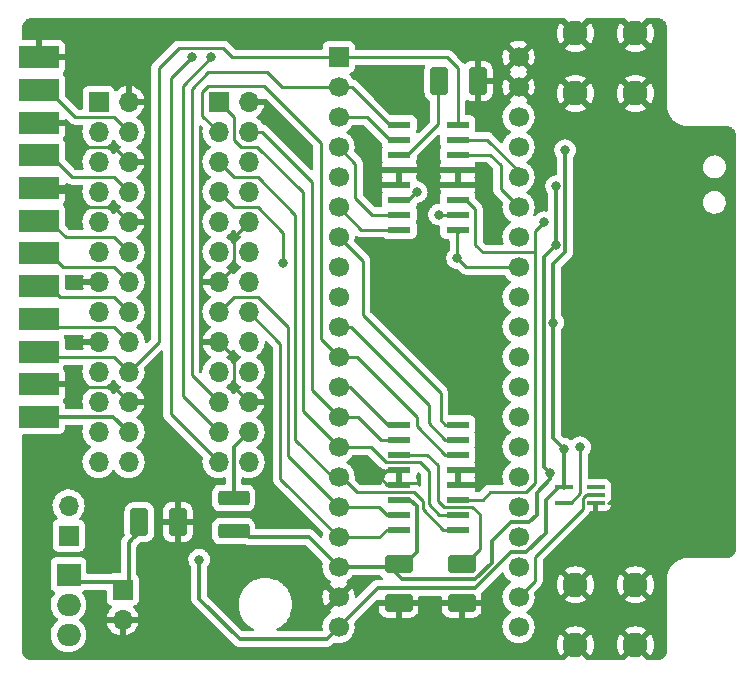
<source format=gbl>
%TF.GenerationSoftware,KiCad,Pcbnew,(6.0.4-0)*%
%TF.CreationDate,2022-04-27T14:28:44-07:00*%
%TF.ProjectId,bluescsi_iigs_internal,626c7565-7363-4736-995f-696967735f69,rev?*%
%TF.SameCoordinates,Original*%
%TF.FileFunction,Copper,L2,Bot*%
%TF.FilePolarity,Positive*%
%FSLAX46Y46*%
G04 Gerber Fmt 4.6, Leading zero omitted, Abs format (unit mm)*
G04 Created by KiCad (PCBNEW (6.0.4-0)) date 2022-04-27 14:28:44*
%MOMM*%
%LPD*%
G01*
G04 APERTURE LIST*
G04 Aperture macros list*
%AMRoundRect*
0 Rectangle with rounded corners*
0 $1 Rounding radius*
0 $2 $3 $4 $5 $6 $7 $8 $9 X,Y pos of 4 corners*
0 Add a 4 corners polygon primitive as box body*
4,1,4,$2,$3,$4,$5,$6,$7,$8,$9,$2,$3,0*
0 Add four circle primitives for the rounded corners*
1,1,$1+$1,$2,$3*
1,1,$1+$1,$4,$5*
1,1,$1+$1,$6,$7*
1,1,$1+$1,$8,$9*
0 Add four rect primitives between the rounded corners*
20,1,$1+$1,$2,$3,$4,$5,0*
20,1,$1+$1,$4,$5,$6,$7,0*
20,1,$1+$1,$6,$7,$8,$9,0*
20,1,$1+$1,$8,$9,$2,$3,0*%
G04 Aperture macros list end*
%TA.AperFunction,SMDPad,CuDef*%
%ADD10R,3.480000X1.846667*%
%TD*%
%TA.AperFunction,SMDPad,CuDef*%
%ADD11R,1.500000X0.400000*%
%TD*%
%TA.AperFunction,ComponentPad*%
%ADD12O,2.000000X1.905000*%
%TD*%
%TA.AperFunction,ComponentPad*%
%ADD13R,2.000000X1.905000*%
%TD*%
%TA.AperFunction,ComponentPad*%
%ADD14C,2.100000*%
%TD*%
%TA.AperFunction,ComponentPad*%
%ADD15O,1.700000X1.700000*%
%TD*%
%TA.AperFunction,ComponentPad*%
%ADD16R,1.700000X1.700000*%
%TD*%
%TA.AperFunction,SMDPad,CuDef*%
%ADD17RoundRect,0.250000X1.075000X-0.375000X1.075000X0.375000X-1.075000X0.375000X-1.075000X-0.375000X0*%
%TD*%
%TA.AperFunction,SMDPad,CuDef*%
%ADD18RoundRect,0.250000X-0.500000X-0.925000X0.500000X-0.925000X0.500000X0.925000X-0.500000X0.925000X0*%
%TD*%
%TA.AperFunction,SMDPad,CuDef*%
%ADD19RoundRect,0.250000X-0.925000X0.500000X-0.925000X-0.500000X0.925000X-0.500000X0.925000X0.500000X0*%
%TD*%
%TA.AperFunction,ComponentPad*%
%ADD20C,1.700000*%
%TD*%
%TA.AperFunction,SMDPad,CuDef*%
%ADD21R,1.970000X0.600000*%
%TD*%
%TA.AperFunction,ViaPad*%
%ADD22C,0.800000*%
%TD*%
%TA.AperFunction,Conductor*%
%ADD23C,0.310000*%
%TD*%
%TA.AperFunction,Conductor*%
%ADD24C,0.250000*%
%TD*%
G04 APERTURE END LIST*
D10*
%TO.P,J6,14,P14*%
%TO.N,GND*%
X127000000Y-50805000D03*
%TO.P,J6,15,P15*%
%TO.N,/SCSI_C_D*%
X127000000Y-53575000D03*
%TO.P,J6,16,P16*%
%TO.N,GND*%
X127000000Y-56345000D03*
%TO.P,J6,17,P17*%
%TO.N,/SCSI_ATN*%
X127000000Y-59115000D03*
%TO.P,J6,18,P18*%
%TO.N,GND*%
X127000000Y-61885000D03*
%TO.P,J6,19,P19*%
%TO.N,/SCSI_SEL*%
X127000000Y-64655000D03*
%TO.P,J6,20,P20*%
%TO.N,/SCSI_DBP*%
X127000000Y-67425000D03*
%TO.P,J6,21,P21*%
%TO.N,/SCSI_DB1*%
X127000000Y-70195000D03*
%TO.P,J6,22,P22*%
%TO.N,/SCSI_DB2*%
X127000000Y-72965000D03*
%TO.P,J6,23,P23*%
%TO.N,/SCSI_DB4*%
X127000000Y-75735000D03*
%TO.P,J6,24,P24*%
%TO.N,GND*%
X127000000Y-78505000D03*
%TO.P,J6,25,P25*%
%TO.N,/SCSI_TERMPWR*%
X127000000Y-81275000D03*
%TD*%
D11*
%TO.P,U5,5,Pin_5*%
%TO.N,+3V3*%
X171517000Y-87234000D03*
%TO.P,U5,4,Pin_4*%
%TO.N,Net-(D1-Pad1)*%
X171517000Y-88534000D03*
%TO.P,U5,3,Pin_3*%
%TO.N,GND*%
X174177000Y-88534000D03*
%TO.P,U5,2,Pin_2*%
%TO.N,/DISK_ACT*%
X174177000Y-87884000D03*
%TO.P,U5,1,Pin_1*%
%TO.N,unconnected-(U5-Pad1)*%
X174177000Y-87234000D03*
%TD*%
D12*
%TO.P,U4,3,OUT*%
%TO.N,/REG_OUT*%
X129540000Y-99695000D03*
%TO.P,U4,2,GND*%
%TO.N,Net-(D4-Pad2)*%
X129540000Y-97155000D03*
D13*
%TO.P,U4,1,IN*%
%TO.N,/+12V_AUX*%
X129540000Y-94615000D03*
%TD*%
D14*
%TO.P,M2,1,Pin_1*%
%TO.N,GND*%
X172461000Y-48791000D03*
X177541000Y-48791000D03*
X172461000Y-53871000D03*
X177541000Y-53871000D03*
%TD*%
%TO.P,M1,1,Pin_1*%
%TO.N,GND*%
X172461000Y-95481000D03*
X177541000Y-95481000D03*
X172461000Y-100561000D03*
X177541000Y-100561000D03*
%TD*%
D15*
%TO.P,J5,2,Pin_2*%
%TO.N,Net-(D1-Pad1)*%
X129540000Y-88773000D03*
D16*
%TO.P,J5,1,Pin_1*%
%TO.N,+3V3*%
X129540000Y-91313000D03*
%TD*%
D17*
%TO.P,F1,2*%
%TO.N,/SCSI_TERMPWR*%
X143510000Y-88135000D03*
%TO.P,F1,1*%
%TO.N,+5V*%
X143510000Y-90935000D03*
%TD*%
D15*
%TO.P,J4,2,Pin_2*%
%TO.N,GND*%
X134112000Y-98425000D03*
D16*
%TO.P,J4,1,Pin_1*%
%TO.N,/+12V_AUX*%
X134112000Y-95885000D03*
%TD*%
D18*
%TO.P,C4,2*%
%TO.N,GND*%
X138785000Y-90170000D03*
%TO.P,C4,1*%
%TO.N,/+12V_AUX*%
X135535000Y-90170000D03*
%TD*%
D19*
%TO.P,C3,2*%
%TO.N,GND*%
X157480000Y-97002000D03*
%TO.P,C3,1*%
%TO.N,+5V*%
X157480000Y-93752000D03*
%TD*%
%TO.P,C2,2*%
%TO.N,GND*%
X162814000Y-97002000D03*
%TO.P,C2,1*%
%TO.N,Net-(C2-Pad1)*%
X162814000Y-93752000D03*
%TD*%
D18*
%TO.P,C1,1*%
%TO.N,Net-(C1-Pad1)*%
X160935000Y-52832000D03*
%TO.P,C1,2*%
%TO.N,GND*%
X164185000Y-52832000D03*
%TD*%
D15*
%TO.P,J2,26,Pin_26*%
%TO.N,unconnected-(J2-Pad26)*%
X144780000Y-85090000D03*
%TO.P,J2,25,Pin_25*%
%TO.N,/SCSI_DB7*%
X142240000Y-85090000D03*
%TO.P,J2,24,Pin_24*%
%TO.N,/SCSI_TERMPWR*%
X144780000Y-82550000D03*
%TO.P,J2,23,Pin_23*%
%TO.N,/SCSI_DB6*%
X142240000Y-82550000D03*
%TO.P,J2,22,Pin_22*%
%TO.N,GND*%
X144780000Y-80010000D03*
%TO.P,J2,21,Pin_21*%
%TO.N,/SCSI_DB5*%
X142240000Y-80010000D03*
%TO.P,J2,20,Pin_20*%
%TO.N,/SCSI_DB4*%
X144780000Y-77470000D03*
%TO.P,J2,19,Pin_19*%
%TO.N,/SCSI_DB3*%
X142240000Y-77470000D03*
%TO.P,J2,18,Pin_18*%
%TO.N,/SCSI_DB2*%
X144780000Y-74930000D03*
%TO.P,J2,17,Pin_17*%
%TO.N,GND*%
X142240000Y-74930000D03*
%TO.P,J2,16,Pin_16*%
%TO.N,/SCSI_DB1*%
X144780000Y-72390000D03*
%TO.P,J2,15,Pin_15*%
%TO.N,/SCSI_DB0*%
X142240000Y-72390000D03*
%TO.P,J2,14,Pin_14*%
%TO.N,/SCSI_DBP*%
X144780000Y-69850000D03*
%TO.P,J2,13,Pin_13*%
%TO.N,GND*%
X142240000Y-69850000D03*
%TO.P,J2,12,Pin_12*%
%TO.N,/SCSI_SEL*%
X144780000Y-67310000D03*
%TO.P,J2,11,Pin_11*%
%TO.N,/SCSI_BSY*%
X142240000Y-67310000D03*
%TO.P,J2,10,Pin_10*%
%TO.N,GND*%
X144780000Y-64770000D03*
%TO.P,J2,9,Pin_9*%
%TO.N,/SCSI_ACK*%
X142240000Y-64770000D03*
%TO.P,J2,8,Pin_8*%
%TO.N,/SCSI_ATN*%
X144780000Y-62230000D03*
%TO.P,J2,7,Pin_7*%
%TO.N,/SCSI_RST*%
X142240000Y-62230000D03*
%TO.P,J2,6,Pin_6*%
%TO.N,GND*%
X144780000Y-59690000D03*
%TO.P,J2,5,Pin_5*%
%TO.N,/SCSI_I_O*%
X142240000Y-59690000D03*
%TO.P,J2,4,Pin_4*%
%TO.N,/SCSI_C_D*%
X144780000Y-57150000D03*
%TO.P,J2,3,Pin_3*%
%TO.N,/SCSI_MSG*%
X142240000Y-57150000D03*
%TO.P,J2,2,Pin_2*%
%TO.N,GND*%
X144780000Y-54610000D03*
D16*
%TO.P,J2,1,Pin_1*%
%TO.N,/SCSI_REQ*%
X142240000Y-54610000D03*
%TD*%
D20*
%TO.P,U1,40,GND*%
%TO.N,GND*%
X167640000Y-50800000D03*
D16*
%TO.P,U1,1,PB12*%
%TO.N,/SCSI_DB4*%
X152400000Y-50800000D03*
D20*
%TO.P,U1,39,GND*%
%TO.N,GND*%
X167640000Y-53340000D03*
%TO.P,U1,2,PB13*%
%TO.N,/SCSI_DB5*%
X152400000Y-53340000D03*
%TO.P,U1,38,3V3*%
%TO.N,+3V3*%
X167640000Y-55880000D03*
%TO.P,U1,3,PB14*%
%TO.N,/SCSI_DB6*%
X152400000Y-55880000D03*
%TO.P,U1,37,RST*%
%TO.N,unconnected-(U1-Pad37)*%
X167640000Y-58420000D03*
%TO.P,U1,4,PB15*%
%TO.N,/SCSI_DB7*%
X152400000Y-58420000D03*
%TO.P,U1,36,PB11*%
%TO.N,/SCSI_DB3*%
X167640000Y-60960000D03*
%TO.P,U1,5,PA8*%
%TO.N,/SCSI_ATN*%
X152400000Y-60960000D03*
%TO.P,U1,35,PB10*%
%TO.N,/SCSI_DB2*%
X167640000Y-63500000D03*
%TO.P,U1,6,PA9*%
%TO.N,/SCSI_BSY*%
X152400000Y-63500000D03*
%TO.P,U1,34,PB1*%
%TO.N,unconnected-(U1-Pad34)*%
X167640000Y-66040000D03*
%TO.P,U1,7,PA10*%
%TO.N,/SCSI_ACK*%
X152400000Y-66040000D03*
%TO.P,U1,33,PB0*%
%TO.N,/SCSI_DBP*%
X167640000Y-68580000D03*
%TO.P,U1,8,PA11*%
%TO.N,unconnected-(U1-Pad8)*%
X152400000Y-68580000D03*
%TO.P,U1,32,PA7*%
%TO.N,/SD_MOSI*%
X167640000Y-71120000D03*
%TO.P,U1,9,PA12*%
%TO.N,unconnected-(U1-Pad9)*%
X152400000Y-71120000D03*
%TO.P,U1,31,PA6*%
%TO.N,/SD_MISO*%
X167640000Y-73660000D03*
%TO.P,U1,10,PA15*%
%TO.N,/SCSI_RST*%
X152400000Y-73660000D03*
%TO.P,U1,30,PA5*%
%TO.N,/SD_CSK*%
X167640000Y-76200000D03*
%TO.P,U1,11,PB3*%
%TO.N,/SCSI_MSG*%
X152400000Y-76200000D03*
%TO.P,U1,29,PA4*%
%TO.N,/SD_CS*%
X167640000Y-78740000D03*
%TO.P,U1,12,PB4*%
%TO.N,/SCSI_SEL*%
X152400000Y-78740000D03*
%TO.P,U1,28,PA3*%
%TO.N,unconnected-(U1-Pad28)*%
X167640000Y-81280000D03*
%TO.P,U1,13,PB5*%
%TO.N,/SCSI_C_D*%
X152400000Y-81280000D03*
%TO.P,U1,27,PA2*%
%TO.N,/DEBUG_RX*%
X167640000Y-83820000D03*
%TO.P,U1,14,PB6*%
%TO.N,/SCSI_REQ*%
X152400000Y-83820000D03*
%TO.P,U1,26,PA1*%
%TO.N,/DEBUG_TX*%
X167640000Y-86360000D03*
%TO.P,U1,15,PB7*%
%TO.N,/SCSI_I_O*%
X152400000Y-86360000D03*
%TO.P,U1,25,PA0*%
%TO.N,unconnected-(U1-Pad25)*%
X167640000Y-88900000D03*
%TO.P,U1,16,PB8*%
%TO.N,/SCSI_DB0*%
X152400000Y-88900000D03*
%TO.P,U1,24,PC15*%
%TO.N,unconnected-(U1-Pad24)*%
X167640000Y-91440000D03*
%TO.P,U1,17,PB9*%
%TO.N,/SCSI_DB1*%
X152400000Y-91440000D03*
%TO.P,U1,23,PC14*%
%TO.N,unconnected-(U1-Pad23)*%
X167640000Y-93980000D03*
%TO.P,U1,18,5V*%
%TO.N,+5V*%
X152400000Y-93980000D03*
%TO.P,U1,22,PC13*%
%TO.N,/DISK_ACT*%
X167640000Y-96520000D03*
%TO.P,U1,19,GND*%
%TO.N,GND*%
X152400000Y-96520000D03*
%TO.P,U1,21,VBat*%
%TO.N,unconnected-(U1-Pad21)*%
X167640000Y-99060000D03*
%TO.P,U1,20,3V3*%
%TO.N,+3V3*%
X152400000Y-99060000D03*
%TD*%
D21*
%TO.P,U3,1,Pin_1*%
%TO.N,/SCSI_ACK*%
X162495000Y-81915000D03*
%TO.P,U3,2,Pin_2*%
%TO.N,/SCSI_RST*%
X162495000Y-83185000D03*
%TO.P,U3,3,Pin_3*%
%TO.N,/SCSI_MSG*%
X162495000Y-84455000D03*
%TO.P,U3,4,Pin_4*%
%TO.N,GND*%
X162495000Y-85725000D03*
%TO.P,U3,5,Pin_5*%
X162495000Y-86995000D03*
%TO.P,U3,6,Pin_6*%
%TO.N,/TERM_DISC*%
X162495000Y-88265000D03*
%TO.P,U3,7,Pin_7*%
%TO.N,/SCSI_REQ*%
X162495000Y-89535000D03*
%TO.P,U3,8,Pin_8*%
%TO.N,/SCSI_I_O*%
X162495000Y-90805000D03*
%TO.P,U3,9,Pin_9*%
%TO.N,/SCSI_DB1*%
X157545000Y-90805000D03*
%TO.P,U3,10,Pin_10*%
%TO.N,/SCSI_DB0*%
X157545000Y-89535000D03*
%TO.P,U3,11,Pin_11*%
%TO.N,+5V*%
X157545000Y-88265000D03*
%TO.P,U3,12,Pin_12*%
%TO.N,GND*%
X157545000Y-86995000D03*
%TO.P,U3,13,Pin_13*%
X157545000Y-85725000D03*
%TO.P,U3,14,Pin_14*%
%TO.N,Net-(C2-Pad1)*%
X157545000Y-84455000D03*
%TO.P,U3,15,Pin_15*%
%TO.N,/SCSI_C_D*%
X157545000Y-83185000D03*
%TO.P,U3,16,Pin_16*%
%TO.N,/SCSI_SEL*%
X157545000Y-81915000D03*
%TD*%
%TO.P,U2,1,Pin_1*%
%TO.N,/SCSI_DB4*%
X162495000Y-56515000D03*
%TO.P,U2,2,Pin_2*%
%TO.N,/SCSI_DB3*%
X162495000Y-57785000D03*
%TO.P,U2,3,Pin_3*%
%TO.N,/SCSI_DB2*%
X162495000Y-59055000D03*
%TO.P,U2,4,Pin_4*%
%TO.N,GND*%
X162495000Y-60325000D03*
%TO.P,U2,5,Pin_5*%
X162495000Y-61595000D03*
%TO.P,U2,6,Pin_6*%
%TO.N,/TERM_DISC*%
X162495000Y-62865000D03*
%TO.P,U2,7,Pin_7*%
%TO.N,/SCSI_ATN*%
X162495000Y-64135000D03*
%TO.P,U2,8,Pin_8*%
%TO.N,/SCSI_DBP*%
X162495000Y-65405000D03*
%TO.P,U2,9,Pin_9*%
%TO.N,/SCSI_BSY*%
X157545000Y-65405000D03*
%TO.P,U2,10,Pin_10*%
%TO.N,/SCSI_DB7*%
X157545000Y-64135000D03*
%TO.P,U2,11,Pin_11*%
%TO.N,+5V*%
X157545000Y-62865000D03*
%TO.P,U2,12,Pin_12*%
%TO.N,GND*%
X157545000Y-61595000D03*
%TO.P,U2,13,Pin_13*%
X157545000Y-60325000D03*
%TO.P,U2,14,Pin_14*%
%TO.N,Net-(C1-Pad1)*%
X157545000Y-59055000D03*
%TO.P,U2,15,Pin_15*%
%TO.N,/SCSI_DB6*%
X157545000Y-57785000D03*
%TO.P,U2,16,Pin_16*%
%TO.N,/SCSI_DB5*%
X157545000Y-56515000D03*
%TD*%
D15*
%TO.P,J1,26,Pin_26*%
%TO.N,unconnected-(J1-Pad26)*%
X134620000Y-85090000D03*
%TO.P,J1,25,Pin_25*%
%TO.N,/SCSI_DB7*%
X132080000Y-85090000D03*
%TO.P,J1,24,Pin_24*%
%TO.N,/SCSI_TERMPWR*%
X134620000Y-82550000D03*
%TO.P,J1,23,Pin_23*%
%TO.N,/SCSI_DB6*%
X132080000Y-82550000D03*
%TO.P,J1,22,Pin_22*%
%TO.N,GND*%
X134620000Y-80010000D03*
%TO.P,J1,21,Pin_21*%
%TO.N,/SCSI_DB5*%
X132080000Y-80010000D03*
%TO.P,J1,20,Pin_20*%
%TO.N,/SCSI_DB4*%
X134620000Y-77470000D03*
%TO.P,J1,19,Pin_19*%
%TO.N,/SCSI_DB3*%
X132080000Y-77470000D03*
%TO.P,J1,18,Pin_18*%
%TO.N,/SCSI_DB2*%
X134620000Y-74930000D03*
%TO.P,J1,17,Pin_17*%
%TO.N,GND*%
X132080000Y-74930000D03*
%TO.P,J1,16,Pin_16*%
%TO.N,/SCSI_DB1*%
X134620000Y-72390000D03*
%TO.P,J1,15,Pin_15*%
%TO.N,/SCSI_DB0*%
X132080000Y-72390000D03*
%TO.P,J1,14,Pin_14*%
%TO.N,/SCSI_DBP*%
X134620000Y-69850000D03*
%TO.P,J1,13,Pin_13*%
%TO.N,GND*%
X132080000Y-69850000D03*
%TO.P,J1,12,Pin_12*%
%TO.N,/SCSI_SEL*%
X134620000Y-67310000D03*
%TO.P,J1,11,Pin_11*%
%TO.N,/SCSI_BSY*%
X132080000Y-67310000D03*
%TO.P,J1,10,Pin_10*%
%TO.N,GND*%
X134620000Y-64770000D03*
%TO.P,J1,9,Pin_9*%
%TO.N,/SCSI_ACK*%
X132080000Y-64770000D03*
%TO.P,J1,8,Pin_8*%
%TO.N,/SCSI_ATN*%
X134620000Y-62230000D03*
%TO.P,J1,7,Pin_7*%
%TO.N,/SCSI_RST*%
X132080000Y-62230000D03*
%TO.P,J1,6,Pin_6*%
%TO.N,GND*%
X134620000Y-59690000D03*
%TO.P,J1,5,Pin_5*%
%TO.N,/SCSI_I_O*%
X132080000Y-59690000D03*
%TO.P,J1,4,Pin_4*%
%TO.N,/SCSI_C_D*%
X134620000Y-57150000D03*
%TO.P,J1,3,Pin_3*%
%TO.N,/SCSI_MSG*%
X132080000Y-57150000D03*
%TO.P,J1,2,Pin_2*%
%TO.N,GND*%
X134620000Y-54610000D03*
D16*
%TO.P,J1,1,Pin_1*%
%TO.N,/SCSI_REQ*%
X132080000Y-54610000D03*
%TD*%
D22*
%TO.N,+5V*%
X159025320Y-62233641D03*
X170815000Y-61722000D03*
X170814998Y-66675000D03*
X170307000Y-85979000D03*
%TO.N,GND*%
X155575000Y-60960000D03*
X164338000Y-60960000D03*
X164338000Y-86360000D03*
X155905200Y-86360000D03*
X182245000Y-87630000D03*
X156845000Y-52705000D03*
X176657000Y-77470000D03*
%TO.N,/SCSI_DBP*%
X162433000Y-67818000D03*
%TO.N,/SCSI_ATN*%
X160909000Y-64135000D03*
%TO.N,/SCSI_DB7*%
X139954000Y-50800000D03*
%TO.N,/SCSI_DB6*%
X141605000Y-50800000D03*
%TO.N,/SCSI_RST*%
X147701000Y-68199000D03*
%TO.N,+3V3*%
X171577000Y-58674000D03*
X170561000Y-73279000D03*
X171450000Y-83947000D03*
X140589000Y-93345000D03*
%TO.N,/TERM_DISC*%
X169799000Y-64770000D03*
%TO.N,Net-(D1-Pad1)*%
X172847000Y-83820000D03*
%TD*%
D23*
%TO.N,+5V*%
X157545000Y-62865000D02*
X158393961Y-62865000D01*
X158393961Y-62865000D02*
X159025320Y-62233641D01*
X159004000Y-92710000D02*
X157734000Y-93980000D01*
X159004000Y-88842500D02*
X159004000Y-92710000D01*
X157734000Y-93980000D02*
X152400000Y-93980000D01*
X158426500Y-88265000D02*
X159004000Y-88842500D01*
X157545000Y-88265000D02*
X158426500Y-88265000D01*
X149860000Y-91440000D02*
X152400000Y-93980000D01*
X144780000Y-91440000D02*
X149860000Y-91440000D01*
X144145000Y-90805000D02*
X144780000Y-91440000D01*
X143510000Y-90805000D02*
X144145000Y-90805000D01*
X170814998Y-66675000D02*
X170814998Y-61722002D01*
X170814998Y-61722002D02*
X170815000Y-61722000D01*
X169799000Y-67690998D02*
X169799000Y-85471000D01*
X170814998Y-66675000D02*
X169799000Y-67690998D01*
X170307000Y-86544685D02*
X170307000Y-85979000D01*
X169164000Y-87687685D02*
X170307000Y-86544685D01*
X166971900Y-90170000D02*
X168529000Y-90170000D01*
X157747500Y-94996000D02*
X163957000Y-94996000D01*
X169164000Y-89535000D02*
X169164000Y-87687685D01*
X168529000Y-90170000D02*
X169164000Y-89535000D01*
X169799000Y-85471000D02*
X170307000Y-85979000D01*
X165354000Y-93599000D02*
X165354000Y-91787900D01*
X165354000Y-91787900D02*
X166971900Y-90170000D01*
X156718000Y-93966500D02*
X157747500Y-94996000D01*
X163957000Y-94996000D02*
X165354000Y-93599000D01*
D24*
%TO.N,GND*%
X157545000Y-85725000D02*
X157545000Y-86995000D01*
X157545000Y-60325000D02*
X162495000Y-60325000D01*
X157418000Y-61468000D02*
X157545000Y-61595000D01*
X143510000Y-68580000D02*
X142240000Y-69850000D01*
X143510000Y-66040000D02*
X143510000Y-68580000D01*
X144780000Y-64770000D02*
X143510000Y-66040000D01*
X143510000Y-78740000D02*
X144780000Y-80010000D01*
X143510000Y-76200000D02*
X143510000Y-78740000D01*
X142240000Y-74930000D02*
X143510000Y-76200000D01*
X157545000Y-85725000D02*
X156540200Y-85725000D01*
X156540200Y-86995000D02*
X155905200Y-86360000D01*
X156540200Y-85725000D02*
X155905200Y-86360000D01*
X157545000Y-86995000D02*
X156540200Y-86995000D01*
X174197000Y-93745000D02*
X172461000Y-95481000D01*
X174197000Y-88580000D02*
X174197000Y-93745000D01*
X134620000Y-59690000D02*
X133350000Y-58420000D01*
X133350000Y-58420000D02*
X130175000Y-58420000D01*
X130175000Y-58420000D02*
X130175000Y-57150000D01*
X129370000Y-56345000D02*
X127000000Y-56345000D01*
X130175000Y-57150000D02*
X129370000Y-56345000D01*
X129540000Y-62230000D02*
X127345000Y-62230000D01*
X127345000Y-62230000D02*
X127000000Y-61885000D01*
X130810000Y-63500000D02*
X129540000Y-62230000D01*
X133350000Y-63500000D02*
X130810000Y-63500000D01*
X134620000Y-64770000D02*
X133350000Y-63500000D01*
X130175000Y-78740000D02*
X129940000Y-78505000D01*
X129940000Y-78505000D02*
X127000000Y-78505000D01*
X133350000Y-78740000D02*
X130175000Y-78740000D01*
X134620000Y-80010000D02*
X133350000Y-78740000D01*
%TO.N,/SCSI_DB4*%
X138880998Y-50038000D02*
X142621000Y-50038000D01*
X137160000Y-51758998D02*
X138880998Y-50038000D01*
X137160000Y-74930000D02*
X137160000Y-51758998D01*
X134620000Y-77470000D02*
X137160000Y-74930000D01*
X151300000Y-50800000D02*
X152400000Y-50800000D01*
X143383000Y-50800000D02*
X151300000Y-50800000D01*
X142621000Y-50038000D02*
X143383000Y-50800000D01*
X127465000Y-76200000D02*
X133350000Y-76200000D01*
X133350000Y-76200000D02*
X134620000Y-77470000D01*
X127000000Y-75735000D02*
X127465000Y-76200000D01*
X162495000Y-51751000D02*
X162495000Y-56515000D01*
X152400000Y-50800000D02*
X161544000Y-50800000D01*
X161544000Y-50800000D02*
X162495000Y-51751000D01*
%TO.N,/SCSI_DB2*%
X166116000Y-61976000D02*
X167640000Y-63500000D01*
X166116000Y-59944000D02*
X166116000Y-61976000D01*
X165227000Y-59055000D02*
X166116000Y-59944000D01*
X162495000Y-59055000D02*
X165227000Y-59055000D01*
%TO.N,/SCSI_DB1*%
X156464000Y-90805000D02*
X157545000Y-90805000D01*
X155829000Y-91440000D02*
X156464000Y-90805000D01*
X152400000Y-91440000D02*
X155829000Y-91440000D01*
X147447000Y-86487000D02*
X152400000Y-91440000D01*
X147447000Y-75057000D02*
X147447000Y-86487000D01*
X144780000Y-72390000D02*
X147447000Y-75057000D01*
%TO.N,/SCSI_DB2*%
X127695000Y-73660000D02*
X133350000Y-73660000D01*
X133350000Y-73660000D02*
X134620000Y-74930000D01*
X127000000Y-72965000D02*
X127695000Y-73660000D01*
%TO.N,/SCSI_DB1*%
X133350000Y-71120000D02*
X134620000Y-72390000D01*
X128778000Y-71120000D02*
X133350000Y-71120000D01*
X127853000Y-70195000D02*
X128778000Y-71120000D01*
X127000000Y-70195000D02*
X127853000Y-70195000D01*
%TO.N,/SCSI_DBP*%
X129038000Y-68580000D02*
X133350000Y-68580000D01*
X133350000Y-68580000D02*
X134620000Y-69850000D01*
X127883000Y-67425000D02*
X129038000Y-68580000D01*
X127000000Y-67425000D02*
X127883000Y-67425000D01*
X162433000Y-65659000D02*
X162433000Y-67818000D01*
X162560000Y-65532000D02*
X162433000Y-65659000D01*
X167640000Y-68580000D02*
X163195000Y-68580000D01*
X163195000Y-68580000D02*
X162433000Y-67818000D01*
%TO.N,/SCSI_SEL*%
X156560000Y-81915000D02*
X157545000Y-81915000D01*
X153385000Y-78740000D02*
X156560000Y-81915000D01*
X152400000Y-78740000D02*
X153385000Y-78740000D01*
X133350000Y-66040000D02*
X134620000Y-67310000D01*
X129286000Y-66040000D02*
X133350000Y-66040000D01*
X127901000Y-64655000D02*
X129286000Y-66040000D01*
X127000000Y-64655000D02*
X127901000Y-64655000D01*
%TO.N,/SCSI_ATN*%
X162495000Y-64135000D02*
X160909000Y-64135000D01*
X133350000Y-60960000D02*
X134620000Y-62230000D01*
X129794000Y-60960000D02*
X133350000Y-60960000D01*
X127949000Y-59115000D02*
X129794000Y-60960000D01*
X127000000Y-59115000D02*
X127949000Y-59115000D01*
%TO.N,/SCSI_C_D*%
X155956000Y-83185000D02*
X157545000Y-83185000D01*
X154051000Y-81280000D02*
X155956000Y-83185000D01*
X152400000Y-81280000D02*
X154051000Y-81280000D01*
X150114000Y-78994000D02*
X152400000Y-81280000D01*
X145923000Y-57150000D02*
X150114000Y-61341000D01*
X150114000Y-61341000D02*
X150114000Y-78994000D01*
X144780000Y-57150000D02*
X145923000Y-57150000D01*
X133350000Y-55880000D02*
X134620000Y-57150000D01*
X130121666Y-55880000D02*
X133350000Y-55880000D01*
X127816666Y-53575000D02*
X130121666Y-55880000D01*
X127000000Y-53575000D02*
X127816666Y-53575000D01*
%TO.N,/SCSI_DB7*%
X155206700Y-64135000D02*
X157545000Y-64135000D01*
X153797000Y-62725300D02*
X155206700Y-64135000D01*
X153797000Y-59817000D02*
X153797000Y-62725300D01*
X152400000Y-58420000D02*
X153797000Y-59817000D01*
X138176000Y-81026000D02*
X138176000Y-52578000D01*
X142240000Y-85090000D02*
X138176000Y-81026000D01*
X138176000Y-52578000D02*
X139954000Y-50800000D01*
%TO.N,/SCSI_DB6*%
X139192000Y-53213000D02*
X141605000Y-50800000D01*
X142240000Y-82550000D02*
X139192000Y-79502000D01*
X139192000Y-79502000D02*
X139192000Y-53213000D01*
X156718000Y-57785000D02*
X157545000Y-57785000D01*
X154813000Y-55880000D02*
X156718000Y-57785000D01*
X152400000Y-55880000D02*
X154813000Y-55880000D01*
%TO.N,/SCSI_DB5*%
X147574000Y-53340000D02*
X152400000Y-53340000D01*
X146304000Y-52070000D02*
X147574000Y-53340000D01*
X141351000Y-52070000D02*
X146304000Y-52070000D01*
X139954000Y-77724000D02*
X139954000Y-53467000D01*
X139954000Y-53467000D02*
X141351000Y-52070000D01*
X142240000Y-80010000D02*
X139954000Y-77724000D01*
X156718000Y-56515000D02*
X157545000Y-56515000D01*
X153543000Y-53340000D02*
X156718000Y-56515000D01*
X152400000Y-53340000D02*
X153543000Y-53340000D01*
%TO.N,/SCSI_DB3*%
X167640000Y-60452000D02*
X167640000Y-60960000D01*
X164973000Y-57785000D02*
X167640000Y-60452000D01*
X162495000Y-57785000D02*
X164973000Y-57785000D01*
%TO.N,/SCSI_DB0*%
X156464000Y-89535000D02*
X157545000Y-89535000D01*
X155829000Y-88900000D02*
X156464000Y-89535000D01*
X152400000Y-88900000D02*
X155829000Y-88900000D01*
X148082000Y-73660000D02*
X148082000Y-84582000D01*
X143510000Y-71120000D02*
X145542000Y-71120000D01*
X148082000Y-84582000D02*
X152400000Y-88900000D01*
X145542000Y-71120000D02*
X148082000Y-73660000D01*
X142240000Y-72390000D02*
X143510000Y-71120000D01*
%TO.N,/SCSI_BSY*%
X154305000Y-65405000D02*
X152400000Y-63500000D01*
X157545000Y-65405000D02*
X154305000Y-65405000D01*
%TO.N,/SCSI_ACK*%
X161417000Y-81915000D02*
X162495000Y-81915000D01*
X161036000Y-81534000D02*
X161417000Y-81915000D01*
X161036000Y-79248000D02*
X161036000Y-81534000D01*
X154432000Y-72644000D02*
X161036000Y-79248000D01*
X154432000Y-68072000D02*
X154432000Y-72644000D01*
X152400000Y-66040000D02*
X154432000Y-68072000D01*
%TO.N,/SCSI_RST*%
X161417000Y-83185000D02*
X162495000Y-83185000D01*
X160020000Y-81788000D02*
X161417000Y-83185000D01*
X160020000Y-80264000D02*
X160020000Y-81788000D01*
X153416000Y-73660000D02*
X160020000Y-80264000D01*
X152400000Y-73660000D02*
X153416000Y-73660000D01*
X143510000Y-63500000D02*
X145542000Y-63500000D01*
X142240000Y-62230000D02*
X143510000Y-63500000D01*
X145542000Y-63500000D02*
X147701000Y-65659000D01*
X147701000Y-65659000D02*
X147701000Y-68199000D01*
%TO.N,/SCSI_I_O*%
X158780002Y-87630000D02*
X159512000Y-88361998D01*
X152400000Y-86360000D02*
X152654000Y-86360000D01*
X161260000Y-90805000D02*
X162495000Y-90805000D01*
X152654000Y-86360000D02*
X153924000Y-87630000D01*
X159512000Y-88361998D02*
X159512000Y-89057000D01*
X153924000Y-87630000D02*
X158780002Y-87630000D01*
X159512000Y-89057000D02*
X161260000Y-90805000D01*
X151892000Y-86360000D02*
X152400000Y-86360000D01*
X148717000Y-83185000D02*
X151892000Y-86360000D01*
X148717000Y-64135000D02*
X148717000Y-83185000D01*
X145542000Y-60960000D02*
X148717000Y-64135000D01*
X143510000Y-60960000D02*
X145542000Y-60960000D01*
X142240000Y-59690000D02*
X143510000Y-60960000D01*
%TO.N,/SCSI_MSG*%
X153924000Y-76200000D02*
X159004000Y-81280000D01*
X152400000Y-76200000D02*
X153924000Y-76200000D01*
X161432001Y-84455000D02*
X162495000Y-84455000D01*
X159004000Y-82026999D02*
X161432001Y-84455000D01*
X159004000Y-81280000D02*
X159004000Y-82026999D01*
X150876000Y-74676000D02*
X152400000Y-76200000D01*
X150876000Y-58039000D02*
X150876000Y-74676000D01*
X146050000Y-53213000D02*
X150876000Y-58039000D01*
X140843000Y-53721998D02*
X141351998Y-53213000D01*
X141351998Y-53213000D02*
X146050000Y-53213000D01*
X140843000Y-55753000D02*
X140843000Y-53721998D01*
X142240000Y-57150000D02*
X140843000Y-55753000D01*
%TO.N,/SCSI_REQ*%
X160909000Y-89535000D02*
X162495000Y-89535000D01*
X160020000Y-88646000D02*
X160909000Y-89535000D01*
X159258000Y-85090000D02*
X160020000Y-85852000D01*
X160020000Y-85852000D02*
X160020000Y-88646000D01*
X156400500Y-85090000D02*
X159258000Y-85090000D01*
X155130500Y-83820000D02*
X156400500Y-85090000D01*
X152400000Y-83820000D02*
X155130500Y-83820000D01*
X145522501Y-58420000D02*
X149352000Y-62249499D01*
X149352000Y-80772000D02*
X152400000Y-83820000D01*
X149352000Y-62249499D02*
X149352000Y-80772000D01*
X143510000Y-57809000D02*
X144121000Y-58420000D01*
X144121000Y-58420000D02*
X145522501Y-58420000D01*
X143510000Y-55880000D02*
X143510000Y-57809000D01*
X142240000Y-54610000D02*
X143510000Y-55880000D01*
D23*
%TO.N,+3V3*%
X163957000Y-95758000D02*
X155702000Y-95758000D01*
X168275000Y-92710000D02*
X167005000Y-92710000D01*
X169926000Y-91059000D02*
X168275000Y-92710000D01*
X153249999Y-98210001D02*
X152400000Y-99060000D01*
X155702000Y-95758000D02*
X153249999Y-98210001D01*
X169926000Y-88265000D02*
X169926000Y-91059000D01*
X167005000Y-92710000D02*
X163957000Y-95758000D01*
X170942000Y-87249000D02*
X169926000Y-88265000D01*
X171450000Y-83947000D02*
X170561000Y-83058000D01*
X170561000Y-83058000D02*
X170561000Y-73279000D01*
X171450000Y-87249000D02*
X171450000Y-83947000D01*
X140589000Y-96647000D02*
X140589000Y-93345000D01*
X144018000Y-100076000D02*
X140589000Y-96647000D01*
X151384000Y-100076000D02*
X144018000Y-100076000D01*
X152400000Y-99060000D02*
X151384000Y-100076000D01*
X171577000Y-58674000D02*
X171577000Y-67310000D01*
X170561000Y-68326000D02*
X170561000Y-73279000D01*
X171577000Y-67310000D02*
X170561000Y-68326000D01*
D24*
%TO.N,Net-(C1-Pad1)*%
X158230000Y-59055000D02*
X160782000Y-56503000D01*
X157545000Y-59055000D02*
X158230000Y-59055000D01*
X160782000Y-53768000D02*
X161210000Y-53340000D01*
X160782000Y-56503000D02*
X160782000Y-53768000D01*
%TO.N,Net-(C2-Pad1)*%
X164338000Y-92456000D02*
X163322000Y-93472000D01*
X164338000Y-89507998D02*
X164338000Y-92456000D01*
X163740001Y-88909999D02*
X164338000Y-89507998D01*
X157545000Y-84455000D02*
X159893000Y-84455000D01*
X161299999Y-88909999D02*
X163740001Y-88909999D01*
X160782000Y-85344000D02*
X160782000Y-88392000D01*
X160782000Y-88392000D02*
X161299999Y-88909999D01*
X159893000Y-84455000D02*
X160782000Y-85344000D01*
%TO.N,/TERM_DISC*%
X165227000Y-87630000D02*
X164592000Y-88265000D01*
X164592000Y-88265000D02*
X162495000Y-88265000D01*
X169037000Y-86824164D02*
X168231164Y-87630000D01*
X168231164Y-87630000D02*
X165227000Y-87630000D01*
X169037000Y-67818000D02*
X169037000Y-86824164D01*
X169037000Y-67437000D02*
X169037000Y-67818000D01*
X169037000Y-65532000D02*
X169037000Y-67437000D01*
X169799000Y-64770000D02*
X169037000Y-65532000D01*
X168910000Y-67310000D02*
X169037000Y-67437000D01*
X163957000Y-66675000D02*
X164592000Y-67310000D01*
X162495000Y-62865000D02*
X163180000Y-62865000D01*
X163957000Y-63642000D02*
X163957000Y-66675000D01*
X164592000Y-67310000D02*
X168910000Y-67310000D01*
X163180000Y-62865000D02*
X163957000Y-63642000D01*
%TO.N,Net-(D1-Pad1)*%
X172847000Y-84385685D02*
X172847000Y-83820000D01*
X172847000Y-87754000D02*
X172847000Y-84385685D01*
X172067000Y-88534000D02*
X172847000Y-87754000D01*
X171517000Y-88534000D02*
X172067000Y-88534000D01*
D23*
%TO.N,/+12V_AUX*%
X134937500Y-91630500D02*
X135509000Y-91059000D01*
X134620000Y-91948000D02*
X134937500Y-91630500D01*
X130175000Y-95250000D02*
X133477000Y-95250000D01*
X134620000Y-95377000D02*
X134620000Y-91948000D01*
X133477000Y-95250000D02*
X134112000Y-95885000D01*
X134112000Y-95885000D02*
X134620000Y-95377000D01*
X129540000Y-94615000D02*
X130175000Y-95250000D01*
D24*
%TO.N,/DISK_ACT*%
X169037000Y-93091000D02*
X169037000Y-95123000D01*
X169037000Y-95123000D02*
X167640000Y-96520000D01*
X173101000Y-89027000D02*
X169037000Y-93091000D01*
X173101000Y-88138000D02*
X173101000Y-89027000D01*
X173355000Y-87884000D02*
X173101000Y-88138000D01*
X174177000Y-87884000D02*
X173355000Y-87884000D01*
D23*
%TO.N,/SCSI_TERMPWR*%
X143510000Y-83820000D02*
X143510000Y-88135000D01*
X144780000Y-82550000D02*
X143510000Y-83820000D01*
X133345000Y-81275000D02*
X134620000Y-82550000D01*
X127000000Y-81275000D02*
X133345000Y-81275000D01*
%TD*%
%TA.AperFunction,Conductor*%
%TO.N,GND*%
G36*
X171543641Y-47518502D02*
G01*
X171564615Y-47535405D01*
X172448188Y-48418978D01*
X172462132Y-48426592D01*
X172463965Y-48426461D01*
X172470580Y-48422210D01*
X173357385Y-47535405D01*
X173419697Y-47501379D01*
X173446480Y-47498500D01*
X176555520Y-47498500D01*
X176623641Y-47518502D01*
X176644615Y-47535405D01*
X177528188Y-48418978D01*
X177542132Y-48426592D01*
X177543965Y-48426461D01*
X177550580Y-48422210D01*
X178437385Y-47535405D01*
X178499697Y-47501379D01*
X178526480Y-47498500D01*
X179401633Y-47498500D01*
X179421018Y-47500000D01*
X179435852Y-47502310D01*
X179435855Y-47502310D01*
X179444724Y-47503691D01*
X179454659Y-47502392D01*
X179455746Y-47502250D01*
X179484431Y-47501793D01*
X179557741Y-47509013D01*
X179587212Y-47511916D01*
X179611432Y-47516733D01*
X179730546Y-47552866D01*
X179753355Y-47562315D01*
X179863124Y-47620987D01*
X179883655Y-47634705D01*
X179979876Y-47713671D01*
X179997329Y-47731124D01*
X180076295Y-47827345D01*
X180090013Y-47847876D01*
X180148685Y-47957645D01*
X180158134Y-47980454D01*
X180194267Y-48099568D01*
X180199084Y-48123789D01*
X180208541Y-48219809D01*
X180208091Y-48235868D01*
X180208800Y-48235877D01*
X180208690Y-48244853D01*
X180207309Y-48253724D01*
X180208473Y-48262626D01*
X180208473Y-48262628D01*
X180211436Y-48285283D01*
X180212500Y-48301621D01*
X180212500Y-54814633D01*
X180211000Y-54834018D01*
X180208690Y-54848851D01*
X180208690Y-54848855D01*
X180207309Y-54857724D01*
X180208130Y-54864000D01*
X180207957Y-54864000D01*
X180226106Y-55117753D01*
X180227062Y-55122147D01*
X180278474Y-55358483D01*
X180280183Y-55366341D01*
X180281755Y-55370556D01*
X180281756Y-55370559D01*
X180305206Y-55433430D01*
X180369087Y-55604703D01*
X180392259Y-55647139D01*
X180464065Y-55778641D01*
X180491009Y-55827986D01*
X180493706Y-55831589D01*
X180493710Y-55831595D01*
X180590663Y-55961109D01*
X180643466Y-56031645D01*
X180823355Y-56211534D01*
X180826958Y-56214231D01*
X181023405Y-56361290D01*
X181023411Y-56361294D01*
X181027014Y-56363991D01*
X181030971Y-56366152D01*
X181030973Y-56366153D01*
X181124457Y-56417199D01*
X181250297Y-56485913D01*
X181254509Y-56487484D01*
X181484441Y-56573244D01*
X181484444Y-56573245D01*
X181488659Y-56574817D01*
X181493050Y-56575772D01*
X181493056Y-56575774D01*
X181678513Y-56616117D01*
X181737247Y-56628894D01*
X181741735Y-56629215D01*
X181957668Y-56644659D01*
X181969577Y-56646083D01*
X181970924Y-56646310D01*
X181973645Y-56646768D01*
X181973647Y-56646768D01*
X181978448Y-56647576D01*
X181984991Y-56647656D01*
X181986140Y-56647670D01*
X181986143Y-56647670D01*
X181991000Y-56647729D01*
X182018624Y-56643773D01*
X182036486Y-56642500D01*
X185243633Y-56642500D01*
X185263018Y-56644000D01*
X185277852Y-56646310D01*
X185277855Y-56646310D01*
X185286724Y-56647691D01*
X185296659Y-56646392D01*
X185297746Y-56646250D01*
X185326431Y-56645793D01*
X185399741Y-56653013D01*
X185429212Y-56655916D01*
X185453432Y-56660733D01*
X185572546Y-56696866D01*
X185595355Y-56706315D01*
X185705124Y-56764987D01*
X185725655Y-56778705D01*
X185821876Y-56857671D01*
X185839329Y-56875124D01*
X185918295Y-56971345D01*
X185932013Y-56991876D01*
X185990685Y-57101645D01*
X186000134Y-57124454D01*
X186036267Y-57243568D01*
X186041084Y-57267789D01*
X186050541Y-57363809D01*
X186050091Y-57379868D01*
X186050800Y-57379877D01*
X186050690Y-57388853D01*
X186049309Y-57397724D01*
X186050473Y-57406626D01*
X186050473Y-57406628D01*
X186053436Y-57429283D01*
X186054500Y-57445621D01*
X186054500Y-92406633D01*
X186053000Y-92426018D01*
X186049309Y-92449724D01*
X186050473Y-92458626D01*
X186050750Y-92460746D01*
X186051207Y-92489431D01*
X186049511Y-92506655D01*
X186041084Y-92592212D01*
X186036267Y-92616432D01*
X186000134Y-92735546D01*
X185990685Y-92758355D01*
X185932013Y-92868124D01*
X185918295Y-92888655D01*
X185839329Y-92984876D01*
X185821876Y-93002329D01*
X185725655Y-93081295D01*
X185705124Y-93095013D01*
X185595355Y-93153685D01*
X185572546Y-93163134D01*
X185453432Y-93199267D01*
X185429211Y-93204084D01*
X185333191Y-93213541D01*
X185317132Y-93213091D01*
X185317123Y-93213800D01*
X185308147Y-93213690D01*
X185299276Y-93212309D01*
X185290374Y-93213473D01*
X185290372Y-93213473D01*
X185277856Y-93215110D01*
X185267714Y-93216436D01*
X185251379Y-93217500D01*
X182044250Y-93217500D01*
X182023345Y-93215754D01*
X182008344Y-93213230D01*
X182008341Y-93213230D01*
X182003552Y-93212424D01*
X181997555Y-93212351D01*
X181995868Y-93212330D01*
X181995864Y-93212330D01*
X181991000Y-93212271D01*
X181986006Y-93212986D01*
X181985851Y-93213008D01*
X181976984Y-93213959D01*
X181741735Y-93230785D01*
X181737247Y-93231106D01*
X181678513Y-93243883D01*
X181493056Y-93284226D01*
X181493050Y-93284228D01*
X181488659Y-93285183D01*
X181484444Y-93286755D01*
X181484441Y-93286756D01*
X181254509Y-93372516D01*
X181250297Y-93374087D01*
X181027014Y-93496009D01*
X181023411Y-93498706D01*
X181023405Y-93498710D01*
X180943005Y-93558897D01*
X180823355Y-93648466D01*
X180643466Y-93828355D01*
X180640769Y-93831958D01*
X180493710Y-94028405D01*
X180493706Y-94028411D01*
X180491009Y-94032014D01*
X180369087Y-94255297D01*
X180367516Y-94259509D01*
X180284053Y-94483284D01*
X180280183Y-94493659D01*
X180279228Y-94498050D01*
X180279226Y-94498056D01*
X180247587Y-94643500D01*
X180226106Y-94742247D01*
X180225785Y-94746735D01*
X180209711Y-94971477D01*
X180208784Y-94979650D01*
X180208852Y-94979817D01*
X180207309Y-94989724D01*
X180208018Y-94995146D01*
X180207957Y-94996000D01*
X180208130Y-94996000D01*
X180209328Y-95005162D01*
X180209328Y-95005163D01*
X180211436Y-95021283D01*
X180212500Y-95037620D01*
X180212500Y-101042633D01*
X180211000Y-101062018D01*
X180209412Y-101072221D01*
X180207309Y-101085724D01*
X180208473Y-101094626D01*
X180208750Y-101096746D01*
X180209207Y-101125431D01*
X180201987Y-101198741D01*
X180199084Y-101228212D01*
X180194267Y-101252432D01*
X180158134Y-101371546D01*
X180148685Y-101394355D01*
X180090013Y-101504124D01*
X180076295Y-101524655D01*
X179997329Y-101620876D01*
X179979876Y-101638329D01*
X179883655Y-101717295D01*
X179863124Y-101731013D01*
X179753355Y-101789685D01*
X179730546Y-101799134D01*
X179611432Y-101835267D01*
X179587211Y-101840084D01*
X179491191Y-101849541D01*
X179475132Y-101849091D01*
X179475123Y-101849800D01*
X179466147Y-101849690D01*
X179457276Y-101848309D01*
X179448374Y-101849473D01*
X179448372Y-101849473D01*
X179435856Y-101851110D01*
X179425714Y-101852436D01*
X179409379Y-101853500D01*
X178526480Y-101853500D01*
X178458359Y-101833498D01*
X178437385Y-101816595D01*
X177553812Y-100933022D01*
X177539868Y-100925408D01*
X177538035Y-100925539D01*
X177531420Y-100929790D01*
X176644615Y-101816595D01*
X176582303Y-101850621D01*
X176555520Y-101853500D01*
X173446480Y-101853500D01*
X173378359Y-101833498D01*
X173357385Y-101816595D01*
X172473812Y-100933022D01*
X172459868Y-100925408D01*
X172458035Y-100925539D01*
X172451420Y-100929790D01*
X171564615Y-101816595D01*
X171502303Y-101850621D01*
X171475520Y-101853500D01*
X126414367Y-101853500D01*
X126394982Y-101852000D01*
X126380148Y-101849690D01*
X126380145Y-101849690D01*
X126371276Y-101848309D01*
X126361341Y-101849608D01*
X126360254Y-101849750D01*
X126331569Y-101850207D01*
X126258259Y-101842987D01*
X126228788Y-101840084D01*
X126204568Y-101835267D01*
X126085454Y-101799134D01*
X126062645Y-101789685D01*
X125952876Y-101731013D01*
X125932345Y-101717295D01*
X125836124Y-101638329D01*
X125818671Y-101620876D01*
X125739705Y-101524655D01*
X125725987Y-101504124D01*
X125667315Y-101394355D01*
X125657866Y-101371546D01*
X125621733Y-101252432D01*
X125616916Y-101228212D01*
X125607711Y-101134755D01*
X125607607Y-101111151D01*
X125607768Y-101109354D01*
X125608576Y-101104552D01*
X125608729Y-101092000D01*
X125604773Y-101064376D01*
X125603500Y-101046514D01*
X125603500Y-99797263D01*
X128030064Y-99797263D01*
X128066404Y-100034744D01*
X128082136Y-100082875D01*
X128139434Y-100258183D01*
X128139437Y-100258189D01*
X128141042Y-100263101D01*
X128143429Y-100267687D01*
X128143431Y-100267691D01*
X128249584Y-100471607D01*
X128251975Y-100476200D01*
X128255085Y-100480342D01*
X128390574Y-100660796D01*
X128396223Y-100668320D01*
X128569912Y-100834301D01*
X128768378Y-100969686D01*
X128773061Y-100971860D01*
X128773065Y-100971862D01*
X128981595Y-101068658D01*
X128981599Y-101068659D01*
X128986290Y-101070837D01*
X129217798Y-101135040D01*
X129222935Y-101135589D01*
X129410593Y-101155644D01*
X129410601Y-101155644D01*
X129413928Y-101156000D01*
X129648402Y-101156000D01*
X129650975Y-101155788D01*
X129650986Y-101155788D01*
X129751946Y-101147487D01*
X129826937Y-101141322D01*
X130042471Y-101087183D01*
X130054932Y-101084053D01*
X130054933Y-101084053D01*
X130059944Y-101082794D01*
X130188771Y-101026779D01*
X130275526Y-100989057D01*
X130275529Y-100989055D01*
X130280263Y-100986997D01*
X130481977Y-100856502D01*
X130659670Y-100694814D01*
X130752434Y-100577354D01*
X130805367Y-100510330D01*
X130805370Y-100510325D01*
X130808568Y-100506276D01*
X130822885Y-100480342D01*
X130922177Y-100300474D01*
X130922179Y-100300470D01*
X130924674Y-100295950D01*
X130927016Y-100289338D01*
X131003144Y-100074360D01*
X131003145Y-100074356D01*
X131004870Y-100069485D01*
X131010614Y-100037240D01*
X131046095Y-99838052D01*
X131046096Y-99838046D01*
X131047001Y-99832963D01*
X131049936Y-99592737D01*
X131013596Y-99355256D01*
X130971149Y-99225388D01*
X130940566Y-99131817D01*
X130940563Y-99131811D01*
X130938958Y-99126899D01*
X130931630Y-99112821D01*
X130830416Y-98918393D01*
X130828025Y-98913800D01*
X130766865Y-98832342D01*
X130686882Y-98725815D01*
X130686880Y-98725812D01*
X130683777Y-98721680D01*
X130653729Y-98692966D01*
X132780257Y-98692966D01*
X132810565Y-98827446D01*
X132813645Y-98837275D01*
X132893770Y-99034603D01*
X132898413Y-99043794D01*
X133009694Y-99225388D01*
X133015777Y-99233699D01*
X133155213Y-99394667D01*
X133162580Y-99401883D01*
X133326434Y-99537916D01*
X133334881Y-99543831D01*
X133518756Y-99651279D01*
X133528042Y-99655729D01*
X133727001Y-99731703D01*
X133736899Y-99734579D01*
X133840250Y-99755606D01*
X133854299Y-99754410D01*
X133858000Y-99744065D01*
X133858000Y-99743517D01*
X134366000Y-99743517D01*
X134370064Y-99757359D01*
X134383478Y-99759393D01*
X134390184Y-99758534D01*
X134400262Y-99756392D01*
X134604255Y-99695191D01*
X134613842Y-99691433D01*
X134805095Y-99597739D01*
X134813945Y-99592464D01*
X134987328Y-99468792D01*
X134995200Y-99462139D01*
X135146052Y-99311812D01*
X135152730Y-99303965D01*
X135277003Y-99131020D01*
X135282313Y-99122183D01*
X135376670Y-98931267D01*
X135380469Y-98921672D01*
X135442377Y-98717910D01*
X135444555Y-98707837D01*
X135445986Y-98696962D01*
X135443775Y-98682778D01*
X135430617Y-98679000D01*
X134384115Y-98679000D01*
X134368876Y-98683475D01*
X134367671Y-98684865D01*
X134366000Y-98692548D01*
X134366000Y-99743517D01*
X133858000Y-99743517D01*
X133858000Y-98697115D01*
X133853525Y-98681876D01*
X133852135Y-98680671D01*
X133844452Y-98679000D01*
X132795225Y-98679000D01*
X132781694Y-98682973D01*
X132780257Y-98692966D01*
X130653729Y-98692966D01*
X130573141Y-98615954D01*
X130513825Y-98559270D01*
X130513824Y-98559269D01*
X130510088Y-98555699D01*
X130473097Y-98530465D01*
X130428096Y-98475556D01*
X130419925Y-98405032D01*
X130451179Y-98341284D01*
X130475660Y-98320589D01*
X130477635Y-98319311D01*
X130481977Y-98316502D01*
X130659670Y-98154814D01*
X130732140Y-98063051D01*
X130805367Y-97970330D01*
X130805370Y-97970325D01*
X130808568Y-97966276D01*
X130822885Y-97940342D01*
X130922177Y-97760474D01*
X130922179Y-97760470D01*
X130924674Y-97755950D01*
X130927016Y-97749338D01*
X131003144Y-97534360D01*
X131003145Y-97534356D01*
X131004870Y-97529485D01*
X131010614Y-97497240D01*
X131046095Y-97298052D01*
X131046096Y-97298046D01*
X131047001Y-97292963D01*
X131048997Y-97129603D01*
X131049873Y-97057907D01*
X131049873Y-97057905D01*
X131049936Y-97052737D01*
X131013596Y-96815256D01*
X130952464Y-96628221D01*
X130940566Y-96591817D01*
X130940563Y-96591811D01*
X130938958Y-96586899D01*
X130931855Y-96573253D01*
X130830416Y-96378393D01*
X130828025Y-96373800D01*
X130711585Y-96218717D01*
X130686680Y-96152235D01*
X130701672Y-96082839D01*
X130751802Y-96032565D01*
X130768115Y-96025085D01*
X130778293Y-96021269D01*
X130778296Y-96021267D01*
X130786705Y-96018115D01*
X130892702Y-95938674D01*
X130959209Y-95913826D01*
X130968268Y-95913500D01*
X132627500Y-95913500D01*
X132695621Y-95933502D01*
X132742114Y-95987158D01*
X132753500Y-96039500D01*
X132753500Y-96783134D01*
X132760255Y-96845316D01*
X132811385Y-96981705D01*
X132898739Y-97098261D01*
X133015295Y-97185615D01*
X133023704Y-97188767D01*
X133023705Y-97188768D01*
X133132960Y-97229726D01*
X133189725Y-97272367D01*
X133214425Y-97338929D01*
X133199218Y-97408278D01*
X133179825Y-97434759D01*
X133056590Y-97563717D01*
X133050104Y-97571727D01*
X132930098Y-97747649D01*
X132925000Y-97756623D01*
X132835338Y-97949783D01*
X132831775Y-97959470D01*
X132776389Y-98159183D01*
X132777912Y-98167607D01*
X132790292Y-98171000D01*
X135430344Y-98171000D01*
X135443875Y-98167027D01*
X135445180Y-98157947D01*
X135403214Y-97990875D01*
X135399894Y-97981124D01*
X135314972Y-97785814D01*
X135310105Y-97776739D01*
X135194426Y-97597926D01*
X135188136Y-97589757D01*
X135044293Y-97431677D01*
X135013241Y-97367831D01*
X135021635Y-97297333D01*
X135066812Y-97242564D01*
X135093256Y-97228895D01*
X135200297Y-97188767D01*
X135208705Y-97185615D01*
X135325261Y-97098261D01*
X135412615Y-96981705D01*
X135463745Y-96845316D01*
X135470500Y-96783134D01*
X135470500Y-94986866D01*
X135463745Y-94924684D01*
X135412615Y-94788295D01*
X135325261Y-94671739D01*
X135319867Y-94667696D01*
X135286379Y-94606370D01*
X135283500Y-94579587D01*
X135283500Y-92275020D01*
X135303502Y-92206899D01*
X135320405Y-92185925D01*
X135615925Y-91890405D01*
X135678237Y-91856379D01*
X135705020Y-91853500D01*
X136085400Y-91853500D01*
X136088646Y-91853163D01*
X136088650Y-91853163D01*
X136184308Y-91843238D01*
X136184312Y-91843237D01*
X136191166Y-91842526D01*
X136197702Y-91840345D01*
X136197704Y-91840345D01*
X136351998Y-91788868D01*
X136358946Y-91786550D01*
X136509348Y-91693478D01*
X136634305Y-91568303D01*
X136692653Y-91473645D01*
X136723275Y-91423968D01*
X136723276Y-91423966D01*
X136727115Y-91417738D01*
X136760807Y-91316158D01*
X136780632Y-91256389D01*
X136780632Y-91256387D01*
X136782797Y-91249861D01*
X136793500Y-91145400D01*
X136793500Y-91142095D01*
X137527001Y-91142095D01*
X137527338Y-91148614D01*
X137537257Y-91244206D01*
X137540149Y-91257600D01*
X137591588Y-91411784D01*
X137597761Y-91424962D01*
X137683063Y-91562807D01*
X137692099Y-91574208D01*
X137806829Y-91688739D01*
X137818240Y-91697751D01*
X137956243Y-91782816D01*
X137969424Y-91788963D01*
X138123710Y-91840138D01*
X138137086Y-91843005D01*
X138231438Y-91852672D01*
X138237854Y-91853000D01*
X138512885Y-91853000D01*
X138528124Y-91848525D01*
X138529329Y-91847135D01*
X138531000Y-91839452D01*
X138531000Y-91834884D01*
X139039000Y-91834884D01*
X139043475Y-91850123D01*
X139044865Y-91851328D01*
X139052548Y-91852999D01*
X139332095Y-91852999D01*
X139338614Y-91852662D01*
X139434206Y-91842743D01*
X139447600Y-91839851D01*
X139601784Y-91788412D01*
X139614962Y-91782239D01*
X139752807Y-91696937D01*
X139764208Y-91687901D01*
X139878739Y-91573171D01*
X139887751Y-91561760D01*
X139972816Y-91423757D01*
X139978963Y-91410576D01*
X140030138Y-91256290D01*
X140033005Y-91242914D01*
X140042672Y-91148562D01*
X140043000Y-91142146D01*
X140043000Y-90442115D01*
X140038525Y-90426876D01*
X140037135Y-90425671D01*
X140029452Y-90424000D01*
X139057115Y-90424000D01*
X139041876Y-90428475D01*
X139040671Y-90429865D01*
X139039000Y-90437548D01*
X139039000Y-91834884D01*
X138531000Y-91834884D01*
X138531000Y-90442115D01*
X138526525Y-90426876D01*
X138525135Y-90425671D01*
X138517452Y-90424000D01*
X137545116Y-90424000D01*
X137529877Y-90428475D01*
X137528672Y-90429865D01*
X137527001Y-90437548D01*
X137527001Y-91142095D01*
X136793500Y-91142095D01*
X136793500Y-89897885D01*
X137527000Y-89897885D01*
X137531475Y-89913124D01*
X137532865Y-89914329D01*
X137540548Y-89916000D01*
X138512885Y-89916000D01*
X138528124Y-89911525D01*
X138529329Y-89910135D01*
X138531000Y-89902452D01*
X138531000Y-89897885D01*
X139039000Y-89897885D01*
X139043475Y-89913124D01*
X139044865Y-89914329D01*
X139052548Y-89916000D01*
X140024884Y-89916000D01*
X140040123Y-89911525D01*
X140041328Y-89910135D01*
X140042999Y-89902452D01*
X140042999Y-89197905D01*
X140042662Y-89191386D01*
X140032743Y-89095794D01*
X140029851Y-89082400D01*
X139978412Y-88928216D01*
X139972239Y-88915038D01*
X139886937Y-88777193D01*
X139877901Y-88765792D01*
X139763171Y-88651261D01*
X139751760Y-88642249D01*
X139613757Y-88557184D01*
X139600576Y-88551037D01*
X139446290Y-88499862D01*
X139432914Y-88496995D01*
X139338562Y-88487328D01*
X139332145Y-88487000D01*
X139057115Y-88487000D01*
X139041876Y-88491475D01*
X139040671Y-88492865D01*
X139039000Y-88500548D01*
X139039000Y-89897885D01*
X138531000Y-89897885D01*
X138531000Y-88505116D01*
X138526525Y-88489877D01*
X138525135Y-88488672D01*
X138517452Y-88487001D01*
X138237905Y-88487001D01*
X138231386Y-88487338D01*
X138135794Y-88497257D01*
X138122400Y-88500149D01*
X137968216Y-88551588D01*
X137955038Y-88557761D01*
X137817193Y-88643063D01*
X137805792Y-88652099D01*
X137691261Y-88766829D01*
X137682249Y-88778240D01*
X137597184Y-88916243D01*
X137591037Y-88929424D01*
X137539862Y-89083710D01*
X137536995Y-89097086D01*
X137527328Y-89191438D01*
X137527000Y-89197855D01*
X137527000Y-89897885D01*
X136793500Y-89897885D01*
X136793500Y-89194600D01*
X136792548Y-89185425D01*
X136783238Y-89095692D01*
X136783237Y-89095688D01*
X136782526Y-89088834D01*
X136778531Y-89076858D01*
X136728868Y-88928002D01*
X136726550Y-88921054D01*
X136633478Y-88770652D01*
X136508303Y-88645695D01*
X136498396Y-88639588D01*
X136363968Y-88556725D01*
X136363966Y-88556724D01*
X136357738Y-88552885D01*
X136236246Y-88512588D01*
X136196389Y-88499368D01*
X136196387Y-88499368D01*
X136189861Y-88497203D01*
X136183025Y-88496503D01*
X136183022Y-88496502D01*
X136139969Y-88492091D01*
X136085400Y-88486500D01*
X134984600Y-88486500D01*
X134981354Y-88486837D01*
X134981350Y-88486837D01*
X134885692Y-88496762D01*
X134885688Y-88496763D01*
X134878834Y-88497474D01*
X134872298Y-88499655D01*
X134872296Y-88499655D01*
X134794866Y-88525488D01*
X134711054Y-88553450D01*
X134560652Y-88646522D01*
X134435695Y-88771697D01*
X134431855Y-88777927D01*
X134431854Y-88777928D01*
X134386801Y-88851018D01*
X134342885Y-88922262D01*
X134324600Y-88977389D01*
X134298547Y-89055939D01*
X134287203Y-89090139D01*
X134286503Y-89096975D01*
X134286502Y-89096978D01*
X134284929Y-89112332D01*
X134276500Y-89194600D01*
X134276500Y-91145400D01*
X134276837Y-91148646D01*
X134276837Y-91148650D01*
X134282528Y-91203495D01*
X134287474Y-91251166D01*
X134289658Y-91257711D01*
X134289777Y-91258264D01*
X134284606Y-91329072D01*
X134255711Y-91373958D01*
X134170179Y-91459490D01*
X134163914Y-91465343D01*
X134123302Y-91500771D01*
X134089023Y-91549546D01*
X134085090Y-91554841D01*
X134054178Y-91594265D01*
X134048298Y-91601764D01*
X134045174Y-91608683D01*
X134041573Y-91614629D01*
X134038632Y-91619786D01*
X134035330Y-91625944D01*
X134030961Y-91632160D01*
X134028202Y-91639236D01*
X134028201Y-91639238D01*
X134009308Y-91687696D01*
X134006752Y-91693777D01*
X133988243Y-91734770D01*
X133982211Y-91748129D01*
X133980827Y-91755595D01*
X133978753Y-91762214D01*
X133977115Y-91767963D01*
X133975385Y-91774704D01*
X133972625Y-91781782D01*
X133971633Y-91789318D01*
X133964844Y-91840888D01*
X133963812Y-91847405D01*
X133963308Y-91850123D01*
X133952946Y-91906033D01*
X133953383Y-91913613D01*
X133953383Y-91913614D01*
X133956291Y-91964047D01*
X133956500Y-91971300D01*
X133956500Y-94400500D01*
X133936498Y-94468621D01*
X133882842Y-94515114D01*
X133830500Y-94526500D01*
X133213866Y-94526500D01*
X133151684Y-94533255D01*
X133144288Y-94536027D01*
X133144282Y-94536029D01*
X133031040Y-94578482D01*
X132986811Y-94586500D01*
X131174500Y-94586500D01*
X131106379Y-94566498D01*
X131059886Y-94512842D01*
X131048500Y-94460500D01*
X131048500Y-93614366D01*
X131041745Y-93552184D01*
X130990615Y-93415795D01*
X130903261Y-93299239D01*
X130786705Y-93211885D01*
X130650316Y-93160755D01*
X130588134Y-93154000D01*
X128491866Y-93154000D01*
X128429684Y-93160755D01*
X128293295Y-93211885D01*
X128176739Y-93299239D01*
X128089385Y-93415795D01*
X128038255Y-93552184D01*
X128031500Y-93614366D01*
X128031500Y-95615634D01*
X128038255Y-95677816D01*
X128089385Y-95814205D01*
X128176739Y-95930761D01*
X128293295Y-96018115D01*
X128313189Y-96025573D01*
X128369953Y-96068213D01*
X128394654Y-96134774D01*
X128379447Y-96204123D01*
X128367842Y-96221647D01*
X128274633Y-96339670D01*
X128274630Y-96339675D01*
X128271432Y-96343724D01*
X128268939Y-96348240D01*
X128268937Y-96348243D01*
X128158401Y-96548479D01*
X128155326Y-96554050D01*
X128153602Y-96558919D01*
X128153600Y-96558923D01*
X128085925Y-96750030D01*
X128075130Y-96780515D01*
X128074223Y-96785608D01*
X128074222Y-96785611D01*
X128037235Y-96993259D01*
X128032999Y-97017037D01*
X128032936Y-97022201D01*
X128030244Y-97242564D01*
X128030064Y-97257263D01*
X128066404Y-97494744D01*
X128084169Y-97549095D01*
X128139434Y-97718183D01*
X128139437Y-97718189D01*
X128141042Y-97723101D01*
X128143429Y-97727687D01*
X128143431Y-97727691D01*
X128197712Y-97831962D01*
X128251975Y-97936200D01*
X128255085Y-97940342D01*
X128377916Y-98103937D01*
X128396223Y-98128320D01*
X128440885Y-98171000D01*
X128496825Y-98224457D01*
X128569912Y-98294301D01*
X128606903Y-98319535D01*
X128651904Y-98374444D01*
X128660075Y-98444968D01*
X128628821Y-98508716D01*
X128604340Y-98529411D01*
X128602707Y-98530468D01*
X128598023Y-98533498D01*
X128420330Y-98695186D01*
X128396141Y-98725815D01*
X128274633Y-98879670D01*
X128274630Y-98879675D01*
X128271432Y-98883724D01*
X128268939Y-98888240D01*
X128268937Y-98888243D01*
X128157823Y-99089526D01*
X128155326Y-99094050D01*
X128153602Y-99098919D01*
X128153600Y-99098923D01*
X128080854Y-99304350D01*
X128075130Y-99320515D01*
X128074223Y-99325608D01*
X128074222Y-99325611D01*
X128036405Y-99537916D01*
X128032999Y-99557037D01*
X128032936Y-99562201D01*
X128030443Y-99766277D01*
X128030064Y-99797263D01*
X125603500Y-99797263D01*
X125603500Y-88739695D01*
X128177251Y-88739695D01*
X128177548Y-88744848D01*
X128177548Y-88744851D01*
X128188121Y-88928216D01*
X128190110Y-88962715D01*
X128191247Y-88967761D01*
X128191248Y-88967767D01*
X128211119Y-89055939D01*
X128239222Y-89180639D01*
X128277461Y-89274811D01*
X128311363Y-89358301D01*
X128323266Y-89387616D01*
X128361234Y-89449574D01*
X128433860Y-89568089D01*
X128439987Y-89578088D01*
X128586250Y-89746938D01*
X128590230Y-89750242D01*
X128594981Y-89754187D01*
X128634616Y-89813090D01*
X128636113Y-89884071D01*
X128598997Y-89944593D01*
X128558725Y-89969112D01*
X128499238Y-89991413D01*
X128443295Y-90012385D01*
X128326739Y-90099739D01*
X128239385Y-90216295D01*
X128188255Y-90352684D01*
X128181500Y-90414866D01*
X128181500Y-92211134D01*
X128188255Y-92273316D01*
X128239385Y-92409705D01*
X128326739Y-92526261D01*
X128443295Y-92613615D01*
X128579684Y-92664745D01*
X128635560Y-92670815D01*
X128637678Y-92671045D01*
X128641866Y-92671500D01*
X130438134Y-92671500D01*
X130442323Y-92671045D01*
X130444440Y-92670815D01*
X130500316Y-92664745D01*
X130636705Y-92613615D01*
X130753261Y-92526261D01*
X130840615Y-92409705D01*
X130891745Y-92273316D01*
X130898500Y-92211134D01*
X130898500Y-90414866D01*
X130891745Y-90352684D01*
X130840615Y-90216295D01*
X130753261Y-90099739D01*
X130636705Y-90012385D01*
X130624132Y-90007672D01*
X130518203Y-89967960D01*
X130461439Y-89925318D01*
X130436739Y-89858756D01*
X130451947Y-89789408D01*
X130473493Y-89760727D01*
X130491251Y-89743031D01*
X130578096Y-89656489D01*
X130628198Y-89586765D01*
X130705435Y-89479277D01*
X130708453Y-89475077D01*
X130711881Y-89468142D01*
X130805136Y-89279453D01*
X130805137Y-89279451D01*
X130807430Y-89274811D01*
X130859286Y-89104134D01*
X130870865Y-89066023D01*
X130870865Y-89066021D01*
X130872370Y-89061069D01*
X130901529Y-88839590D01*
X130901667Y-88833946D01*
X130903074Y-88776365D01*
X130903074Y-88776361D01*
X130903156Y-88773000D01*
X130884852Y-88550361D01*
X130830431Y-88333702D01*
X130741354Y-88128840D01*
X130620014Y-87941277D01*
X130469670Y-87776051D01*
X130465619Y-87772852D01*
X130465615Y-87772848D01*
X130298414Y-87640800D01*
X130298410Y-87640798D01*
X130294359Y-87637598D01*
X130283851Y-87631797D01*
X130201733Y-87586466D01*
X130098789Y-87529638D01*
X130093920Y-87527914D01*
X130093916Y-87527912D01*
X129893087Y-87456795D01*
X129893083Y-87456794D01*
X129888212Y-87455069D01*
X129883119Y-87454162D01*
X129883116Y-87454161D01*
X129673373Y-87416800D01*
X129673367Y-87416799D01*
X129668284Y-87415894D01*
X129594452Y-87414992D01*
X129450081Y-87413228D01*
X129450079Y-87413228D01*
X129444911Y-87413165D01*
X129224091Y-87446955D01*
X129011756Y-87516357D01*
X128981443Y-87532137D01*
X128841208Y-87605139D01*
X128813607Y-87619507D01*
X128809474Y-87622610D01*
X128809471Y-87622612D01*
X128689264Y-87712866D01*
X128634965Y-87753635D01*
X128480629Y-87915138D01*
X128354743Y-88099680D01*
X128310815Y-88194316D01*
X128278701Y-88263500D01*
X128260688Y-88302305D01*
X128200989Y-88517570D01*
X128177251Y-88739695D01*
X125603500Y-88739695D01*
X125603500Y-82832833D01*
X125623502Y-82764712D01*
X125677158Y-82718219D01*
X125729500Y-82706833D01*
X128788134Y-82706833D01*
X128850316Y-82700078D01*
X128986705Y-82648948D01*
X129103261Y-82561594D01*
X129190615Y-82445038D01*
X129241745Y-82308649D01*
X129248500Y-82246467D01*
X129248500Y-82064500D01*
X129268502Y-81996379D01*
X129322158Y-81949886D01*
X129374500Y-81938500D01*
X130674039Y-81938500D01*
X130742160Y-81958502D01*
X130788653Y-82012158D01*
X130798757Y-82082432D01*
X130795458Y-82098164D01*
X130740989Y-82294570D01*
X130717251Y-82516695D01*
X130717548Y-82521848D01*
X130717548Y-82521851D01*
X130725058Y-82652100D01*
X130730110Y-82739715D01*
X130731247Y-82744761D01*
X130731248Y-82744767D01*
X130751095Y-82832833D01*
X130779222Y-82957639D01*
X130817461Y-83051811D01*
X130859720Y-83155882D01*
X130863266Y-83164616D01*
X130902025Y-83227865D01*
X130977291Y-83350688D01*
X130979987Y-83355088D01*
X131126250Y-83523938D01*
X131298126Y-83666632D01*
X131316841Y-83677568D01*
X131371445Y-83709476D01*
X131420169Y-83761114D01*
X131433240Y-83830897D01*
X131406509Y-83896669D01*
X131366055Y-83930027D01*
X131353607Y-83936507D01*
X131349474Y-83939610D01*
X131349471Y-83939612D01*
X131199065Y-84052540D01*
X131174965Y-84070635D01*
X131111614Y-84136928D01*
X131029748Y-84222596D01*
X131020629Y-84232138D01*
X130894743Y-84416680D01*
X130800688Y-84619305D01*
X130740989Y-84834570D01*
X130717251Y-85056695D01*
X130717548Y-85061848D01*
X130717548Y-85061851D01*
X130725889Y-85206507D01*
X130730110Y-85279715D01*
X130731247Y-85284761D01*
X130731248Y-85284767D01*
X130751119Y-85372939D01*
X130779222Y-85497639D01*
X130840673Y-85648976D01*
X130844000Y-85657168D01*
X130863266Y-85704616D01*
X130909825Y-85780594D01*
X130977291Y-85890688D01*
X130979987Y-85895088D01*
X131126250Y-86063938D01*
X131298126Y-86206632D01*
X131491000Y-86319338D01*
X131699692Y-86399030D01*
X131704760Y-86400061D01*
X131704763Y-86400062D01*
X131766965Y-86412717D01*
X131918597Y-86443567D01*
X131923772Y-86443757D01*
X131923774Y-86443757D01*
X132136673Y-86451564D01*
X132136677Y-86451564D01*
X132141837Y-86451753D01*
X132146957Y-86451097D01*
X132146959Y-86451097D01*
X132358288Y-86424025D01*
X132358289Y-86424025D01*
X132363416Y-86423368D01*
X132374332Y-86420093D01*
X132572429Y-86360661D01*
X132572434Y-86360659D01*
X132577384Y-86359174D01*
X132777994Y-86260896D01*
X132959860Y-86131173D01*
X132963695Y-86127352D01*
X133108075Y-85983475D01*
X133118096Y-85973489D01*
X133177594Y-85890689D01*
X133248453Y-85792077D01*
X133249776Y-85793028D01*
X133296645Y-85749857D01*
X133366580Y-85737625D01*
X133432026Y-85765144D01*
X133459875Y-85796994D01*
X133475852Y-85823066D01*
X133519987Y-85895088D01*
X133666250Y-86063938D01*
X133838126Y-86206632D01*
X134031000Y-86319338D01*
X134239692Y-86399030D01*
X134244760Y-86400061D01*
X134244763Y-86400062D01*
X134306965Y-86412717D01*
X134458597Y-86443567D01*
X134463772Y-86443757D01*
X134463774Y-86443757D01*
X134676673Y-86451564D01*
X134676677Y-86451564D01*
X134681837Y-86451753D01*
X134686957Y-86451097D01*
X134686959Y-86451097D01*
X134898288Y-86424025D01*
X134898289Y-86424025D01*
X134903416Y-86423368D01*
X134914332Y-86420093D01*
X135112429Y-86360661D01*
X135112434Y-86360659D01*
X135117384Y-86359174D01*
X135317994Y-86260896D01*
X135499860Y-86131173D01*
X135503695Y-86127352D01*
X135648075Y-85983475D01*
X135658096Y-85973489D01*
X135717594Y-85890689D01*
X135785435Y-85796277D01*
X135788453Y-85792077D01*
X135809320Y-85749857D01*
X135885136Y-85596453D01*
X135885137Y-85596451D01*
X135887430Y-85591811D01*
X135952370Y-85378069D01*
X135981529Y-85156590D01*
X135982457Y-85118601D01*
X135983074Y-85093365D01*
X135983074Y-85093361D01*
X135983156Y-85090000D01*
X135964852Y-84867361D01*
X135910431Y-84650702D01*
X135821354Y-84445840D01*
X135781906Y-84384862D01*
X135702822Y-84262617D01*
X135702820Y-84262614D01*
X135700014Y-84258277D01*
X135549670Y-84093051D01*
X135545619Y-84089852D01*
X135545615Y-84089848D01*
X135378414Y-83957800D01*
X135378410Y-83957798D01*
X135374359Y-83954598D01*
X135333053Y-83931796D01*
X135283084Y-83881364D01*
X135268312Y-83811921D01*
X135293428Y-83745516D01*
X135320780Y-83718909D01*
X135378738Y-83677568D01*
X135499860Y-83591173D01*
X135658096Y-83433489D01*
X135717594Y-83350689D01*
X135785435Y-83256277D01*
X135788453Y-83252077D01*
X135800420Y-83227865D01*
X135885136Y-83056453D01*
X135885137Y-83056451D01*
X135887430Y-83051811D01*
X135934408Y-82897188D01*
X135950865Y-82843023D01*
X135950865Y-82843021D01*
X135952370Y-82838069D01*
X135981529Y-82616590D01*
X135983156Y-82550000D01*
X135964852Y-82327361D01*
X135910431Y-82110702D01*
X135821354Y-81905840D01*
X135700014Y-81718277D01*
X135549670Y-81553051D01*
X135545619Y-81549852D01*
X135545615Y-81549848D01*
X135378414Y-81417800D01*
X135378410Y-81417798D01*
X135374359Y-81414598D01*
X135332569Y-81391529D01*
X135282598Y-81341097D01*
X135267826Y-81271654D01*
X135292942Y-81205248D01*
X135320294Y-81178641D01*
X135495328Y-81053792D01*
X135503200Y-81047139D01*
X135654052Y-80896812D01*
X135660730Y-80888965D01*
X135785003Y-80716020D01*
X135790313Y-80707183D01*
X135884670Y-80516267D01*
X135888469Y-80506672D01*
X135950377Y-80302910D01*
X135952555Y-80292837D01*
X135953986Y-80281962D01*
X135951775Y-80267778D01*
X135938617Y-80264000D01*
X134492000Y-80264000D01*
X134423879Y-80243998D01*
X134377386Y-80190342D01*
X134366000Y-80138000D01*
X134366000Y-79882000D01*
X134386002Y-79813879D01*
X134439658Y-79767386D01*
X134492000Y-79756000D01*
X135938344Y-79756000D01*
X135951875Y-79752027D01*
X135953180Y-79742947D01*
X135911214Y-79575875D01*
X135907894Y-79566124D01*
X135822972Y-79370814D01*
X135818105Y-79361739D01*
X135702426Y-79182926D01*
X135696136Y-79174757D01*
X135552806Y-79017240D01*
X135545273Y-79010215D01*
X135378139Y-78878222D01*
X135369556Y-78872520D01*
X135332602Y-78852120D01*
X135282631Y-78801687D01*
X135267859Y-78732245D01*
X135292975Y-78665839D01*
X135320327Y-78639232D01*
X135343797Y-78622491D01*
X135499860Y-78511173D01*
X135658096Y-78353489D01*
X135666710Y-78341502D01*
X135785435Y-78176277D01*
X135788453Y-78172077D01*
X135800035Y-78148644D01*
X135885136Y-77976453D01*
X135885137Y-77976451D01*
X135887430Y-77971811D01*
X135952370Y-77758069D01*
X135981529Y-77536590D01*
X135981686Y-77530177D01*
X135983074Y-77473365D01*
X135983074Y-77473361D01*
X135983156Y-77470000D01*
X135964852Y-77247361D01*
X135936821Y-77135765D01*
X135939625Y-77064823D01*
X135969930Y-77015974D01*
X137327405Y-75658499D01*
X137389717Y-75624473D01*
X137460532Y-75629538D01*
X137517368Y-75672085D01*
X137542179Y-75738605D01*
X137542500Y-75747594D01*
X137542500Y-80947233D01*
X137541973Y-80958416D01*
X137540298Y-80965909D01*
X137540547Y-80973835D01*
X137540547Y-80973836D01*
X137542438Y-81033986D01*
X137542500Y-81037945D01*
X137542500Y-81065856D01*
X137542997Y-81069790D01*
X137542997Y-81069791D01*
X137543005Y-81069856D01*
X137543938Y-81081693D01*
X137545327Y-81125889D01*
X137550978Y-81145339D01*
X137554987Y-81164700D01*
X137557526Y-81184797D01*
X137560445Y-81192168D01*
X137560445Y-81192170D01*
X137573804Y-81225912D01*
X137577649Y-81237142D01*
X137587753Y-81271921D01*
X137589982Y-81279593D01*
X137594015Y-81286412D01*
X137594017Y-81286417D01*
X137600293Y-81297028D01*
X137608988Y-81314776D01*
X137616448Y-81333617D01*
X137621110Y-81340033D01*
X137621110Y-81340034D01*
X137642436Y-81369387D01*
X137648952Y-81379307D01*
X137660961Y-81399612D01*
X137671458Y-81417362D01*
X137685779Y-81431683D01*
X137698619Y-81446716D01*
X137710528Y-81463107D01*
X137744605Y-81491298D01*
X137753384Y-81499288D01*
X140889777Y-84635682D01*
X140923803Y-84697994D01*
X140922100Y-84758446D01*
X140900989Y-84834570D01*
X140877251Y-85056695D01*
X140877548Y-85061848D01*
X140877548Y-85061851D01*
X140885889Y-85206507D01*
X140890110Y-85279715D01*
X140891247Y-85284761D01*
X140891248Y-85284767D01*
X140911119Y-85372939D01*
X140939222Y-85497639D01*
X141000673Y-85648976D01*
X141004000Y-85657168D01*
X141023266Y-85704616D01*
X141069825Y-85780594D01*
X141137291Y-85890688D01*
X141139987Y-85895088D01*
X141286250Y-86063938D01*
X141458126Y-86206632D01*
X141651000Y-86319338D01*
X141859692Y-86399030D01*
X141864760Y-86400061D01*
X141864763Y-86400062D01*
X141926965Y-86412717D01*
X142078597Y-86443567D01*
X142083772Y-86443757D01*
X142083774Y-86443757D01*
X142296673Y-86451564D01*
X142296677Y-86451564D01*
X142301837Y-86451753D01*
X142306957Y-86451097D01*
X142306959Y-86451097D01*
X142518288Y-86424025D01*
X142518289Y-86424025D01*
X142523416Y-86423368D01*
X142528373Y-86421881D01*
X142528377Y-86421880D01*
X142684292Y-86375103D01*
X142755287Y-86374685D01*
X142815238Y-86412717D01*
X142845110Y-86477124D01*
X142846500Y-86495788D01*
X142846500Y-86875500D01*
X142826498Y-86943621D01*
X142772842Y-86990114D01*
X142720500Y-87001500D01*
X142384600Y-87001500D01*
X142381354Y-87001837D01*
X142381350Y-87001837D01*
X142285692Y-87011762D01*
X142285688Y-87011763D01*
X142278834Y-87012474D01*
X142272298Y-87014655D01*
X142272296Y-87014655D01*
X142143563Y-87057604D01*
X142111054Y-87068450D01*
X141960652Y-87161522D01*
X141955479Y-87166704D01*
X141946856Y-87175342D01*
X141835695Y-87286697D01*
X141831855Y-87292927D01*
X141831854Y-87292928D01*
X141757739Y-87413165D01*
X141742885Y-87437262D01*
X141734264Y-87463255D01*
X141693397Y-87586466D01*
X141687203Y-87605139D01*
X141686503Y-87611975D01*
X141686502Y-87611978D01*
X141684403Y-87632469D01*
X141676500Y-87709600D01*
X141676500Y-88560400D01*
X141676837Y-88563646D01*
X141676837Y-88563650D01*
X141685887Y-88650866D01*
X141687474Y-88666166D01*
X141689655Y-88672702D01*
X141689655Y-88672704D01*
X141720712Y-88765792D01*
X141743450Y-88833946D01*
X141836522Y-88984348D01*
X141961697Y-89109305D01*
X141967927Y-89113145D01*
X141967928Y-89113146D01*
X142105369Y-89197866D01*
X142112262Y-89202115D01*
X142137720Y-89210559D01*
X142273611Y-89255632D01*
X142273613Y-89255632D01*
X142280139Y-89257797D01*
X142286975Y-89258497D01*
X142286978Y-89258498D01*
X142330031Y-89262909D01*
X142384600Y-89268500D01*
X144635400Y-89268500D01*
X144638646Y-89268163D01*
X144638650Y-89268163D01*
X144734308Y-89258238D01*
X144734312Y-89258237D01*
X144741166Y-89257526D01*
X144747702Y-89255345D01*
X144747704Y-89255345D01*
X144890350Y-89207754D01*
X144908946Y-89201550D01*
X145059348Y-89108478D01*
X145184305Y-88983303D01*
X145218393Y-88928002D01*
X145273275Y-88838968D01*
X145273276Y-88838966D01*
X145277115Y-88832738D01*
X145332797Y-88664861D01*
X145334191Y-88651261D01*
X145343172Y-88563598D01*
X145343500Y-88560400D01*
X145343500Y-87709600D01*
X145338005Y-87656638D01*
X145333238Y-87610692D01*
X145333237Y-87610688D01*
X145332526Y-87603834D01*
X145293737Y-87487568D01*
X145278868Y-87443002D01*
X145276550Y-87436054D01*
X145183478Y-87285652D01*
X145058303Y-87160695D01*
X145045203Y-87152620D01*
X144913968Y-87071725D01*
X144913966Y-87071724D01*
X144907738Y-87067885D01*
X144797338Y-87031267D01*
X144746389Y-87014368D01*
X144746387Y-87014368D01*
X144739861Y-87012203D01*
X144733025Y-87011503D01*
X144733022Y-87011502D01*
X144689969Y-87007091D01*
X144635400Y-87001500D01*
X144299500Y-87001500D01*
X144231379Y-86981498D01*
X144184886Y-86927842D01*
X144173500Y-86875500D01*
X144173500Y-86495645D01*
X144193502Y-86427524D01*
X144247158Y-86381031D01*
X144317432Y-86370927D01*
X144344449Y-86377935D01*
X144352557Y-86381031D01*
X144399692Y-86399030D01*
X144404760Y-86400061D01*
X144404763Y-86400062D01*
X144466965Y-86412717D01*
X144618597Y-86443567D01*
X144623772Y-86443757D01*
X144623774Y-86443757D01*
X144836673Y-86451564D01*
X144836677Y-86451564D01*
X144841837Y-86451753D01*
X144846957Y-86451097D01*
X144846959Y-86451097D01*
X145058288Y-86424025D01*
X145058289Y-86424025D01*
X145063416Y-86423368D01*
X145074332Y-86420093D01*
X145272429Y-86360661D01*
X145272434Y-86360659D01*
X145277384Y-86359174D01*
X145477994Y-86260896D01*
X145659860Y-86131173D01*
X145663695Y-86127352D01*
X145808075Y-85983475D01*
X145818096Y-85973489D01*
X145877594Y-85890689D01*
X145945435Y-85796277D01*
X145948453Y-85792077D01*
X145969320Y-85749857D01*
X146045136Y-85596453D01*
X146045137Y-85596451D01*
X146047430Y-85591811D01*
X146112370Y-85378069D01*
X146141529Y-85156590D01*
X146142457Y-85118601D01*
X146143074Y-85093365D01*
X146143074Y-85093361D01*
X146143156Y-85090000D01*
X146124852Y-84867361D01*
X146070431Y-84650702D01*
X145981354Y-84445840D01*
X145941906Y-84384862D01*
X145862822Y-84262617D01*
X145862820Y-84262614D01*
X145860014Y-84258277D01*
X145709670Y-84093051D01*
X145705619Y-84089852D01*
X145705615Y-84089848D01*
X145538414Y-83957800D01*
X145538410Y-83957798D01*
X145534359Y-83954598D01*
X145493053Y-83931796D01*
X145443084Y-83881364D01*
X145428312Y-83811921D01*
X145453428Y-83745516D01*
X145480780Y-83718909D01*
X145538738Y-83677568D01*
X145659860Y-83591173D01*
X145818096Y-83433489D01*
X145877594Y-83350689D01*
X145945435Y-83256277D01*
X145948453Y-83252077D01*
X145960420Y-83227865D01*
X146045136Y-83056453D01*
X146045137Y-83056451D01*
X146047430Y-83051811D01*
X146094408Y-82897188D01*
X146110865Y-82843023D01*
X146110865Y-82843021D01*
X146112370Y-82838069D01*
X146141529Y-82616590D01*
X146143156Y-82550000D01*
X146124852Y-82327361D01*
X146070431Y-82110702D01*
X145981354Y-81905840D01*
X145860014Y-81718277D01*
X145709670Y-81553051D01*
X145705619Y-81549852D01*
X145705615Y-81549848D01*
X145538414Y-81417800D01*
X145538410Y-81417798D01*
X145534359Y-81414598D01*
X145492569Y-81391529D01*
X145442598Y-81341097D01*
X145427826Y-81271654D01*
X145452942Y-81205248D01*
X145480294Y-81178641D01*
X145655328Y-81053792D01*
X145663200Y-81047139D01*
X145814052Y-80896812D01*
X145820730Y-80888965D01*
X145945003Y-80716020D01*
X145950313Y-80707183D01*
X146044670Y-80516267D01*
X146048469Y-80506672D01*
X146110377Y-80302910D01*
X146112555Y-80292837D01*
X146113986Y-80281962D01*
X146111775Y-80267778D01*
X146098617Y-80264000D01*
X144652000Y-80264000D01*
X144583879Y-80243998D01*
X144537386Y-80190342D01*
X144526000Y-80138000D01*
X144526000Y-79882000D01*
X144546002Y-79813879D01*
X144599658Y-79767386D01*
X144652000Y-79756000D01*
X146098344Y-79756000D01*
X146111875Y-79752027D01*
X146113180Y-79742947D01*
X146071214Y-79575875D01*
X146067894Y-79566124D01*
X145982972Y-79370814D01*
X145978105Y-79361739D01*
X145862426Y-79182926D01*
X145856136Y-79174757D01*
X145712806Y-79017240D01*
X145705273Y-79010215D01*
X145538139Y-78878222D01*
X145529556Y-78872520D01*
X145492602Y-78852120D01*
X145442631Y-78801687D01*
X145427859Y-78732245D01*
X145452975Y-78665839D01*
X145480327Y-78639232D01*
X145503797Y-78622491D01*
X145659860Y-78511173D01*
X145818096Y-78353489D01*
X145826710Y-78341502D01*
X145945435Y-78176277D01*
X145948453Y-78172077D01*
X145960035Y-78148644D01*
X146045136Y-77976453D01*
X146045137Y-77976451D01*
X146047430Y-77971811D01*
X146112370Y-77758069D01*
X146141529Y-77536590D01*
X146141686Y-77530177D01*
X146143074Y-77473365D01*
X146143074Y-77473361D01*
X146143156Y-77470000D01*
X146124852Y-77247361D01*
X146070431Y-77030702D01*
X145981354Y-76825840D01*
X145860014Y-76638277D01*
X145709670Y-76473051D01*
X145705619Y-76469852D01*
X145705615Y-76469848D01*
X145538414Y-76337800D01*
X145538410Y-76337798D01*
X145534359Y-76334598D01*
X145493053Y-76311796D01*
X145443084Y-76261364D01*
X145428312Y-76191921D01*
X145453428Y-76125516D01*
X145480780Y-76098909D01*
X145524603Y-76067650D01*
X145659860Y-75971173D01*
X145818096Y-75813489D01*
X145826710Y-75801502D01*
X145945435Y-75636277D01*
X145948453Y-75632077D01*
X145953001Y-75622876D01*
X146045136Y-75436453D01*
X146045137Y-75436451D01*
X146047430Y-75431811D01*
X146112370Y-75218069D01*
X146141529Y-74996590D01*
X146142676Y-74949654D01*
X146164336Y-74882042D01*
X146219111Y-74836874D01*
X146289611Y-74828490D01*
X146357733Y-74863637D01*
X146776595Y-75282499D01*
X146810621Y-75344811D01*
X146813500Y-75371594D01*
X146813500Y-86408233D01*
X146812973Y-86419416D01*
X146811298Y-86426909D01*
X146811547Y-86434835D01*
X146811547Y-86434836D01*
X146813438Y-86494986D01*
X146813500Y-86498945D01*
X146813500Y-86526856D01*
X146813997Y-86530790D01*
X146813997Y-86530791D01*
X146814005Y-86530856D01*
X146814938Y-86542693D01*
X146816327Y-86586889D01*
X146821978Y-86606339D01*
X146825987Y-86625700D01*
X146828526Y-86645797D01*
X146831445Y-86653168D01*
X146831445Y-86653170D01*
X146844804Y-86686912D01*
X146848649Y-86698142D01*
X146860982Y-86740593D01*
X146865015Y-86747412D01*
X146865017Y-86747417D01*
X146871293Y-86758028D01*
X146879988Y-86775776D01*
X146887448Y-86794617D01*
X146892110Y-86801033D01*
X146892110Y-86801034D01*
X146913436Y-86830387D01*
X146919952Y-86840307D01*
X146937808Y-86870499D01*
X146942458Y-86878362D01*
X146956779Y-86892683D01*
X146969619Y-86907716D01*
X146981528Y-86924107D01*
X146987634Y-86929158D01*
X147015605Y-86952298D01*
X147024384Y-86960288D01*
X151049777Y-90985682D01*
X151083803Y-91047994D01*
X151082100Y-91108446D01*
X151060989Y-91184570D01*
X151060440Y-91189704D01*
X151060440Y-91189706D01*
X151058696Y-91206026D01*
X151040689Y-91374530D01*
X151038976Y-91390557D01*
X151011848Y-91456167D01*
X150953556Y-91496695D01*
X150882606Y-91499274D01*
X150824594Y-91466263D01*
X150348509Y-90990178D01*
X150342655Y-90983912D01*
X150312225Y-90949029D01*
X150307229Y-90943302D01*
X150258443Y-90909015D01*
X150253159Y-90905090D01*
X150212211Y-90872983D01*
X150206236Y-90868298D01*
X150199317Y-90865174D01*
X150193371Y-90861573D01*
X150188214Y-90858632D01*
X150182056Y-90855330D01*
X150175840Y-90850961D01*
X150168764Y-90848202D01*
X150168762Y-90848201D01*
X150120304Y-90829308D01*
X150114223Y-90826752D01*
X150066790Y-90805335D01*
X150066789Y-90805335D01*
X150059871Y-90802211D01*
X150052405Y-90800827D01*
X150045786Y-90798753D01*
X150040037Y-90797115D01*
X150033296Y-90795385D01*
X150026218Y-90792625D01*
X150002557Y-90789510D01*
X149967112Y-90784844D01*
X149960595Y-90783812D01*
X149926669Y-90777524D01*
X149901967Y-90772946D01*
X149894387Y-90773383D01*
X149894386Y-90773383D01*
X149843953Y-90776291D01*
X149836700Y-90776500D01*
X145469500Y-90776500D01*
X145401379Y-90756498D01*
X145354886Y-90702842D01*
X145343500Y-90650500D01*
X145343500Y-90509600D01*
X145338512Y-90461526D01*
X145333238Y-90410692D01*
X145333237Y-90410688D01*
X145332526Y-90403834D01*
X145325367Y-90382374D01*
X145278868Y-90243002D01*
X145276550Y-90236054D01*
X145183478Y-90085652D01*
X145058303Y-89960695D01*
X145048253Y-89954500D01*
X144913968Y-89871725D01*
X144913966Y-89871724D01*
X144907738Y-89867885D01*
X144747254Y-89814655D01*
X144746389Y-89814368D01*
X144746387Y-89814368D01*
X144739861Y-89812203D01*
X144733025Y-89811503D01*
X144733022Y-89811502D01*
X144689969Y-89807091D01*
X144635400Y-89801500D01*
X142384600Y-89801500D01*
X142381354Y-89801837D01*
X142381350Y-89801837D01*
X142285692Y-89811762D01*
X142285688Y-89811763D01*
X142278834Y-89812474D01*
X142272298Y-89814655D01*
X142272296Y-89814655D01*
X142140194Y-89858728D01*
X142111054Y-89868450D01*
X141960652Y-89961522D01*
X141835695Y-90086697D01*
X141831855Y-90092927D01*
X141831854Y-90092928D01*
X141750627Y-90224703D01*
X141742885Y-90237262D01*
X141727202Y-90284546D01*
X141696148Y-90378172D01*
X141687203Y-90405139D01*
X141686503Y-90411975D01*
X141686502Y-90411978D01*
X141682927Y-90446870D01*
X141676500Y-90509600D01*
X141676500Y-91360400D01*
X141676837Y-91363646D01*
X141676837Y-91363650D01*
X141686437Y-91456167D01*
X141687474Y-91466166D01*
X141689655Y-91472702D01*
X141689655Y-91472704D01*
X141715292Y-91549546D01*
X141743450Y-91633946D01*
X141836522Y-91784348D01*
X141961697Y-91909305D01*
X141967927Y-91913145D01*
X141967928Y-91913146D01*
X142050505Y-91964047D01*
X142112262Y-92002115D01*
X142138022Y-92010659D01*
X142273611Y-92055632D01*
X142273613Y-92055632D01*
X142280139Y-92057797D01*
X142286975Y-92058497D01*
X142286978Y-92058498D01*
X142328285Y-92062730D01*
X142384600Y-92068500D01*
X144534258Y-92068500D01*
X144571937Y-92074266D01*
X144573210Y-92074665D01*
X144580129Y-92077789D01*
X144587595Y-92079173D01*
X144594214Y-92081247D01*
X144599963Y-92082885D01*
X144606704Y-92084615D01*
X144613782Y-92087375D01*
X144621318Y-92088367D01*
X144672888Y-92095156D01*
X144679405Y-92096188D01*
X144713331Y-92102476D01*
X144738033Y-92107054D01*
X144745613Y-92106617D01*
X144745614Y-92106617D01*
X144796048Y-92103709D01*
X144803301Y-92103500D01*
X149532980Y-92103500D01*
X149601101Y-92123502D01*
X149622075Y-92140405D01*
X151040566Y-93558897D01*
X151074592Y-93621209D01*
X151072888Y-93681664D01*
X151060989Y-93724570D01*
X151037251Y-93946695D01*
X151037548Y-93951848D01*
X151037548Y-93951851D01*
X151049812Y-94164547D01*
X151050110Y-94169715D01*
X151051247Y-94174761D01*
X151051248Y-94174767D01*
X151068507Y-94251347D01*
X151099222Y-94387639D01*
X151149471Y-94511389D01*
X151179847Y-94586195D01*
X151183266Y-94594616D01*
X151185965Y-94599020D01*
X151260177Y-94720123D01*
X151299987Y-94785088D01*
X151446250Y-94953938D01*
X151618126Y-95096632D01*
X151652284Y-95116592D01*
X151691955Y-95139774D01*
X151740679Y-95191412D01*
X151753750Y-95261195D01*
X151727019Y-95326967D01*
X151686562Y-95360327D01*
X151678460Y-95364544D01*
X151669734Y-95370039D01*
X151649677Y-95385099D01*
X151641223Y-95396427D01*
X151647968Y-95408758D01*
X152387188Y-96147978D01*
X152401132Y-96155592D01*
X152402965Y-96155461D01*
X152409580Y-96151210D01*
X153153389Y-95407401D01*
X153160410Y-95394544D01*
X153153611Y-95385213D01*
X153149559Y-95382521D01*
X153112602Y-95362120D01*
X153062631Y-95311687D01*
X153047859Y-95242245D01*
X153072975Y-95175839D01*
X153100327Y-95149232D01*
X153148132Y-95115133D01*
X153279860Y-95021173D01*
X153290571Y-95010500D01*
X153390402Y-94911017D01*
X153438096Y-94863489D01*
X153497594Y-94780689D01*
X153558467Y-94695974D01*
X153614462Y-94652326D01*
X153660790Y-94643500D01*
X155835052Y-94643500D01*
X155903173Y-94663502D01*
X155942195Y-94703196D01*
X155956522Y-94726348D01*
X156081697Y-94851305D01*
X156087927Y-94855145D01*
X156097816Y-94861241D01*
X156145308Y-94914014D01*
X156156730Y-94984086D01*
X156128456Y-95049209D01*
X156069461Y-95088708D01*
X156031698Y-95094500D01*
X155729349Y-95094500D01*
X155720779Y-95094208D01*
X155674596Y-95091059D01*
X155674592Y-95091059D01*
X155667020Y-95090543D01*
X155608258Y-95100798D01*
X155601766Y-95101756D01*
X155573277Y-95105204D01*
X155550113Y-95108007D01*
X155550111Y-95108008D01*
X155542571Y-95108920D01*
X155535471Y-95111603D01*
X155528728Y-95113259D01*
X155522948Y-95114841D01*
X155516296Y-95116849D01*
X155508819Y-95118154D01*
X155501874Y-95121203D01*
X155501866Y-95121205D01*
X155454232Y-95142115D01*
X155448126Y-95144607D01*
X155431512Y-95150885D01*
X155392345Y-95165685D01*
X155386086Y-95169987D01*
X155379932Y-95173204D01*
X155374723Y-95176103D01*
X155368723Y-95179651D01*
X155361771Y-95182703D01*
X155355747Y-95187326D01*
X155355741Y-95187329D01*
X155314475Y-95218994D01*
X155309152Y-95222862D01*
X155259997Y-95256646D01*
X155254945Y-95262316D01*
X155254944Y-95262317D01*
X155221328Y-95300047D01*
X155216347Y-95305323D01*
X153973190Y-96548479D01*
X153910878Y-96582505D01*
X153840062Y-96577440D01*
X153783227Y-96534893D01*
X153758519Y-96469708D01*
X153744781Y-96302603D01*
X153743096Y-96292424D01*
X153691214Y-96085875D01*
X153687894Y-96076124D01*
X153602972Y-95880814D01*
X153598105Y-95871739D01*
X153533063Y-95771197D01*
X153522377Y-95761995D01*
X153512812Y-95766398D01*
X151646737Y-97632473D01*
X151639977Y-97644853D01*
X151645258Y-97651907D01*
X151691969Y-97679203D01*
X151740693Y-97730841D01*
X151753764Y-97800624D01*
X151727033Y-97866396D01*
X151686584Y-97899752D01*
X151673607Y-97906507D01*
X151669474Y-97909610D01*
X151669471Y-97909612D01*
X151520923Y-98021145D01*
X151494965Y-98040635D01*
X151434472Y-98103937D01*
X151347057Y-98195412D01*
X151340629Y-98202138D01*
X151214743Y-98386680D01*
X151199003Y-98420590D01*
X151134630Y-98559270D01*
X151120688Y-98589305D01*
X151060989Y-98804570D01*
X151037251Y-99026695D01*
X151037548Y-99031848D01*
X151037548Y-99031851D01*
X151045715Y-99173494D01*
X151050110Y-99249715D01*
X151051248Y-99254764D01*
X151052158Y-99258802D01*
X151047620Y-99329653D01*
X151005497Y-99386804D01*
X150939163Y-99412109D01*
X150929240Y-99412500D01*
X147269020Y-99412500D01*
X147200899Y-99392498D01*
X147154406Y-99338842D01*
X147144302Y-99268568D01*
X147173796Y-99203988D01*
X147213292Y-99173494D01*
X147218133Y-99171107D01*
X147301676Y-99129908D01*
X147327969Y-99116942D01*
X147327974Y-99116939D01*
X147331673Y-99115115D01*
X147393929Y-99073517D01*
X147574407Y-98952926D01*
X147574412Y-98952922D01*
X147577838Y-98950633D01*
X147580932Y-98947919D01*
X147580938Y-98947915D01*
X147797338Y-98758136D01*
X147800427Y-98755427D01*
X147826396Y-98725815D01*
X147992915Y-98535938D01*
X147992919Y-98535932D01*
X147995633Y-98532838D01*
X148068626Y-98423597D01*
X148140184Y-98316502D01*
X148160115Y-98286673D01*
X148173431Y-98259672D01*
X148254273Y-98095739D01*
X148291059Y-98021145D01*
X148308841Y-97968760D01*
X148384896Y-97744710D01*
X148384897Y-97744706D01*
X148386224Y-97740797D01*
X148388150Y-97731114D01*
X148443180Y-97454465D01*
X148443181Y-97454459D01*
X148443983Y-97450426D01*
X148446746Y-97408278D01*
X148463076Y-97159119D01*
X148463346Y-97155000D01*
X148456982Y-97057907D01*
X148444253Y-96863686D01*
X148444252Y-96863679D01*
X148443983Y-96859574D01*
X148440126Y-96840181D01*
X148387030Y-96573253D01*
X148387028Y-96573247D01*
X148386224Y-96569203D01*
X148382735Y-96558923D01*
X148359971Y-96491863D01*
X151038050Y-96491863D01*
X151050309Y-96704477D01*
X151051745Y-96714697D01*
X151098565Y-96922446D01*
X151101645Y-96932275D01*
X151181770Y-97129603D01*
X151186413Y-97138794D01*
X151266460Y-97269420D01*
X151276916Y-97278880D01*
X151285694Y-97275096D01*
X152027978Y-96532812D01*
X152035592Y-96518868D01*
X152035461Y-96517035D01*
X152031210Y-96510420D01*
X151289849Y-95769059D01*
X151278313Y-95762759D01*
X151266031Y-95772382D01*
X151218089Y-95842662D01*
X151213004Y-95851613D01*
X151123338Y-96044783D01*
X151119775Y-96054470D01*
X151062864Y-96259681D01*
X151060933Y-96269800D01*
X151038302Y-96481574D01*
X151038050Y-96491863D01*
X148359971Y-96491863D01*
X148292385Y-96292761D01*
X148292384Y-96292760D01*
X148291059Y-96288855D01*
X148215075Y-96134774D01*
X148161942Y-96027031D01*
X148161939Y-96027026D01*
X148160115Y-96023327D01*
X148100096Y-95933502D01*
X147997926Y-95780593D01*
X147997922Y-95780588D01*
X147995633Y-95777162D01*
X147992919Y-95774068D01*
X147992915Y-95774062D01*
X147803136Y-95557662D01*
X147800427Y-95554573D01*
X147731143Y-95493812D01*
X147580938Y-95362085D01*
X147580932Y-95362081D01*
X147577838Y-95359367D01*
X147574412Y-95357078D01*
X147574407Y-95357074D01*
X147386783Y-95231708D01*
X147331673Y-95194885D01*
X147327974Y-95193061D01*
X147327969Y-95193058D01*
X147176078Y-95118154D01*
X147066145Y-95063941D01*
X146988606Y-95037620D01*
X146789710Y-94970104D01*
X146789706Y-94970103D01*
X146785797Y-94968776D01*
X146781753Y-94967972D01*
X146781747Y-94967970D01*
X146499465Y-94911820D01*
X146499459Y-94911819D01*
X146495426Y-94911017D01*
X146491321Y-94910748D01*
X146491314Y-94910747D01*
X146204119Y-94891924D01*
X146200000Y-94891654D01*
X146195881Y-94891924D01*
X145908686Y-94910747D01*
X145908679Y-94910748D01*
X145904574Y-94911017D01*
X145900541Y-94911819D01*
X145900535Y-94911820D01*
X145618253Y-94967970D01*
X145618247Y-94967972D01*
X145614203Y-94968776D01*
X145610294Y-94970103D01*
X145610290Y-94970104D01*
X145411394Y-95037620D01*
X145333855Y-95063941D01*
X145223922Y-95118154D01*
X145072031Y-95193058D01*
X145072026Y-95193061D01*
X145068327Y-95194885D01*
X145013217Y-95231708D01*
X144825593Y-95357074D01*
X144825588Y-95357078D01*
X144822162Y-95359367D01*
X144819068Y-95362081D01*
X144819062Y-95362085D01*
X144668857Y-95493812D01*
X144599573Y-95554573D01*
X144596864Y-95557662D01*
X144407085Y-95774062D01*
X144407081Y-95774068D01*
X144404367Y-95777162D01*
X144402078Y-95780588D01*
X144402074Y-95780593D01*
X144299904Y-95933502D01*
X144239885Y-96023327D01*
X144238061Y-96027026D01*
X144238058Y-96027031D01*
X144184925Y-96134774D01*
X144108941Y-96288855D01*
X144107616Y-96292760D01*
X144107615Y-96292761D01*
X144017266Y-96558923D01*
X144013776Y-96569203D01*
X144012972Y-96573247D01*
X144012970Y-96573253D01*
X143959875Y-96840181D01*
X143956017Y-96859574D01*
X143955748Y-96863679D01*
X143955747Y-96863686D01*
X143943018Y-97057907D01*
X143936654Y-97155000D01*
X143936924Y-97159119D01*
X143953255Y-97408278D01*
X143956017Y-97450426D01*
X143956819Y-97454459D01*
X143956820Y-97454465D01*
X144011850Y-97731114D01*
X144013776Y-97740797D01*
X144015103Y-97744706D01*
X144015104Y-97744710D01*
X144091159Y-97968760D01*
X144108941Y-98021145D01*
X144145727Y-98095739D01*
X144226570Y-98259672D01*
X144239885Y-98286673D01*
X144259816Y-98316502D01*
X144331375Y-98423597D01*
X144404367Y-98532838D01*
X144407081Y-98535932D01*
X144407085Y-98535938D01*
X144573604Y-98725815D01*
X144599573Y-98755427D01*
X144602662Y-98758136D01*
X144819062Y-98947915D01*
X144819068Y-98947919D01*
X144822162Y-98950633D01*
X144825588Y-98952922D01*
X144825593Y-98952926D01*
X145006071Y-99073517D01*
X145068327Y-99115115D01*
X145072026Y-99116939D01*
X145072031Y-99116942D01*
X145098324Y-99129908D01*
X145181868Y-99171107D01*
X145186708Y-99173494D01*
X145238957Y-99221562D01*
X145256924Y-99290248D01*
X145234905Y-99357744D01*
X145179890Y-99402620D01*
X145130980Y-99412500D01*
X144345021Y-99412500D01*
X144276900Y-99392498D01*
X144255926Y-99375595D01*
X141289405Y-96409074D01*
X141255379Y-96346762D01*
X141252500Y-96319979D01*
X141252500Y-94014206D01*
X141272502Y-93946085D01*
X141284864Y-93929896D01*
X141323621Y-93886852D01*
X141323622Y-93886851D01*
X141328040Y-93881944D01*
X141423527Y-93716556D01*
X141482542Y-93534928D01*
X141502504Y-93345000D01*
X141496217Y-93285183D01*
X141483232Y-93161635D01*
X141483232Y-93161633D01*
X141482542Y-93155072D01*
X141423527Y-92973444D01*
X141398019Y-92929262D01*
X141350986Y-92847800D01*
X141328040Y-92808056D01*
X141307216Y-92784928D01*
X141204675Y-92671045D01*
X141204674Y-92671044D01*
X141200253Y-92666134D01*
X141098509Y-92592212D01*
X141051094Y-92557763D01*
X141051093Y-92557762D01*
X141045752Y-92553882D01*
X141039724Y-92551198D01*
X141039722Y-92551197D01*
X140877319Y-92478891D01*
X140877318Y-92478891D01*
X140871288Y-92476206D01*
X140771428Y-92454980D01*
X140690944Y-92437872D01*
X140690939Y-92437872D01*
X140684487Y-92436500D01*
X140493513Y-92436500D01*
X140487061Y-92437872D01*
X140487056Y-92437872D01*
X140406572Y-92454980D01*
X140306712Y-92476206D01*
X140300682Y-92478891D01*
X140300681Y-92478891D01*
X140138278Y-92551197D01*
X140138276Y-92551198D01*
X140132248Y-92553882D01*
X140126907Y-92557762D01*
X140126906Y-92557763D01*
X140079491Y-92592212D01*
X139977747Y-92666134D01*
X139973326Y-92671044D01*
X139973325Y-92671045D01*
X139870785Y-92784928D01*
X139849960Y-92808056D01*
X139827014Y-92847800D01*
X139779982Y-92929262D01*
X139754473Y-92973444D01*
X139695458Y-93155072D01*
X139694768Y-93161633D01*
X139694768Y-93161635D01*
X139681783Y-93285183D01*
X139675496Y-93345000D01*
X139695458Y-93534928D01*
X139754473Y-93716556D01*
X139849960Y-93881944D01*
X139854378Y-93886851D01*
X139854379Y-93886852D01*
X139893136Y-93929896D01*
X139923854Y-93993903D01*
X139925500Y-94014206D01*
X139925500Y-96619651D01*
X139925208Y-96628221D01*
X139921543Y-96681980D01*
X139931798Y-96740742D01*
X139932756Y-96747234D01*
X139936194Y-96775640D01*
X139937401Y-96785611D01*
X139939920Y-96806429D01*
X139942603Y-96813529D01*
X139944259Y-96820272D01*
X139945841Y-96826052D01*
X139947849Y-96832704D01*
X139949154Y-96840181D01*
X139952203Y-96847126D01*
X139952205Y-96847134D01*
X139973115Y-96894768D01*
X139975607Y-96900874D01*
X139983815Y-96922596D01*
X139996685Y-96956655D01*
X140000987Y-96962914D01*
X140004204Y-96969068D01*
X140007103Y-96974277D01*
X140010651Y-96980277D01*
X140013703Y-96987229D01*
X140018326Y-96993253D01*
X140018329Y-96993259D01*
X140049994Y-97034525D01*
X140053862Y-97039848D01*
X140087646Y-97089003D01*
X140093316Y-97094055D01*
X140093317Y-97094056D01*
X140131047Y-97127672D01*
X140136323Y-97132653D01*
X143529491Y-100525822D01*
X143535344Y-100532087D01*
X143570771Y-100572698D01*
X143619557Y-100606985D01*
X143624841Y-100610910D01*
X143671764Y-100647702D01*
X143678683Y-100650826D01*
X143684629Y-100654427D01*
X143689786Y-100657368D01*
X143695944Y-100660670D01*
X143702160Y-100665039D01*
X143709236Y-100667798D01*
X143709238Y-100667799D01*
X143757696Y-100686692D01*
X143763777Y-100689248D01*
X143811210Y-100710665D01*
X143818129Y-100713789D01*
X143825595Y-100715173D01*
X143832214Y-100717247D01*
X143837990Y-100718893D01*
X143844712Y-100720619D01*
X143851782Y-100723375D01*
X143859310Y-100724366D01*
X143910893Y-100731157D01*
X143917408Y-100732189D01*
X143968564Y-100741670D01*
X143968565Y-100741670D01*
X143976032Y-100743054D01*
X143983613Y-100742617D01*
X143983614Y-100742617D01*
X144034047Y-100739709D01*
X144041300Y-100739500D01*
X151356651Y-100739500D01*
X151365221Y-100739792D01*
X151411404Y-100742941D01*
X151411408Y-100742941D01*
X151418980Y-100743457D01*
X151477742Y-100733202D01*
X151484234Y-100732244D01*
X151512723Y-100728796D01*
X151535887Y-100725993D01*
X151535889Y-100725992D01*
X151543429Y-100725080D01*
X151550529Y-100722397D01*
X151557272Y-100720741D01*
X151563052Y-100719159D01*
X151569704Y-100717151D01*
X151577181Y-100715846D01*
X151584126Y-100712797D01*
X151584134Y-100712795D01*
X151631768Y-100691885D01*
X151637874Y-100689393D01*
X151686552Y-100670999D01*
X151693655Y-100668315D01*
X151699914Y-100664013D01*
X151706068Y-100660796D01*
X151711277Y-100657897D01*
X151717277Y-100654349D01*
X151724229Y-100651297D01*
X151730253Y-100646674D01*
X151730259Y-100646671D01*
X151771525Y-100615006D01*
X151776848Y-100611138D01*
X151826003Y-100577354D01*
X151832039Y-100570580D01*
X151836182Y-100565930D01*
X170898570Y-100565930D01*
X170917035Y-100800545D01*
X170918578Y-100810292D01*
X170973517Y-101039125D01*
X170976566Y-101048510D01*
X171066625Y-101265933D01*
X171071107Y-101274728D01*
X171182072Y-101455805D01*
X171192530Y-101465267D01*
X171201306Y-101461484D01*
X172088978Y-100573812D01*
X172095356Y-100562132D01*
X172825408Y-100562132D01*
X172825539Y-100563965D01*
X172829790Y-100570580D01*
X173717650Y-101458440D01*
X173730030Y-101465200D01*
X173737680Y-101459473D01*
X173850893Y-101274728D01*
X173855375Y-101265933D01*
X173945434Y-101048510D01*
X173948483Y-101039125D01*
X174003422Y-100810292D01*
X174004965Y-100800545D01*
X174023430Y-100565930D01*
X175978570Y-100565930D01*
X175997035Y-100800545D01*
X175998578Y-100810292D01*
X176053517Y-101039125D01*
X176056566Y-101048510D01*
X176146625Y-101265933D01*
X176151107Y-101274728D01*
X176262072Y-101455805D01*
X176272530Y-101465267D01*
X176281306Y-101461484D01*
X177168978Y-100573812D01*
X177175356Y-100562132D01*
X177905408Y-100562132D01*
X177905539Y-100563965D01*
X177909790Y-100570580D01*
X178797650Y-101458440D01*
X178810030Y-101465200D01*
X178817680Y-101459473D01*
X178930893Y-101274728D01*
X178935375Y-101265933D01*
X179025434Y-101048510D01*
X179028483Y-101039125D01*
X179083422Y-100810292D01*
X179084965Y-100800545D01*
X179103430Y-100565930D01*
X179103430Y-100556070D01*
X179084965Y-100321455D01*
X179083422Y-100311708D01*
X179028483Y-100082875D01*
X179025434Y-100073490D01*
X178935375Y-99856067D01*
X178930893Y-99847272D01*
X178819928Y-99666195D01*
X178809470Y-99656733D01*
X178800694Y-99660516D01*
X177913022Y-100548188D01*
X177905408Y-100562132D01*
X177175356Y-100562132D01*
X177176592Y-100559868D01*
X177176461Y-100558035D01*
X177172210Y-100551420D01*
X176284350Y-99663560D01*
X176271970Y-99656800D01*
X176264320Y-99662527D01*
X176151107Y-99847272D01*
X176146625Y-99856067D01*
X176056566Y-100073490D01*
X176053517Y-100082875D01*
X175998578Y-100311708D01*
X175997035Y-100321455D01*
X175978570Y-100556070D01*
X175978570Y-100565930D01*
X174023430Y-100565930D01*
X174023430Y-100556070D01*
X174004965Y-100321455D01*
X174003422Y-100311708D01*
X173948483Y-100082875D01*
X173945434Y-100073490D01*
X173855375Y-99856067D01*
X173850893Y-99847272D01*
X173739928Y-99666195D01*
X173729470Y-99656733D01*
X173720694Y-99660516D01*
X172833022Y-100548188D01*
X172825408Y-100562132D01*
X172095356Y-100562132D01*
X172096592Y-100559868D01*
X172096461Y-100558035D01*
X172092210Y-100551420D01*
X171204350Y-99663560D01*
X171191970Y-99656800D01*
X171184320Y-99662527D01*
X171071107Y-99847272D01*
X171066625Y-99856067D01*
X170976566Y-100073490D01*
X170973517Y-100082875D01*
X170918578Y-100311708D01*
X170917035Y-100321455D01*
X170898570Y-100556070D01*
X170898570Y-100565930D01*
X151836182Y-100565930D01*
X151864672Y-100533953D01*
X151869653Y-100528677D01*
X151979803Y-100418527D01*
X152042115Y-100384501D01*
X152094019Y-100384152D01*
X152132018Y-100391883D01*
X152238597Y-100413567D01*
X152243772Y-100413757D01*
X152243774Y-100413757D01*
X152456673Y-100421564D01*
X152456677Y-100421564D01*
X152461837Y-100421753D01*
X152466957Y-100421097D01*
X152466959Y-100421097D01*
X152678288Y-100394025D01*
X152678289Y-100394025D01*
X152683416Y-100393368D01*
X152712971Y-100384501D01*
X152892429Y-100330661D01*
X152892434Y-100330659D01*
X152897384Y-100329174D01*
X153097994Y-100230896D01*
X153279860Y-100101173D01*
X153438096Y-99943489D01*
X153497594Y-99860689D01*
X153565435Y-99766277D01*
X153568453Y-99762077D01*
X153572243Y-99754410D01*
X153665136Y-99566453D01*
X153665137Y-99566451D01*
X153667430Y-99561811D01*
X153729431Y-99357744D01*
X153730865Y-99353023D01*
X153730865Y-99353021D01*
X153732370Y-99348069D01*
X153761529Y-99126590D01*
X153761765Y-99116942D01*
X153763074Y-99063365D01*
X153763074Y-99063361D01*
X153763156Y-99060000D01*
X153744852Y-98837361D01*
X153725338Y-98759672D01*
X153728142Y-98688732D01*
X153758447Y-98639883D01*
X154849236Y-97549095D01*
X155797001Y-97549095D01*
X155797338Y-97555614D01*
X155807257Y-97651206D01*
X155810149Y-97664600D01*
X155861588Y-97818784D01*
X155867761Y-97831962D01*
X155953063Y-97969807D01*
X155962099Y-97981208D01*
X156076829Y-98095739D01*
X156088240Y-98104751D01*
X156226243Y-98189816D01*
X156239424Y-98195963D01*
X156393710Y-98247138D01*
X156407086Y-98250005D01*
X156501438Y-98259672D01*
X156507854Y-98260000D01*
X157207885Y-98260000D01*
X157223124Y-98255525D01*
X157224329Y-98254135D01*
X157226000Y-98246452D01*
X157226000Y-98241884D01*
X157734000Y-98241884D01*
X157738475Y-98257123D01*
X157739865Y-98258328D01*
X157747548Y-98259999D01*
X158452095Y-98259999D01*
X158458614Y-98259662D01*
X158554206Y-98249743D01*
X158567600Y-98246851D01*
X158721784Y-98195412D01*
X158734962Y-98189239D01*
X158872807Y-98103937D01*
X158884208Y-98094901D01*
X158998739Y-97980171D01*
X159007751Y-97968760D01*
X159092816Y-97830757D01*
X159098963Y-97817576D01*
X159150138Y-97663290D01*
X159153005Y-97649914D01*
X159162672Y-97555562D01*
X159163000Y-97549146D01*
X159163000Y-97549095D01*
X161131001Y-97549095D01*
X161131338Y-97555614D01*
X161141257Y-97651206D01*
X161144149Y-97664600D01*
X161195588Y-97818784D01*
X161201761Y-97831962D01*
X161287063Y-97969807D01*
X161296099Y-97981208D01*
X161410829Y-98095739D01*
X161422240Y-98104751D01*
X161560243Y-98189816D01*
X161573424Y-98195963D01*
X161727710Y-98247138D01*
X161741086Y-98250005D01*
X161835438Y-98259672D01*
X161841854Y-98260000D01*
X162541885Y-98260000D01*
X162557124Y-98255525D01*
X162558329Y-98254135D01*
X162560000Y-98246452D01*
X162560000Y-98241884D01*
X163068000Y-98241884D01*
X163072475Y-98257123D01*
X163073865Y-98258328D01*
X163081548Y-98259999D01*
X163786095Y-98259999D01*
X163792614Y-98259662D01*
X163888206Y-98249743D01*
X163901600Y-98246851D01*
X164055784Y-98195412D01*
X164068962Y-98189239D01*
X164206807Y-98103937D01*
X164218208Y-98094901D01*
X164332739Y-97980171D01*
X164341751Y-97968760D01*
X164426816Y-97830757D01*
X164432963Y-97817576D01*
X164484138Y-97663290D01*
X164487005Y-97649914D01*
X164496672Y-97555562D01*
X164497000Y-97549146D01*
X164497000Y-97274115D01*
X164492525Y-97258876D01*
X164491135Y-97257671D01*
X164483452Y-97256000D01*
X163086115Y-97256000D01*
X163070876Y-97260475D01*
X163069671Y-97261865D01*
X163068000Y-97269548D01*
X163068000Y-98241884D01*
X162560000Y-98241884D01*
X162560000Y-97274115D01*
X162555525Y-97258876D01*
X162554135Y-97257671D01*
X162546452Y-97256000D01*
X161149116Y-97256000D01*
X161133877Y-97260475D01*
X161132672Y-97261865D01*
X161131001Y-97269548D01*
X161131001Y-97549095D01*
X159163000Y-97549095D01*
X159163000Y-97274115D01*
X159158525Y-97258876D01*
X159157135Y-97257671D01*
X159149452Y-97256000D01*
X157752115Y-97256000D01*
X157736876Y-97260475D01*
X157735671Y-97261865D01*
X157734000Y-97269548D01*
X157734000Y-98241884D01*
X157226000Y-98241884D01*
X157226000Y-97274115D01*
X157221525Y-97258876D01*
X157220135Y-97257671D01*
X157212452Y-97256000D01*
X155815116Y-97256000D01*
X155799877Y-97260475D01*
X155798672Y-97261865D01*
X155797001Y-97269548D01*
X155797001Y-97549095D01*
X154849236Y-97549095D01*
X155639088Y-96759243D01*
X155701400Y-96725217D01*
X155772216Y-96730282D01*
X155797173Y-96745091D01*
X155810548Y-96748000D01*
X159144884Y-96748000D01*
X159160123Y-96743525D01*
X159161328Y-96742135D01*
X159162999Y-96734452D01*
X159162999Y-96547500D01*
X159183001Y-96479379D01*
X159236657Y-96432886D01*
X159288999Y-96421500D01*
X161005000Y-96421500D01*
X161073121Y-96441502D01*
X161119614Y-96495158D01*
X161131000Y-96547500D01*
X161131000Y-96729885D01*
X161135475Y-96745124D01*
X161136865Y-96746329D01*
X161144548Y-96748000D01*
X164478884Y-96748000D01*
X164494123Y-96743525D01*
X164495328Y-96742135D01*
X164496999Y-96734452D01*
X164496999Y-96454905D01*
X164496662Y-96448386D01*
X164486743Y-96352794D01*
X164483850Y-96339397D01*
X164465995Y-96285876D01*
X164463411Y-96214927D01*
X164496424Y-96156906D01*
X166183633Y-94469698D01*
X166245945Y-94435672D01*
X166316761Y-94440737D01*
X166373596Y-94483284D01*
X166389471Y-94511389D01*
X166419970Y-94586500D01*
X166423266Y-94594616D01*
X166425965Y-94599020D01*
X166500177Y-94720123D01*
X166539987Y-94785088D01*
X166686250Y-94953938D01*
X166858126Y-95096632D01*
X166892284Y-95116592D01*
X166931445Y-95139476D01*
X166980169Y-95191114D01*
X166993240Y-95260897D01*
X166966509Y-95326669D01*
X166926055Y-95360027D01*
X166922102Y-95362085D01*
X166913607Y-95366507D01*
X166909474Y-95369610D01*
X166909471Y-95369612D01*
X166757167Y-95483965D01*
X166734965Y-95500635D01*
X166580629Y-95662138D01*
X166454743Y-95846680D01*
X166451799Y-95853022D01*
X166371931Y-96025085D01*
X166360688Y-96049305D01*
X166300989Y-96264570D01*
X166277251Y-96486695D01*
X166277548Y-96491848D01*
X166277548Y-96491851D01*
X166283202Y-96589908D01*
X166290110Y-96709715D01*
X166291247Y-96714761D01*
X166291248Y-96714767D01*
X166306656Y-96783134D01*
X166339222Y-96927639D01*
X166423266Y-97134616D01*
X166451218Y-97180229D01*
X166507680Y-97272367D01*
X166539987Y-97325088D01*
X166686250Y-97493938D01*
X166858126Y-97636632D01*
X166872195Y-97644853D01*
X166931445Y-97679476D01*
X166980169Y-97731114D01*
X166993240Y-97800897D01*
X166966509Y-97866669D01*
X166926055Y-97900027D01*
X166913607Y-97906507D01*
X166909474Y-97909610D01*
X166909471Y-97909612D01*
X166760923Y-98021145D01*
X166734965Y-98040635D01*
X166674472Y-98103937D01*
X166587057Y-98195412D01*
X166580629Y-98202138D01*
X166454743Y-98386680D01*
X166439003Y-98420590D01*
X166374630Y-98559270D01*
X166360688Y-98589305D01*
X166300989Y-98804570D01*
X166277251Y-99026695D01*
X166277548Y-99031848D01*
X166277548Y-99031851D01*
X166285715Y-99173494D01*
X166290110Y-99249715D01*
X166291247Y-99254761D01*
X166291248Y-99254767D01*
X166307214Y-99325611D01*
X166339222Y-99467639D01*
X166379346Y-99566453D01*
X166419847Y-99666195D01*
X166423266Y-99674616D01*
X166539987Y-99865088D01*
X166686250Y-100033938D01*
X166858126Y-100176632D01*
X167051000Y-100289338D01*
X167259692Y-100369030D01*
X167264760Y-100370061D01*
X167264763Y-100370062D01*
X167372017Y-100391883D01*
X167478597Y-100413567D01*
X167483772Y-100413757D01*
X167483774Y-100413757D01*
X167696673Y-100421564D01*
X167696677Y-100421564D01*
X167701837Y-100421753D01*
X167706957Y-100421097D01*
X167706959Y-100421097D01*
X167918288Y-100394025D01*
X167918289Y-100394025D01*
X167923416Y-100393368D01*
X167952971Y-100384501D01*
X168132429Y-100330661D01*
X168132434Y-100330659D01*
X168137384Y-100329174D01*
X168337994Y-100230896D01*
X168519860Y-100101173D01*
X168678096Y-99943489D01*
X168737594Y-99860689D01*
X168805435Y-99766277D01*
X168808453Y-99762077D01*
X168812243Y-99754410D01*
X168905136Y-99566453D01*
X168905137Y-99566451D01*
X168907430Y-99561811D01*
X168969431Y-99357744D01*
X168970865Y-99353023D01*
X168970865Y-99353021D01*
X168972370Y-99348069D01*
X168979682Y-99292530D01*
X171556733Y-99292530D01*
X171560516Y-99301306D01*
X172448188Y-100188978D01*
X172462132Y-100196592D01*
X172463965Y-100196461D01*
X172470580Y-100192210D01*
X173358440Y-99304350D01*
X173364894Y-99292530D01*
X176636733Y-99292530D01*
X176640516Y-99301306D01*
X177528188Y-100188978D01*
X177542132Y-100196592D01*
X177543965Y-100196461D01*
X177550580Y-100192210D01*
X178438440Y-99304350D01*
X178445200Y-99291970D01*
X178439473Y-99284320D01*
X178254728Y-99171107D01*
X178245933Y-99166625D01*
X178028510Y-99076566D01*
X178019125Y-99073517D01*
X177790292Y-99018578D01*
X177780545Y-99017035D01*
X177545930Y-98998570D01*
X177536070Y-98998570D01*
X177301455Y-99017035D01*
X177291708Y-99018578D01*
X177062875Y-99073517D01*
X177053490Y-99076566D01*
X176836067Y-99166625D01*
X176827272Y-99171107D01*
X176646195Y-99282072D01*
X176636733Y-99292530D01*
X173364894Y-99292530D01*
X173365200Y-99291970D01*
X173359473Y-99284320D01*
X173174728Y-99171107D01*
X173165933Y-99166625D01*
X172948510Y-99076566D01*
X172939125Y-99073517D01*
X172710292Y-99018578D01*
X172700545Y-99017035D01*
X172465930Y-98998570D01*
X172456070Y-98998570D01*
X172221455Y-99017035D01*
X172211708Y-99018578D01*
X171982875Y-99073517D01*
X171973490Y-99076566D01*
X171756067Y-99166625D01*
X171747272Y-99171107D01*
X171566195Y-99282072D01*
X171556733Y-99292530D01*
X168979682Y-99292530D01*
X169001529Y-99126590D01*
X169001765Y-99116942D01*
X169003074Y-99063365D01*
X169003074Y-99063361D01*
X169003156Y-99060000D01*
X168984852Y-98837361D01*
X168930431Y-98620702D01*
X168841354Y-98415840D01*
X168740536Y-98259999D01*
X168722822Y-98232617D01*
X168722820Y-98232614D01*
X168720014Y-98228277D01*
X168569670Y-98063051D01*
X168565619Y-98059852D01*
X168565615Y-98059848D01*
X168398414Y-97927800D01*
X168398410Y-97927798D01*
X168394359Y-97924598D01*
X168353053Y-97901796D01*
X168303084Y-97851364D01*
X168288312Y-97781921D01*
X168313428Y-97715516D01*
X168340780Y-97688909D01*
X168402544Y-97644853D01*
X168519860Y-97561173D01*
X168525439Y-97555614D01*
X168601209Y-97480107D01*
X168678096Y-97403489D01*
X168737594Y-97320689D01*
X168805435Y-97226277D01*
X168808453Y-97222077D01*
X168829136Y-97180229D01*
X168905136Y-97026453D01*
X168905137Y-97026451D01*
X168907430Y-97021811D01*
X168957949Y-96855535D01*
X168970865Y-96813023D01*
X168970865Y-96813021D01*
X168972370Y-96808069D01*
X168980011Y-96750030D01*
X171556800Y-96750030D01*
X171562527Y-96757680D01*
X171747272Y-96870893D01*
X171756067Y-96875375D01*
X171973490Y-96965434D01*
X171982875Y-96968483D01*
X172211708Y-97023422D01*
X172221455Y-97024965D01*
X172456070Y-97043430D01*
X172465930Y-97043430D01*
X172700545Y-97024965D01*
X172710292Y-97023422D01*
X172939125Y-96968483D01*
X172948510Y-96965434D01*
X173165933Y-96875375D01*
X173174728Y-96870893D01*
X173355805Y-96759928D01*
X173364760Y-96750030D01*
X176636800Y-96750030D01*
X176642527Y-96757680D01*
X176827272Y-96870893D01*
X176836067Y-96875375D01*
X177053490Y-96965434D01*
X177062875Y-96968483D01*
X177291708Y-97023422D01*
X177301455Y-97024965D01*
X177536070Y-97043430D01*
X177545930Y-97043430D01*
X177780545Y-97024965D01*
X177790292Y-97023422D01*
X178019125Y-96968483D01*
X178028510Y-96965434D01*
X178245933Y-96875375D01*
X178254728Y-96870893D01*
X178435805Y-96759928D01*
X178445267Y-96749470D01*
X178441484Y-96740694D01*
X177553812Y-95853022D01*
X177539868Y-95845408D01*
X177538035Y-95845539D01*
X177531420Y-95849790D01*
X176643560Y-96737650D01*
X176636800Y-96750030D01*
X173364760Y-96750030D01*
X173365267Y-96749470D01*
X173361484Y-96740694D01*
X172473812Y-95853022D01*
X172459868Y-95845408D01*
X172458035Y-95845539D01*
X172451420Y-95849790D01*
X171563560Y-96737650D01*
X171556800Y-96750030D01*
X168980011Y-96750030D01*
X169001529Y-96586590D01*
X169001954Y-96569203D01*
X169003074Y-96523365D01*
X169003074Y-96523361D01*
X169003156Y-96520000D01*
X168984852Y-96297361D01*
X168956821Y-96185765D01*
X168959625Y-96114823D01*
X168989930Y-96065974D01*
X169429247Y-95626657D01*
X169437537Y-95619113D01*
X169444018Y-95615000D01*
X169490659Y-95565332D01*
X169493413Y-95562491D01*
X169513134Y-95542770D01*
X169515612Y-95539575D01*
X169523318Y-95530553D01*
X169548158Y-95504101D01*
X169553586Y-95498321D01*
X169560398Y-95485930D01*
X170898570Y-95485930D01*
X170917035Y-95720545D01*
X170918578Y-95730292D01*
X170973517Y-95959125D01*
X170976566Y-95968510D01*
X171066625Y-96185933D01*
X171071107Y-96194728D01*
X171182072Y-96375805D01*
X171192530Y-96385267D01*
X171201306Y-96381484D01*
X172088978Y-95493812D01*
X172095356Y-95482132D01*
X172825408Y-95482132D01*
X172825539Y-95483965D01*
X172829790Y-95490580D01*
X173717650Y-96378440D01*
X173730030Y-96385200D01*
X173737680Y-96379473D01*
X173850893Y-96194728D01*
X173855375Y-96185933D01*
X173945434Y-95968510D01*
X173948483Y-95959125D01*
X174003422Y-95730292D01*
X174004965Y-95720545D01*
X174023430Y-95485930D01*
X175978570Y-95485930D01*
X175997035Y-95720545D01*
X175998578Y-95730292D01*
X176053517Y-95959125D01*
X176056566Y-95968510D01*
X176146625Y-96185933D01*
X176151107Y-96194728D01*
X176262072Y-96375805D01*
X176272530Y-96385267D01*
X176281306Y-96381484D01*
X177168978Y-95493812D01*
X177175356Y-95482132D01*
X177905408Y-95482132D01*
X177905539Y-95483965D01*
X177909790Y-95490580D01*
X178797650Y-96378440D01*
X178810030Y-96385200D01*
X178817680Y-96379473D01*
X178930893Y-96194728D01*
X178935375Y-96185933D01*
X179025434Y-95968510D01*
X179028483Y-95959125D01*
X179083422Y-95730292D01*
X179084965Y-95720545D01*
X179103430Y-95485930D01*
X179103430Y-95476070D01*
X179084965Y-95241455D01*
X179083422Y-95231708D01*
X179028483Y-95002875D01*
X179025434Y-94993490D01*
X178935375Y-94776067D01*
X178930893Y-94767272D01*
X178819928Y-94586195D01*
X178809470Y-94576733D01*
X178800694Y-94580516D01*
X177913022Y-95468188D01*
X177905408Y-95482132D01*
X177175356Y-95482132D01*
X177176592Y-95479868D01*
X177176461Y-95478035D01*
X177172210Y-95471420D01*
X176284350Y-94583560D01*
X176271970Y-94576800D01*
X176264320Y-94582527D01*
X176151107Y-94767272D01*
X176146625Y-94776067D01*
X176056566Y-94993490D01*
X176053517Y-95002875D01*
X175998578Y-95231708D01*
X175997035Y-95241455D01*
X175978570Y-95476070D01*
X175978570Y-95485930D01*
X174023430Y-95485930D01*
X174023430Y-95476070D01*
X174004965Y-95241455D01*
X174003422Y-95231708D01*
X173948483Y-95002875D01*
X173945434Y-94993490D01*
X173855375Y-94776067D01*
X173850893Y-94767272D01*
X173739928Y-94586195D01*
X173729470Y-94576733D01*
X173720694Y-94580516D01*
X172833022Y-95468188D01*
X172825408Y-95482132D01*
X172095356Y-95482132D01*
X172096592Y-95479868D01*
X172096461Y-95478035D01*
X172092210Y-95471420D01*
X171204350Y-94583560D01*
X171191970Y-94576800D01*
X171184320Y-94582527D01*
X171071107Y-94767272D01*
X171066625Y-94776067D01*
X170976566Y-94993490D01*
X170973517Y-95002875D01*
X170918578Y-95231708D01*
X170917035Y-95241455D01*
X170898570Y-95476070D01*
X170898570Y-95485930D01*
X169560398Y-95485930D01*
X169563346Y-95480568D01*
X169574199Y-95464045D01*
X169581753Y-95454306D01*
X169586613Y-95448041D01*
X169604176Y-95407457D01*
X169609383Y-95396827D01*
X169630695Y-95358060D01*
X169632666Y-95350383D01*
X169632668Y-95350378D01*
X169635732Y-95338442D01*
X169642138Y-95319730D01*
X169647034Y-95308417D01*
X169650181Y-95301145D01*
X169657097Y-95257481D01*
X169659504Y-95245860D01*
X169668528Y-95210711D01*
X169668528Y-95210710D01*
X169670500Y-95203030D01*
X169670500Y-95182769D01*
X169672051Y-95163058D01*
X169673979Y-95150885D01*
X169675219Y-95143057D01*
X169671059Y-95099046D01*
X169670500Y-95087189D01*
X169670500Y-94212530D01*
X171556733Y-94212530D01*
X171560516Y-94221306D01*
X172448188Y-95108978D01*
X172462132Y-95116592D01*
X172463965Y-95116461D01*
X172470580Y-95112210D01*
X173358440Y-94224350D01*
X173364894Y-94212530D01*
X176636733Y-94212530D01*
X176640516Y-94221306D01*
X177528188Y-95108978D01*
X177542132Y-95116592D01*
X177543965Y-95116461D01*
X177550580Y-95112210D01*
X178438440Y-94224350D01*
X178445200Y-94211970D01*
X178439473Y-94204320D01*
X178254728Y-94091107D01*
X178245933Y-94086625D01*
X178028510Y-93996566D01*
X178019125Y-93993517D01*
X177790292Y-93938578D01*
X177780545Y-93937035D01*
X177545930Y-93918570D01*
X177536070Y-93918570D01*
X177301455Y-93937035D01*
X177291708Y-93938578D01*
X177062875Y-93993517D01*
X177053490Y-93996566D01*
X176836067Y-94086625D01*
X176827272Y-94091107D01*
X176646195Y-94202072D01*
X176636733Y-94212530D01*
X173364894Y-94212530D01*
X173365200Y-94211970D01*
X173359473Y-94204320D01*
X173174728Y-94091107D01*
X173165933Y-94086625D01*
X172948510Y-93996566D01*
X172939125Y-93993517D01*
X172710292Y-93938578D01*
X172700545Y-93937035D01*
X172465930Y-93918570D01*
X172456070Y-93918570D01*
X172221455Y-93937035D01*
X172211708Y-93938578D01*
X171982875Y-93993517D01*
X171973490Y-93996566D01*
X171756067Y-94086625D01*
X171747272Y-94091107D01*
X171566195Y-94202072D01*
X171556733Y-94212530D01*
X169670500Y-94212530D01*
X169670500Y-93405594D01*
X169690502Y-93337473D01*
X169707405Y-93316499D01*
X171598943Y-91424962D01*
X173493253Y-89530652D01*
X173501539Y-89523112D01*
X173508018Y-89519000D01*
X173529567Y-89496053D01*
X173554643Y-89469349D01*
X173557398Y-89466507D01*
X173577135Y-89446770D01*
X173579615Y-89443573D01*
X173587320Y-89434551D01*
X173604715Y-89416027D01*
X173617586Y-89402321D01*
X173621405Y-89395375D01*
X173621407Y-89395372D01*
X173627348Y-89384566D01*
X173638199Y-89368047D01*
X173645758Y-89358301D01*
X173650614Y-89352041D01*
X173665363Y-89317958D01*
X173710775Y-89263384D01*
X173781000Y-89242000D01*
X173958885Y-89242000D01*
X173974124Y-89237525D01*
X173975329Y-89236135D01*
X173977000Y-89228452D01*
X173977000Y-88718500D01*
X173997002Y-88650379D01*
X174050658Y-88603886D01*
X174103000Y-88592500D01*
X174254372Y-88592500D01*
X174322493Y-88612502D01*
X174368986Y-88666158D01*
X174379090Y-88736432D01*
X174377492Y-88745285D01*
X174377000Y-88747547D01*
X174377000Y-89223884D01*
X174381475Y-89239123D01*
X174382865Y-89240328D01*
X174390548Y-89241999D01*
X174971669Y-89241999D01*
X174978490Y-89241629D01*
X175029352Y-89236105D01*
X175044604Y-89232479D01*
X175165054Y-89187324D01*
X175180649Y-89178786D01*
X175282724Y-89102285D01*
X175295285Y-89089724D01*
X175371786Y-88987649D01*
X175380324Y-88972054D01*
X175425478Y-88851606D01*
X175429105Y-88836351D01*
X175434631Y-88785486D01*
X175435000Y-88778672D01*
X175435000Y-88752115D01*
X175430525Y-88736876D01*
X175429135Y-88735671D01*
X175421452Y-88734000D01*
X175285884Y-88734000D01*
X175217763Y-88713998D01*
X175171270Y-88660342D01*
X175161166Y-88590068D01*
X175190660Y-88525488D01*
X175210319Y-88507174D01*
X175219693Y-88500149D01*
X175290261Y-88447261D01*
X175338242Y-88383240D01*
X175395101Y-88340725D01*
X175403570Y-88337909D01*
X175432123Y-88329525D01*
X175433328Y-88328135D01*
X175434999Y-88320452D01*
X175434999Y-88289331D01*
X175434629Y-88282510D01*
X175428252Y-88223793D01*
X175430998Y-88223495D01*
X175430940Y-88194554D01*
X175428745Y-88194316D01*
X175435131Y-88135531D01*
X175435500Y-88132134D01*
X175435500Y-87635866D01*
X175428745Y-87573684D01*
X175431174Y-87573420D01*
X175431174Y-87544580D01*
X175428745Y-87544316D01*
X175435131Y-87485531D01*
X175435500Y-87482134D01*
X175435500Y-86985866D01*
X175435026Y-86981498D01*
X175431853Y-86952298D01*
X175428745Y-86923684D01*
X175377615Y-86787295D01*
X175290261Y-86670739D01*
X175173705Y-86583385D01*
X175037316Y-86532255D01*
X174975134Y-86525500D01*
X173606500Y-86525500D01*
X173538379Y-86505498D01*
X173491886Y-86451842D01*
X173480500Y-86399500D01*
X173480500Y-84522524D01*
X173500502Y-84454403D01*
X173512858Y-84438221D01*
X173586040Y-84356944D01*
X173658097Y-84232138D01*
X173678223Y-84197279D01*
X173678224Y-84197278D01*
X173681527Y-84191556D01*
X173740542Y-84009928D01*
X173746620Y-83952104D01*
X173759814Y-83826565D01*
X173760504Y-83820000D01*
X173740542Y-83630072D01*
X173681527Y-83448444D01*
X173586040Y-83283056D01*
X173558147Y-83252077D01*
X173462675Y-83146045D01*
X173462674Y-83146044D01*
X173458253Y-83141134D01*
X173335311Y-83051811D01*
X173309094Y-83032763D01*
X173309093Y-83032762D01*
X173303752Y-83028882D01*
X173297724Y-83026198D01*
X173297722Y-83026197D01*
X173135319Y-82953891D01*
X173135318Y-82953891D01*
X173129288Y-82951206D01*
X173035888Y-82931353D01*
X172948944Y-82912872D01*
X172948939Y-82912872D01*
X172942487Y-82911500D01*
X172751513Y-82911500D01*
X172745061Y-82912872D01*
X172745056Y-82912872D01*
X172658112Y-82931353D01*
X172564712Y-82951206D01*
X172558682Y-82953891D01*
X172558681Y-82953891D01*
X172396278Y-83026197D01*
X172396276Y-83026198D01*
X172390248Y-83028882D01*
X172384907Y-83032762D01*
X172384906Y-83032763D01*
X172358689Y-83051811D01*
X172235747Y-83141134D01*
X172173523Y-83210241D01*
X172113080Y-83247479D01*
X172042096Y-83246127D01*
X172005828Y-83227865D01*
X171912094Y-83159763D01*
X171912093Y-83159762D01*
X171906752Y-83155882D01*
X171900724Y-83153198D01*
X171900722Y-83153197D01*
X171738319Y-83080891D01*
X171738318Y-83080891D01*
X171732288Y-83078206D01*
X171629949Y-83056453D01*
X171551944Y-83039872D01*
X171551939Y-83039872D01*
X171545487Y-83038500D01*
X171532021Y-83038500D01*
X171463900Y-83018498D01*
X171442925Y-83001595D01*
X171261404Y-82820073D01*
X171227379Y-82757761D01*
X171224500Y-82730978D01*
X171224500Y-73948206D01*
X171244502Y-73880085D01*
X171256864Y-73863896D01*
X171295621Y-73820852D01*
X171295622Y-73820851D01*
X171300040Y-73815944D01*
X171358314Y-73715010D01*
X171392223Y-73656279D01*
X171392224Y-73656278D01*
X171395527Y-73650556D01*
X171454542Y-73468928D01*
X171474504Y-73279000D01*
X171465685Y-73195088D01*
X171455232Y-73095635D01*
X171455232Y-73095633D01*
X171454542Y-73089072D01*
X171395527Y-72907444D01*
X171300040Y-72742056D01*
X171256864Y-72694104D01*
X171226146Y-72630097D01*
X171224500Y-72609794D01*
X171224500Y-68653021D01*
X171244502Y-68584900D01*
X171261405Y-68563925D01*
X171628194Y-68197137D01*
X172026829Y-67798502D01*
X172033095Y-67792649D01*
X172067971Y-67762225D01*
X172073698Y-67757229D01*
X172107985Y-67708443D01*
X172111910Y-67703159D01*
X172144017Y-67662211D01*
X172148702Y-67656236D01*
X172151826Y-67649317D01*
X172155427Y-67643371D01*
X172158368Y-67638214D01*
X172161670Y-67632056D01*
X172166039Y-67625840D01*
X172187692Y-67570304D01*
X172190248Y-67564223D01*
X172211665Y-67516790D01*
X172211665Y-67516789D01*
X172214789Y-67509871D01*
X172216173Y-67502405D01*
X172218247Y-67495786D01*
X172219885Y-67490037D01*
X172221615Y-67483296D01*
X172224375Y-67476218D01*
X172232156Y-67417112D01*
X172233188Y-67410595D01*
X172242670Y-67359434D01*
X172244054Y-67351967D01*
X172240709Y-67293953D01*
X172240500Y-67286700D01*
X172240500Y-63142064D01*
X183263707Y-63142064D01*
X183292825Y-63334599D01*
X183295028Y-63340585D01*
X183295029Y-63340591D01*
X183357860Y-63511360D01*
X183357862Y-63511365D01*
X183360063Y-63517346D01*
X183387556Y-63561687D01*
X183435010Y-63638222D01*
X183462674Y-63682840D01*
X183467055Y-63687473D01*
X183467056Y-63687474D01*
X183533485Y-63757721D01*
X183596466Y-63824322D01*
X183601696Y-63827984D01*
X183601697Y-63827985D01*
X183684737Y-63886130D01*
X183755975Y-63936011D01*
X183761838Y-63938548D01*
X183928825Y-64010810D01*
X183928829Y-64010811D01*
X183934684Y-64013345D01*
X183940931Y-64014650D01*
X183940934Y-64014651D01*
X184120557Y-64052176D01*
X184120562Y-64052177D01*
X184125293Y-64053165D01*
X184131685Y-64053500D01*
X184274663Y-64053500D01*
X184343951Y-64046462D01*
X184413378Y-64039410D01*
X184413379Y-64039410D01*
X184419727Y-64038765D01*
X184500843Y-64013345D01*
X184599451Y-63982444D01*
X184599456Y-63982442D01*
X184605541Y-63980535D01*
X184690696Y-63933332D01*
X184770271Y-63889223D01*
X184770274Y-63889221D01*
X184775850Y-63886130D01*
X184780691Y-63881981D01*
X184780695Y-63881978D01*
X184918855Y-63763560D01*
X184923698Y-63759409D01*
X184932622Y-63747905D01*
X185020975Y-63634001D01*
X185043046Y-63605547D01*
X185049148Y-63593148D01*
X185126200Y-63436556D01*
X185129018Y-63430829D01*
X185130684Y-63424433D01*
X185176492Y-63248575D01*
X185176492Y-63248572D01*
X185178102Y-63242393D01*
X185183694Y-63135683D01*
X185187959Y-63054317D01*
X185187959Y-63054313D01*
X185188293Y-63047936D01*
X185159175Y-62855401D01*
X185156972Y-62849415D01*
X185156971Y-62849409D01*
X185094140Y-62678640D01*
X185094138Y-62678635D01*
X185091937Y-62672654D01*
X184989326Y-62507160D01*
X184982412Y-62499848D01*
X184859919Y-62370315D01*
X184855534Y-62365678D01*
X184821429Y-62341797D01*
X184701259Y-62257654D01*
X184696025Y-62253989D01*
X184644742Y-62231797D01*
X184523175Y-62179190D01*
X184523171Y-62179189D01*
X184517316Y-62176655D01*
X184511069Y-62175350D01*
X184511066Y-62175349D01*
X184331443Y-62137824D01*
X184331438Y-62137823D01*
X184326707Y-62136835D01*
X184320315Y-62136500D01*
X184177337Y-62136500D01*
X184152725Y-62139000D01*
X184038622Y-62150590D01*
X184038621Y-62150590D01*
X184032273Y-62151235D01*
X184013510Y-62157115D01*
X183852549Y-62207556D01*
X183852544Y-62207558D01*
X183846459Y-62209465D01*
X183770713Y-62251452D01*
X183681729Y-62300777D01*
X183681726Y-62300779D01*
X183676150Y-62303870D01*
X183671309Y-62308019D01*
X183671305Y-62308022D01*
X183574254Y-62391205D01*
X183528302Y-62430591D01*
X183408954Y-62584453D01*
X183406138Y-62590176D01*
X183406136Y-62590179D01*
X183362608Y-62678640D01*
X183322982Y-62759171D01*
X183321373Y-62765349D01*
X183321372Y-62765351D01*
X183276816Y-62936406D01*
X183273898Y-62947607D01*
X183271685Y-62989836D01*
X183265205Y-63113489D01*
X183263707Y-63142064D01*
X172240500Y-63142064D01*
X172240500Y-60142064D01*
X183263707Y-60142064D01*
X183292825Y-60334599D01*
X183295028Y-60340585D01*
X183295029Y-60340591D01*
X183357860Y-60511360D01*
X183357862Y-60511365D01*
X183360063Y-60517346D01*
X183363425Y-60522768D01*
X183454508Y-60669669D01*
X183462674Y-60682840D01*
X183467055Y-60687473D01*
X183467056Y-60687474D01*
X183582206Y-60809242D01*
X183596466Y-60824322D01*
X183755975Y-60936011D01*
X183761838Y-60938548D01*
X183928825Y-61010810D01*
X183928829Y-61010811D01*
X183934684Y-61013345D01*
X183940931Y-61014650D01*
X183940934Y-61014651D01*
X184120557Y-61052176D01*
X184120562Y-61052177D01*
X184125293Y-61053165D01*
X184131685Y-61053500D01*
X184274663Y-61053500D01*
X184394249Y-61041353D01*
X184413378Y-61039410D01*
X184413379Y-61039410D01*
X184419727Y-61038765D01*
X184500843Y-61013345D01*
X184599451Y-60982444D01*
X184599456Y-60982442D01*
X184605541Y-60980535D01*
X184715942Y-60919338D01*
X184770271Y-60889223D01*
X184770274Y-60889221D01*
X184775850Y-60886130D01*
X184780691Y-60881981D01*
X184780695Y-60881978D01*
X184918855Y-60763560D01*
X184923698Y-60759409D01*
X184936734Y-60742604D01*
X185039131Y-60610594D01*
X185043046Y-60605547D01*
X185047196Y-60597115D01*
X185126200Y-60436556D01*
X185129018Y-60430829D01*
X185142639Y-60378538D01*
X185176492Y-60248575D01*
X185176492Y-60248572D01*
X185178102Y-60242393D01*
X185185437Y-60102431D01*
X185187959Y-60054317D01*
X185187959Y-60054313D01*
X185188293Y-60047936D01*
X185164799Y-59892587D01*
X185160130Y-59861715D01*
X185160130Y-59861714D01*
X185159175Y-59855401D01*
X185156972Y-59849415D01*
X185156971Y-59849409D01*
X185094140Y-59678640D01*
X185094138Y-59678635D01*
X185091937Y-59672654D01*
X185008098Y-59537436D01*
X184992688Y-59512582D01*
X184992687Y-59512581D01*
X184989326Y-59507160D01*
X184976113Y-59493187D01*
X184859919Y-59370315D01*
X184855534Y-59365678D01*
X184835589Y-59351712D01*
X184701259Y-59257654D01*
X184696025Y-59253989D01*
X184615875Y-59219305D01*
X184523175Y-59179190D01*
X184523171Y-59179189D01*
X184517316Y-59176655D01*
X184511069Y-59175350D01*
X184511066Y-59175349D01*
X184331443Y-59137824D01*
X184331438Y-59137823D01*
X184326707Y-59136835D01*
X184320315Y-59136500D01*
X184177337Y-59136500D01*
X184119213Y-59142404D01*
X184038622Y-59150590D01*
X184038621Y-59150590D01*
X184032273Y-59151235D01*
X183975939Y-59168889D01*
X183852549Y-59207556D01*
X183852544Y-59207558D01*
X183846459Y-59209465D01*
X183770713Y-59251452D01*
X183681729Y-59300777D01*
X183681726Y-59300779D01*
X183676150Y-59303870D01*
X183671309Y-59308019D01*
X183671305Y-59308022D01*
X183537220Y-59422947D01*
X183528302Y-59430591D01*
X183524391Y-59435633D01*
X183524390Y-59435634D01*
X183501366Y-59465316D01*
X183408954Y-59584453D01*
X183406138Y-59590176D01*
X183406136Y-59590179D01*
X183325800Y-59753444D01*
X183322982Y-59759171D01*
X183321373Y-59765349D01*
X183321372Y-59765351D01*
X183278557Y-59929722D01*
X183273898Y-59947607D01*
X183272302Y-59978069D01*
X183264430Y-60128277D01*
X183263707Y-60142064D01*
X172240500Y-60142064D01*
X172240500Y-59343206D01*
X172260502Y-59275085D01*
X172272864Y-59258896D01*
X172311621Y-59215852D01*
X172311622Y-59215851D01*
X172316040Y-59210944D01*
X172411527Y-59045556D01*
X172470542Y-58863928D01*
X172471538Y-58854457D01*
X172489814Y-58680565D01*
X172490504Y-58674000D01*
X172489814Y-58667435D01*
X172471232Y-58490635D01*
X172471232Y-58490633D01*
X172470542Y-58484072D01*
X172411527Y-58302444D01*
X172316040Y-58137056D01*
X172188253Y-57995134D01*
X172033752Y-57882882D01*
X172027724Y-57880198D01*
X172027722Y-57880197D01*
X171865319Y-57807891D01*
X171865318Y-57807891D01*
X171859288Y-57805206D01*
X171765887Y-57785353D01*
X171678944Y-57766872D01*
X171678939Y-57766872D01*
X171672487Y-57765500D01*
X171481513Y-57765500D01*
X171475061Y-57766872D01*
X171475056Y-57766872D01*
X171388113Y-57785353D01*
X171294712Y-57805206D01*
X171288682Y-57807891D01*
X171288681Y-57807891D01*
X171126278Y-57880197D01*
X171126276Y-57880198D01*
X171120248Y-57882882D01*
X170965747Y-57995134D01*
X170837960Y-58137056D01*
X170742473Y-58302444D01*
X170683458Y-58484072D01*
X170682768Y-58490633D01*
X170682768Y-58490635D01*
X170664186Y-58667435D01*
X170663496Y-58674000D01*
X170664186Y-58680565D01*
X170682463Y-58854457D01*
X170683458Y-58863928D01*
X170742473Y-59045556D01*
X170837960Y-59210944D01*
X170842378Y-59215851D01*
X170842379Y-59215852D01*
X170881136Y-59258896D01*
X170911854Y-59322903D01*
X170913500Y-59343206D01*
X170913500Y-60687500D01*
X170893498Y-60755621D01*
X170839842Y-60802114D01*
X170787500Y-60813500D01*
X170719513Y-60813500D01*
X170713061Y-60814872D01*
X170713056Y-60814872D01*
X170626113Y-60833353D01*
X170532712Y-60853206D01*
X170526682Y-60855891D01*
X170526681Y-60855891D01*
X170364278Y-60928197D01*
X170364276Y-60928198D01*
X170358248Y-60930882D01*
X170352907Y-60934762D01*
X170352906Y-60934763D01*
X170329658Y-60951654D01*
X170203747Y-61043134D01*
X170199326Y-61048044D01*
X170199325Y-61048045D01*
X170154526Y-61097800D01*
X170075960Y-61185056D01*
X170042209Y-61243514D01*
X169985926Y-61341000D01*
X169980473Y-61350444D01*
X169921458Y-61532072D01*
X169920768Y-61538633D01*
X169920768Y-61538635D01*
X169915209Y-61591528D01*
X169901496Y-61722000D01*
X169902186Y-61728565D01*
X169919914Y-61897233D01*
X169921458Y-61911928D01*
X169980473Y-62093556D01*
X169983776Y-62099278D01*
X169983777Y-62099279D01*
X170066961Y-62243357D01*
X170075960Y-62258944D01*
X170112844Y-62299908D01*
X170119135Y-62306895D01*
X170149852Y-62370903D01*
X170151498Y-62391205D01*
X170151498Y-63760532D01*
X170131496Y-63828653D01*
X170077840Y-63875146D01*
X170007566Y-63885250D01*
X169999301Y-63883779D01*
X169900944Y-63862872D01*
X169900939Y-63862872D01*
X169894487Y-63861500D01*
X169703513Y-63861500D01*
X169697061Y-63862872D01*
X169697056Y-63862872D01*
X169610112Y-63881353D01*
X169516712Y-63901206D01*
X169510682Y-63903891D01*
X169510681Y-63903891D01*
X169348278Y-63976197D01*
X169348276Y-63976198D01*
X169342248Y-63978882D01*
X169336907Y-63982762D01*
X169336906Y-63982763D01*
X169310689Y-64001811D01*
X169187747Y-64091134D01*
X169079988Y-64210813D01*
X169019542Y-64248052D01*
X168948558Y-64246700D01*
X168889574Y-64207186D01*
X168861316Y-64142056D01*
X168873395Y-64070677D01*
X168907430Y-64001811D01*
X168960243Y-63827985D01*
X168970865Y-63793023D01*
X168970865Y-63793021D01*
X168972370Y-63788069D01*
X169001529Y-63566590D01*
X169001657Y-63561364D01*
X169003074Y-63503365D01*
X169003074Y-63503361D01*
X169003156Y-63500000D01*
X168984852Y-63277361D01*
X168930431Y-63060702D01*
X168841354Y-62855840D01*
X168775111Y-62753444D01*
X168722822Y-62672617D01*
X168722820Y-62672614D01*
X168720014Y-62668277D01*
X168569670Y-62503051D01*
X168565619Y-62499852D01*
X168565615Y-62499848D01*
X168398414Y-62367800D01*
X168398410Y-62367798D01*
X168394359Y-62364598D01*
X168353053Y-62341796D01*
X168303084Y-62291364D01*
X168288312Y-62221921D01*
X168313428Y-62155516D01*
X168340780Y-62128909D01*
X168415111Y-62075889D01*
X168519860Y-62001173D01*
X168523695Y-61997352D01*
X168668075Y-61853475D01*
X168678096Y-61843489D01*
X168808453Y-61662077D01*
X168841205Y-61595809D01*
X168905136Y-61466453D01*
X168905137Y-61466451D01*
X168907430Y-61461811D01*
X168945917Y-61335135D01*
X168970865Y-61253023D01*
X168970865Y-61253021D01*
X168972370Y-61248069D01*
X169001529Y-61026590D01*
X169003156Y-60960000D01*
X168984852Y-60737361D01*
X168930431Y-60520702D01*
X168841354Y-60315840D01*
X168789712Y-60236014D01*
X168722822Y-60132617D01*
X168722820Y-60132614D01*
X168720014Y-60128277D01*
X168569670Y-59963051D01*
X168565619Y-59959852D01*
X168565615Y-59959848D01*
X168398414Y-59827800D01*
X168398410Y-59827798D01*
X168394359Y-59824598D01*
X168353053Y-59801796D01*
X168303084Y-59751364D01*
X168288312Y-59681921D01*
X168313428Y-59615516D01*
X168340780Y-59588909D01*
X168400981Y-59545968D01*
X168519860Y-59461173D01*
X168545489Y-59435634D01*
X168674435Y-59307137D01*
X168678096Y-59303489D01*
X168747031Y-59207556D01*
X168805435Y-59126277D01*
X168808453Y-59122077D01*
X168816647Y-59105499D01*
X168905136Y-58926453D01*
X168905137Y-58926451D01*
X168907430Y-58921811D01*
X168972370Y-58708069D01*
X169001529Y-58486590D01*
X169002004Y-58467139D01*
X169003074Y-58423365D01*
X169003074Y-58423361D01*
X169003156Y-58420000D01*
X168984852Y-58197361D01*
X168930431Y-57980702D01*
X168841354Y-57775840D01*
X168720014Y-57588277D01*
X168569670Y-57423051D01*
X168565619Y-57419852D01*
X168565615Y-57419848D01*
X168398414Y-57287800D01*
X168398410Y-57287798D01*
X168394359Y-57284598D01*
X168353053Y-57261796D01*
X168303084Y-57211364D01*
X168288312Y-57141921D01*
X168313428Y-57075516D01*
X168340780Y-57048909D01*
X168398738Y-57007568D01*
X168519860Y-56921173D01*
X168539443Y-56901659D01*
X168674435Y-56767137D01*
X168678096Y-56763489D01*
X168686710Y-56751502D01*
X168805435Y-56586277D01*
X168808453Y-56582077D01*
X168812145Y-56574608D01*
X168905136Y-56386453D01*
X168905137Y-56386451D01*
X168907430Y-56381811D01*
X168972370Y-56168069D01*
X169001529Y-55946590D01*
X169002505Y-55906638D01*
X169003074Y-55883365D01*
X169003074Y-55883361D01*
X169003156Y-55880000D01*
X168984852Y-55657361D01*
X168930431Y-55440702D01*
X168841354Y-55235840D01*
X168779372Y-55140030D01*
X171556800Y-55140030D01*
X171562527Y-55147680D01*
X171747272Y-55260893D01*
X171756067Y-55265375D01*
X171973490Y-55355434D01*
X171982875Y-55358483D01*
X172211708Y-55413422D01*
X172221455Y-55414965D01*
X172456070Y-55433430D01*
X172465930Y-55433430D01*
X172700545Y-55414965D01*
X172710292Y-55413422D01*
X172939125Y-55358483D01*
X172948510Y-55355434D01*
X173165933Y-55265375D01*
X173174728Y-55260893D01*
X173355805Y-55149928D01*
X173364760Y-55140030D01*
X176636800Y-55140030D01*
X176642527Y-55147680D01*
X176827272Y-55260893D01*
X176836067Y-55265375D01*
X177053490Y-55355434D01*
X177062875Y-55358483D01*
X177291708Y-55413422D01*
X177301455Y-55414965D01*
X177536070Y-55433430D01*
X177545930Y-55433430D01*
X177780545Y-55414965D01*
X177790292Y-55413422D01*
X178019125Y-55358483D01*
X178028510Y-55355434D01*
X178245933Y-55265375D01*
X178254728Y-55260893D01*
X178435805Y-55149928D01*
X178445267Y-55139470D01*
X178441484Y-55130694D01*
X177553812Y-54243022D01*
X177539868Y-54235408D01*
X177538035Y-54235539D01*
X177531420Y-54239790D01*
X176643560Y-55127650D01*
X176636800Y-55140030D01*
X173364760Y-55140030D01*
X173365267Y-55139470D01*
X173361484Y-55130694D01*
X172473812Y-54243022D01*
X172459868Y-54235408D01*
X172458035Y-54235539D01*
X172451420Y-54239790D01*
X171563560Y-55127650D01*
X171556800Y-55140030D01*
X168779372Y-55140030D01*
X168722822Y-55052617D01*
X168722820Y-55052614D01*
X168720014Y-55048277D01*
X168569670Y-54883051D01*
X168565619Y-54879852D01*
X168565615Y-54879848D01*
X168398414Y-54747800D01*
X168398410Y-54747798D01*
X168394359Y-54744598D01*
X168352569Y-54721529D01*
X168302598Y-54671097D01*
X168287826Y-54601654D01*
X168312942Y-54535248D01*
X168340293Y-54508642D01*
X168389247Y-54473723D01*
X168397648Y-54463023D01*
X168390660Y-54449870D01*
X167652812Y-53712022D01*
X167638868Y-53704408D01*
X167637035Y-53704539D01*
X167630420Y-53708790D01*
X166886737Y-54452473D01*
X166879977Y-54464853D01*
X166885258Y-54471907D01*
X166931969Y-54499203D01*
X166980693Y-54550841D01*
X166993764Y-54620624D01*
X166967033Y-54686396D01*
X166926584Y-54719752D01*
X166913607Y-54726507D01*
X166909474Y-54729610D01*
X166909471Y-54729612D01*
X166739100Y-54857530D01*
X166734965Y-54860635D01*
X166580629Y-55022138D01*
X166577715Y-55026410D01*
X166577714Y-55026411D01*
X166531801Y-55093717D01*
X166454743Y-55206680D01*
X166360688Y-55409305D01*
X166300989Y-55624570D01*
X166277251Y-55846695D01*
X166277548Y-55851848D01*
X166277548Y-55851851D01*
X166288982Y-56050144D01*
X166290110Y-56069715D01*
X166291247Y-56074761D01*
X166291248Y-56074767D01*
X166311119Y-56162939D01*
X166339222Y-56287639D01*
X166400673Y-56438976D01*
X166413513Y-56470596D01*
X166423266Y-56494616D01*
X166457982Y-56551267D01*
X166533110Y-56673865D01*
X166539987Y-56685088D01*
X166686250Y-56853938D01*
X166858126Y-56996632D01*
X166876841Y-57007568D01*
X166931445Y-57039476D01*
X166980169Y-57091114D01*
X166993240Y-57160897D01*
X166966509Y-57226669D01*
X166926055Y-57260027D01*
X166913607Y-57266507D01*
X166909474Y-57269610D01*
X166909471Y-57269612D01*
X166743136Y-57394500D01*
X166734965Y-57400635D01*
X166699192Y-57438069D01*
X166589748Y-57552596D01*
X166580629Y-57562138D01*
X166454743Y-57746680D01*
X166439003Y-57780590D01*
X166366040Y-57937776D01*
X166360688Y-57949305D01*
X166347326Y-57997487D01*
X166309847Y-58057784D01*
X166245718Y-58088247D01*
X166175300Y-58079203D01*
X166136814Y-58052909D01*
X165476652Y-57392747D01*
X165469112Y-57384461D01*
X165465000Y-57377982D01*
X165451750Y-57365539D01*
X165415349Y-57331357D01*
X165412507Y-57328602D01*
X165392770Y-57308865D01*
X165389573Y-57306385D01*
X165380551Y-57298680D01*
X165354100Y-57273841D01*
X165348321Y-57268414D01*
X165341375Y-57264595D01*
X165341372Y-57264593D01*
X165330566Y-57258652D01*
X165314047Y-57247801D01*
X165308040Y-57243142D01*
X165298041Y-57235386D01*
X165290772Y-57232241D01*
X165290768Y-57232238D01*
X165257463Y-57217826D01*
X165246813Y-57212609D01*
X165208060Y-57191305D01*
X165188437Y-57186267D01*
X165169734Y-57179863D01*
X165158420Y-57174967D01*
X165158419Y-57174967D01*
X165151145Y-57171819D01*
X165143322Y-57170580D01*
X165143312Y-57170577D01*
X165107476Y-57164901D01*
X165095856Y-57162495D01*
X165060711Y-57153472D01*
X165060710Y-57153472D01*
X165053030Y-57151500D01*
X165032776Y-57151500D01*
X165013065Y-57149949D01*
X165000886Y-57148020D01*
X164993057Y-57146780D01*
X164956381Y-57150247D01*
X164949039Y-57150941D01*
X164937181Y-57151500D01*
X164078751Y-57151500D01*
X164010630Y-57131498D01*
X163964137Y-57077842D01*
X163954033Y-57007568D01*
X163960769Y-56981271D01*
X163978971Y-56932718D01*
X163978973Y-56932712D01*
X163981745Y-56925316D01*
X163988500Y-56863134D01*
X163988500Y-56166866D01*
X163981745Y-56104684D01*
X163930615Y-55968295D01*
X163843261Y-55851739D01*
X163726705Y-55764385D01*
X163590316Y-55713255D01*
X163528134Y-55706500D01*
X163254500Y-55706500D01*
X163186379Y-55686498D01*
X163139886Y-55632842D01*
X163128500Y-55580500D01*
X163128500Y-54530116D01*
X163148502Y-54461995D01*
X163202158Y-54415502D01*
X163272432Y-54405398D01*
X163320615Y-54422856D01*
X163356238Y-54444814D01*
X163369424Y-54450963D01*
X163523710Y-54502138D01*
X163537086Y-54505005D01*
X163631438Y-54514672D01*
X163637854Y-54515000D01*
X163912885Y-54515000D01*
X163928124Y-54510525D01*
X163929329Y-54509135D01*
X163931000Y-54501452D01*
X163931000Y-54496884D01*
X164439000Y-54496884D01*
X164443475Y-54512123D01*
X164444865Y-54513328D01*
X164452548Y-54514999D01*
X164732095Y-54514999D01*
X164738614Y-54514662D01*
X164834206Y-54504743D01*
X164847600Y-54501851D01*
X165001784Y-54450412D01*
X165014962Y-54444239D01*
X165152807Y-54358937D01*
X165164208Y-54349901D01*
X165278739Y-54235171D01*
X165287751Y-54223760D01*
X165372816Y-54085757D01*
X165378963Y-54072576D01*
X165430138Y-53918290D01*
X165433005Y-53904914D01*
X165442672Y-53810562D01*
X165443000Y-53804146D01*
X165443000Y-53311863D01*
X166278050Y-53311863D01*
X166290309Y-53524477D01*
X166291745Y-53534697D01*
X166338565Y-53742446D01*
X166341645Y-53752275D01*
X166421770Y-53949603D01*
X166426413Y-53958794D01*
X166506460Y-54089420D01*
X166516916Y-54098880D01*
X166525694Y-54095096D01*
X167267978Y-53352812D01*
X167274356Y-53341132D01*
X168004408Y-53341132D01*
X168004539Y-53342965D01*
X168008790Y-53349580D01*
X168750474Y-54091264D01*
X168762484Y-54097823D01*
X168774223Y-54088855D01*
X168805004Y-54046019D01*
X168810315Y-54037180D01*
X168890010Y-53875930D01*
X170898570Y-53875930D01*
X170917035Y-54110545D01*
X170918578Y-54120292D01*
X170973517Y-54349125D01*
X170976566Y-54358510D01*
X171066625Y-54575933D01*
X171071107Y-54584728D01*
X171182072Y-54765805D01*
X171192530Y-54775267D01*
X171201306Y-54771484D01*
X172088978Y-53883812D01*
X172095356Y-53872132D01*
X172825408Y-53872132D01*
X172825539Y-53873965D01*
X172829790Y-53880580D01*
X173717650Y-54768440D01*
X173730030Y-54775200D01*
X173737680Y-54769473D01*
X173850893Y-54584728D01*
X173855375Y-54575933D01*
X173945434Y-54358510D01*
X173948483Y-54349125D01*
X174003422Y-54120292D01*
X174004965Y-54110545D01*
X174023430Y-53875930D01*
X175978570Y-53875930D01*
X175997035Y-54110545D01*
X175998578Y-54120292D01*
X176053517Y-54349125D01*
X176056566Y-54358510D01*
X176146625Y-54575933D01*
X176151107Y-54584728D01*
X176262072Y-54765805D01*
X176272530Y-54775267D01*
X176281306Y-54771484D01*
X177168978Y-53883812D01*
X177175356Y-53872132D01*
X177905408Y-53872132D01*
X177905539Y-53873965D01*
X177909790Y-53880580D01*
X178797650Y-54768440D01*
X178810030Y-54775200D01*
X178817680Y-54769473D01*
X178930893Y-54584728D01*
X178935375Y-54575933D01*
X179025434Y-54358510D01*
X179028483Y-54349125D01*
X179083422Y-54120292D01*
X179084965Y-54110545D01*
X179103430Y-53875930D01*
X179103430Y-53866070D01*
X179084965Y-53631455D01*
X179083422Y-53621708D01*
X179028483Y-53392875D01*
X179025434Y-53383490D01*
X178935375Y-53166067D01*
X178930893Y-53157272D01*
X178819928Y-52976195D01*
X178809470Y-52966733D01*
X178800694Y-52970516D01*
X177913022Y-53858188D01*
X177905408Y-53872132D01*
X177175356Y-53872132D01*
X177176592Y-53869868D01*
X177176461Y-53868035D01*
X177172210Y-53861420D01*
X176284350Y-52973560D01*
X176271970Y-52966800D01*
X176264320Y-52972527D01*
X176151107Y-53157272D01*
X176146625Y-53166067D01*
X176056566Y-53383490D01*
X176053517Y-53392875D01*
X175998578Y-53621708D01*
X175997035Y-53631455D01*
X175978570Y-53866070D01*
X175978570Y-53875930D01*
X174023430Y-53875930D01*
X174023430Y-53866070D01*
X174004965Y-53631455D01*
X174003422Y-53621708D01*
X173948483Y-53392875D01*
X173945434Y-53383490D01*
X173855375Y-53166067D01*
X173850893Y-53157272D01*
X173739928Y-52976195D01*
X173729470Y-52966733D01*
X173720694Y-52970516D01*
X172833022Y-53858188D01*
X172825408Y-53872132D01*
X172095356Y-53872132D01*
X172096592Y-53869868D01*
X172096461Y-53868035D01*
X172092210Y-53861420D01*
X171204350Y-52973560D01*
X171191970Y-52966800D01*
X171184320Y-52972527D01*
X171071107Y-53157272D01*
X171066625Y-53166067D01*
X170976566Y-53383490D01*
X170973517Y-53392875D01*
X170918578Y-53621708D01*
X170917035Y-53631455D01*
X170898570Y-53866070D01*
X170898570Y-53875930D01*
X168890010Y-53875930D01*
X168904670Y-53846267D01*
X168908469Y-53836672D01*
X168970376Y-53632915D01*
X168972555Y-53622834D01*
X169000590Y-53409887D01*
X169001109Y-53403212D01*
X169002572Y-53343364D01*
X169002378Y-53336646D01*
X168984781Y-53122604D01*
X168983096Y-53112424D01*
X168931214Y-52905875D01*
X168927894Y-52896124D01*
X168842972Y-52700814D01*
X168838105Y-52691739D01*
X168780394Y-52602530D01*
X171556733Y-52602530D01*
X171560516Y-52611306D01*
X172448188Y-53498978D01*
X172462132Y-53506592D01*
X172463965Y-53506461D01*
X172470580Y-53502210D01*
X173358440Y-52614350D01*
X173364894Y-52602530D01*
X176636733Y-52602530D01*
X176640516Y-52611306D01*
X177528188Y-53498978D01*
X177542132Y-53506592D01*
X177543965Y-53506461D01*
X177550580Y-53502210D01*
X178438440Y-52614350D01*
X178445200Y-52601970D01*
X178439473Y-52594320D01*
X178254728Y-52481107D01*
X178245933Y-52476625D01*
X178028510Y-52386566D01*
X178019125Y-52383517D01*
X177790292Y-52328578D01*
X177780545Y-52327035D01*
X177545930Y-52308570D01*
X177536070Y-52308570D01*
X177301455Y-52327035D01*
X177291708Y-52328578D01*
X177062875Y-52383517D01*
X177053490Y-52386566D01*
X176836067Y-52476625D01*
X176827272Y-52481107D01*
X176646195Y-52592072D01*
X176636733Y-52602530D01*
X173364894Y-52602530D01*
X173365200Y-52601970D01*
X173359473Y-52594320D01*
X173174728Y-52481107D01*
X173165933Y-52476625D01*
X172948510Y-52386566D01*
X172939125Y-52383517D01*
X172710292Y-52328578D01*
X172700545Y-52327035D01*
X172465930Y-52308570D01*
X172456070Y-52308570D01*
X172221455Y-52327035D01*
X172211708Y-52328578D01*
X171982875Y-52383517D01*
X171973490Y-52386566D01*
X171756067Y-52476625D01*
X171747272Y-52481107D01*
X171566195Y-52592072D01*
X171556733Y-52602530D01*
X168780394Y-52602530D01*
X168773063Y-52591197D01*
X168762377Y-52581995D01*
X168752812Y-52586398D01*
X168012022Y-53327188D01*
X168004408Y-53341132D01*
X167274356Y-53341132D01*
X167275592Y-53338868D01*
X167275461Y-53337035D01*
X167271210Y-53330420D01*
X166529849Y-52589059D01*
X166518313Y-52582759D01*
X166506031Y-52592382D01*
X166458089Y-52662662D01*
X166453004Y-52671613D01*
X166363338Y-52864783D01*
X166359775Y-52874470D01*
X166302864Y-53079681D01*
X166300933Y-53089800D01*
X166278302Y-53301574D01*
X166278050Y-53311863D01*
X165443000Y-53311863D01*
X165443000Y-53104115D01*
X165438525Y-53088876D01*
X165437135Y-53087671D01*
X165429452Y-53086000D01*
X164457115Y-53086000D01*
X164441876Y-53090475D01*
X164440671Y-53091865D01*
X164439000Y-53099548D01*
X164439000Y-54496884D01*
X163931000Y-54496884D01*
X163931000Y-52559885D01*
X164439000Y-52559885D01*
X164443475Y-52575124D01*
X164444865Y-52576329D01*
X164452548Y-52578000D01*
X165424884Y-52578000D01*
X165440123Y-52573525D01*
X165441328Y-52572135D01*
X165442999Y-52564452D01*
X165442999Y-51924853D01*
X166879977Y-51924853D01*
X166885258Y-51931907D01*
X166932479Y-51959501D01*
X166981203Y-52011139D01*
X166994274Y-52080922D01*
X166967543Y-52146694D01*
X166927087Y-52180053D01*
X166918466Y-52184541D01*
X166909734Y-52190039D01*
X166889677Y-52205099D01*
X166881223Y-52216427D01*
X166887968Y-52228758D01*
X167627188Y-52967978D01*
X167641132Y-52975592D01*
X167642965Y-52975461D01*
X167649580Y-52971210D01*
X168393389Y-52227401D01*
X168400410Y-52214544D01*
X168393611Y-52205213D01*
X168389559Y-52202521D01*
X168352116Y-52181852D01*
X168302145Y-52131420D01*
X168287373Y-52061977D01*
X168312489Y-51995572D01*
X168339840Y-51968965D01*
X168389247Y-51933723D01*
X168397648Y-51923023D01*
X168390660Y-51909870D01*
X167652812Y-51172022D01*
X167638868Y-51164408D01*
X167637035Y-51164539D01*
X167630420Y-51168790D01*
X166886737Y-51912473D01*
X166879977Y-51924853D01*
X165442999Y-51924853D01*
X165442999Y-51859905D01*
X165442662Y-51853386D01*
X165432743Y-51757794D01*
X165429851Y-51744400D01*
X165378412Y-51590216D01*
X165372239Y-51577038D01*
X165286937Y-51439193D01*
X165277901Y-51427792D01*
X165163171Y-51313261D01*
X165151760Y-51304249D01*
X165013757Y-51219184D01*
X165000576Y-51213037D01*
X164846290Y-51161862D01*
X164832914Y-51158995D01*
X164738562Y-51149328D01*
X164732145Y-51149000D01*
X164457115Y-51149000D01*
X164441876Y-51153475D01*
X164440671Y-51154865D01*
X164439000Y-51162548D01*
X164439000Y-52559885D01*
X163931000Y-52559885D01*
X163931000Y-51167116D01*
X163926525Y-51151877D01*
X163925135Y-51150672D01*
X163917452Y-51149001D01*
X163637905Y-51149001D01*
X163631386Y-51149338D01*
X163535794Y-51159257D01*
X163522400Y-51162149D01*
X163368216Y-51213588D01*
X163355038Y-51219761D01*
X163217193Y-51305063D01*
X163205792Y-51314099D01*
X163169102Y-51350853D01*
X163106819Y-51384932D01*
X163035999Y-51379929D01*
X162990834Y-51350930D01*
X162985221Y-51345317D01*
X162972380Y-51330283D01*
X162965131Y-51320306D01*
X162960472Y-51313893D01*
X162954368Y-51308843D01*
X162954363Y-51308838D01*
X162926402Y-51285707D01*
X162917621Y-51277717D01*
X162411768Y-50771863D01*
X166278050Y-50771863D01*
X166290309Y-50984477D01*
X166291745Y-50994697D01*
X166338565Y-51202446D01*
X166341645Y-51212275D01*
X166421770Y-51409603D01*
X166426413Y-51418794D01*
X166506460Y-51549420D01*
X166516916Y-51558880D01*
X166525694Y-51555096D01*
X167267978Y-50812812D01*
X167274356Y-50801132D01*
X168004408Y-50801132D01*
X168004539Y-50802965D01*
X168008790Y-50809580D01*
X168750474Y-51551264D01*
X168762484Y-51557823D01*
X168774223Y-51548855D01*
X168805004Y-51506019D01*
X168810315Y-51497180D01*
X168904670Y-51306267D01*
X168908469Y-51296672D01*
X168970376Y-51092915D01*
X168972555Y-51082834D01*
X169000590Y-50869887D01*
X169001109Y-50863212D01*
X169002572Y-50803364D01*
X169002378Y-50796646D01*
X168984781Y-50582604D01*
X168983096Y-50572424D01*
X168931214Y-50365875D01*
X168927894Y-50356124D01*
X168842972Y-50160814D01*
X168838105Y-50151739D01*
X168778777Y-50060030D01*
X171556800Y-50060030D01*
X171562527Y-50067680D01*
X171747272Y-50180893D01*
X171756067Y-50185375D01*
X171973490Y-50275434D01*
X171982875Y-50278483D01*
X172211708Y-50333422D01*
X172221455Y-50334965D01*
X172456070Y-50353430D01*
X172465930Y-50353430D01*
X172700545Y-50334965D01*
X172710292Y-50333422D01*
X172939125Y-50278483D01*
X172948510Y-50275434D01*
X173165933Y-50185375D01*
X173174728Y-50180893D01*
X173355805Y-50069928D01*
X173364760Y-50060030D01*
X176636800Y-50060030D01*
X176642527Y-50067680D01*
X176827272Y-50180893D01*
X176836067Y-50185375D01*
X177053490Y-50275434D01*
X177062875Y-50278483D01*
X177291708Y-50333422D01*
X177301455Y-50334965D01*
X177536070Y-50353430D01*
X177545930Y-50353430D01*
X177780545Y-50334965D01*
X177790292Y-50333422D01*
X178019125Y-50278483D01*
X178028510Y-50275434D01*
X178245933Y-50185375D01*
X178254728Y-50180893D01*
X178435805Y-50069928D01*
X178445267Y-50059470D01*
X178441484Y-50050694D01*
X177553812Y-49163022D01*
X177539868Y-49155408D01*
X177538035Y-49155539D01*
X177531420Y-49159790D01*
X176643560Y-50047650D01*
X176636800Y-50060030D01*
X173364760Y-50060030D01*
X173365267Y-50059470D01*
X173361484Y-50050694D01*
X172473812Y-49163022D01*
X172459868Y-49155408D01*
X172458035Y-49155539D01*
X172451420Y-49159790D01*
X171563560Y-50047650D01*
X171556800Y-50060030D01*
X168778777Y-50060030D01*
X168773063Y-50051197D01*
X168762377Y-50041995D01*
X168752812Y-50046398D01*
X168012022Y-50787188D01*
X168004408Y-50801132D01*
X167274356Y-50801132D01*
X167275592Y-50798868D01*
X167275461Y-50797035D01*
X167271210Y-50790420D01*
X166529849Y-50049059D01*
X166518313Y-50042759D01*
X166506031Y-50052382D01*
X166458089Y-50122662D01*
X166453004Y-50131613D01*
X166363338Y-50324783D01*
X166359775Y-50334470D01*
X166302864Y-50539681D01*
X166300933Y-50549800D01*
X166278302Y-50761574D01*
X166278050Y-50771863D01*
X162411768Y-50771863D01*
X162047647Y-50407742D01*
X162040113Y-50399463D01*
X162036000Y-50392982D01*
X161986348Y-50346356D01*
X161983507Y-50343602D01*
X161963770Y-50323865D01*
X161960573Y-50321385D01*
X161951551Y-50313680D01*
X161925100Y-50288841D01*
X161919321Y-50283414D01*
X161912375Y-50279595D01*
X161912372Y-50279593D01*
X161901566Y-50273652D01*
X161885047Y-50262801D01*
X161884583Y-50262441D01*
X161869041Y-50250386D01*
X161861772Y-50247241D01*
X161861768Y-50247238D01*
X161828463Y-50232826D01*
X161817813Y-50227609D01*
X161779060Y-50206305D01*
X161759437Y-50201267D01*
X161740734Y-50194863D01*
X161729420Y-50189967D01*
X161729419Y-50189967D01*
X161722145Y-50186819D01*
X161714322Y-50185580D01*
X161714312Y-50185577D01*
X161678476Y-50179901D01*
X161666856Y-50177495D01*
X161631711Y-50168472D01*
X161631710Y-50168472D01*
X161624030Y-50166500D01*
X161603776Y-50166500D01*
X161584065Y-50164949D01*
X161571886Y-50163020D01*
X161564057Y-50161780D01*
X161556165Y-50162526D01*
X161520039Y-50165941D01*
X161508181Y-50166500D01*
X153884500Y-50166500D01*
X153816379Y-50146498D01*
X153769886Y-50092842D01*
X153758500Y-50040500D01*
X153758500Y-49901866D01*
X153751745Y-49839684D01*
X153700615Y-49703295D01*
X153680479Y-49676427D01*
X166881223Y-49676427D01*
X166887968Y-49688758D01*
X167627188Y-50427978D01*
X167641132Y-50435592D01*
X167642965Y-50435461D01*
X167649580Y-50431210D01*
X168393389Y-49687401D01*
X168400410Y-49674544D01*
X168393611Y-49665213D01*
X168389554Y-49662518D01*
X168203117Y-49559599D01*
X168193705Y-49555369D01*
X167992959Y-49484280D01*
X167982989Y-49481646D01*
X167773327Y-49444301D01*
X167763073Y-49443331D01*
X167550116Y-49440728D01*
X167539832Y-49441448D01*
X167329321Y-49473661D01*
X167319293Y-49476050D01*
X167116868Y-49542212D01*
X167107359Y-49546209D01*
X166918466Y-49644540D01*
X166909734Y-49650039D01*
X166889677Y-49665099D01*
X166881223Y-49676427D01*
X153680479Y-49676427D01*
X153613261Y-49586739D01*
X153496705Y-49499385D01*
X153360316Y-49448255D01*
X153298134Y-49441500D01*
X151501866Y-49441500D01*
X151439684Y-49448255D01*
X151303295Y-49499385D01*
X151186739Y-49586739D01*
X151099385Y-49703295D01*
X151048255Y-49839684D01*
X151041500Y-49901866D01*
X151041500Y-50040500D01*
X151021498Y-50108621D01*
X150967842Y-50155114D01*
X150915500Y-50166500D01*
X143697595Y-50166500D01*
X143629474Y-50146498D01*
X143608499Y-50129595D01*
X143380771Y-49901866D01*
X143124647Y-49645742D01*
X143117113Y-49637463D01*
X143113000Y-49630982D01*
X143063348Y-49584356D01*
X143060507Y-49581602D01*
X143040770Y-49561865D01*
X143037573Y-49559385D01*
X143028551Y-49551680D01*
X143015122Y-49539069D01*
X142996321Y-49521414D01*
X142989375Y-49517595D01*
X142989372Y-49517593D01*
X142978566Y-49511652D01*
X142962047Y-49500801D01*
X142960221Y-49499385D01*
X142946041Y-49488386D01*
X142938772Y-49485241D01*
X142938768Y-49485238D01*
X142905463Y-49470826D01*
X142894813Y-49465609D01*
X142856060Y-49444305D01*
X142846573Y-49441869D01*
X142836438Y-49439267D01*
X142817734Y-49432863D01*
X142806420Y-49427967D01*
X142806419Y-49427967D01*
X142799145Y-49424819D01*
X142791322Y-49423580D01*
X142791312Y-49423577D01*
X142755476Y-49417901D01*
X142743856Y-49415495D01*
X142708711Y-49406472D01*
X142708710Y-49406472D01*
X142701030Y-49404500D01*
X142680776Y-49404500D01*
X142661065Y-49402949D01*
X142648886Y-49401020D01*
X142641057Y-49399780D01*
X142611786Y-49402547D01*
X142597039Y-49403941D01*
X142585181Y-49404500D01*
X138959766Y-49404500D01*
X138948583Y-49403973D01*
X138941090Y-49402298D01*
X138933164Y-49402547D01*
X138933163Y-49402547D01*
X138873000Y-49404438D01*
X138869042Y-49404500D01*
X138841142Y-49404500D01*
X138837152Y-49405004D01*
X138825318Y-49405936D01*
X138781109Y-49407326D01*
X138773495Y-49409538D01*
X138773490Y-49409539D01*
X138761657Y-49412977D01*
X138742294Y-49416988D01*
X138722201Y-49419526D01*
X138714834Y-49422443D01*
X138714829Y-49422444D01*
X138681090Y-49435802D01*
X138669863Y-49439646D01*
X138627405Y-49451982D01*
X138620579Y-49456019D01*
X138609970Y-49462293D01*
X138592222Y-49470988D01*
X138573381Y-49478448D01*
X138566965Y-49483110D01*
X138566964Y-49483110D01*
X138537611Y-49504436D01*
X138527691Y-49510952D01*
X138496463Y-49529420D01*
X138496460Y-49529422D01*
X138489636Y-49533458D01*
X138475315Y-49547779D01*
X138460282Y-49560619D01*
X138443891Y-49572528D01*
X138435215Y-49583016D01*
X138415700Y-49606605D01*
X138407710Y-49615384D01*
X136767747Y-51255346D01*
X136759461Y-51262886D01*
X136752982Y-51266998D01*
X136709539Y-51313261D01*
X136706357Y-51316649D01*
X136703602Y-51319491D01*
X136683865Y-51339228D01*
X136681385Y-51342425D01*
X136673682Y-51351445D01*
X136643414Y-51383677D01*
X136639595Y-51390623D01*
X136639593Y-51390626D01*
X136633652Y-51401432D01*
X136622801Y-51417951D01*
X136610386Y-51433957D01*
X136607241Y-51441226D01*
X136607238Y-51441230D01*
X136592826Y-51474535D01*
X136587609Y-51485185D01*
X136566305Y-51523938D01*
X136564334Y-51531613D01*
X136564334Y-51531614D01*
X136561267Y-51543560D01*
X136554863Y-51562264D01*
X136546819Y-51580853D01*
X136545580Y-51588676D01*
X136545577Y-51588686D01*
X136539901Y-51624522D01*
X136537495Y-51636142D01*
X136531997Y-51657557D01*
X136526500Y-51678968D01*
X136526500Y-51699222D01*
X136524949Y-51718932D01*
X136521780Y-51738941D01*
X136522526Y-51746833D01*
X136525941Y-51782959D01*
X136526500Y-51794817D01*
X136526500Y-74615405D01*
X136506498Y-74683526D01*
X136489595Y-74704500D01*
X136196877Y-74997218D01*
X136134565Y-75031244D01*
X136063750Y-75026179D01*
X136006914Y-74983632D01*
X135982206Y-74918447D01*
X135974069Y-74819476D01*
X135964852Y-74707361D01*
X135910431Y-74490702D01*
X135821354Y-74285840D01*
X135700014Y-74098277D01*
X135549670Y-73933051D01*
X135545619Y-73929852D01*
X135545615Y-73929848D01*
X135378414Y-73797800D01*
X135378410Y-73797798D01*
X135374359Y-73794598D01*
X135333053Y-73771796D01*
X135283084Y-73721364D01*
X135268312Y-73651921D01*
X135293428Y-73585516D01*
X135320780Y-73558909D01*
X135364603Y-73527650D01*
X135499860Y-73431173D01*
X135658096Y-73273489D01*
X135666710Y-73261502D01*
X135785435Y-73096277D01*
X135788453Y-73092077D01*
X135801191Y-73066305D01*
X135885136Y-72896453D01*
X135885137Y-72896451D01*
X135887430Y-72891811D01*
X135923570Y-72772861D01*
X135950865Y-72683023D01*
X135950865Y-72683021D01*
X135952370Y-72678069D01*
X135981529Y-72456590D01*
X135983156Y-72390000D01*
X135964852Y-72167361D01*
X135910431Y-71950702D01*
X135821354Y-71745840D01*
X135700014Y-71558277D01*
X135549670Y-71393051D01*
X135545619Y-71389852D01*
X135545615Y-71389848D01*
X135378414Y-71257800D01*
X135378410Y-71257798D01*
X135374359Y-71254598D01*
X135333053Y-71231796D01*
X135283084Y-71181364D01*
X135268312Y-71111921D01*
X135293428Y-71045516D01*
X135320780Y-71018909D01*
X135399279Y-70962916D01*
X135499860Y-70891173D01*
X135658096Y-70733489D01*
X135666710Y-70721502D01*
X135785435Y-70556277D01*
X135788453Y-70552077D01*
X135802641Y-70523371D01*
X135885136Y-70356453D01*
X135885137Y-70356451D01*
X135887430Y-70351811D01*
X135952370Y-70138069D01*
X135981529Y-69916590D01*
X135983156Y-69850000D01*
X135964852Y-69627361D01*
X135910431Y-69410702D01*
X135821354Y-69205840D01*
X135753146Y-69100407D01*
X135702822Y-69022617D01*
X135702820Y-69022614D01*
X135700014Y-69018277D01*
X135549670Y-68853051D01*
X135545619Y-68849852D01*
X135545615Y-68849848D01*
X135378414Y-68717800D01*
X135378410Y-68717798D01*
X135374359Y-68714598D01*
X135333053Y-68691796D01*
X135283084Y-68641364D01*
X135268312Y-68571921D01*
X135293428Y-68505516D01*
X135320780Y-68478909D01*
X135364603Y-68447650D01*
X135499860Y-68351173D01*
X135658096Y-68193489D01*
X135717594Y-68110689D01*
X135785435Y-68016277D01*
X135788453Y-68012077D01*
X135808206Y-67972111D01*
X135885136Y-67816453D01*
X135885137Y-67816451D01*
X135887430Y-67811811D01*
X135934419Y-67657153D01*
X135950865Y-67603023D01*
X135950865Y-67603021D01*
X135952370Y-67598069D01*
X135981529Y-67376590D01*
X135983156Y-67310000D01*
X135964852Y-67087361D01*
X135910431Y-66870702D01*
X135821354Y-66665840D01*
X135743972Y-66546225D01*
X135702822Y-66482617D01*
X135702820Y-66482614D01*
X135700014Y-66478277D01*
X135549670Y-66313051D01*
X135545619Y-66309852D01*
X135545615Y-66309848D01*
X135378414Y-66177800D01*
X135378410Y-66177798D01*
X135374359Y-66174598D01*
X135332569Y-66151529D01*
X135282598Y-66101097D01*
X135267826Y-66031654D01*
X135292942Y-65965248D01*
X135320294Y-65938641D01*
X135495328Y-65813792D01*
X135503200Y-65807139D01*
X135654052Y-65656812D01*
X135660730Y-65648965D01*
X135785003Y-65476020D01*
X135790313Y-65467183D01*
X135884670Y-65276267D01*
X135888469Y-65266672D01*
X135950377Y-65062910D01*
X135952555Y-65052837D01*
X135953986Y-65041962D01*
X135951775Y-65027778D01*
X135938617Y-65024000D01*
X134492000Y-65024000D01*
X134423879Y-65003998D01*
X134377386Y-64950342D01*
X134366000Y-64898000D01*
X134366000Y-64642000D01*
X134386002Y-64573879D01*
X134439658Y-64527386D01*
X134492000Y-64516000D01*
X135938344Y-64516000D01*
X135951875Y-64512027D01*
X135953180Y-64502947D01*
X135911214Y-64335875D01*
X135907894Y-64326124D01*
X135822972Y-64130814D01*
X135818105Y-64121739D01*
X135702426Y-63942926D01*
X135696136Y-63934757D01*
X135552806Y-63777240D01*
X135545273Y-63770215D01*
X135378139Y-63638222D01*
X135369556Y-63632520D01*
X135332602Y-63612120D01*
X135282631Y-63561687D01*
X135267859Y-63492245D01*
X135292975Y-63425839D01*
X135320327Y-63399232D01*
X135345073Y-63381581D01*
X135499860Y-63271173D01*
X135504845Y-63266206D01*
X135654435Y-63117137D01*
X135658096Y-63113489D01*
X135666710Y-63101502D01*
X135785435Y-62936277D01*
X135788453Y-62932077D01*
X135802641Y-62903371D01*
X135885136Y-62736453D01*
X135885137Y-62736451D01*
X135887430Y-62731811D01*
X135952370Y-62518069D01*
X135981529Y-62296590D01*
X135982449Y-62258944D01*
X135983074Y-62233365D01*
X135983074Y-62233361D01*
X135983156Y-62230000D01*
X135964852Y-62007361D01*
X135910431Y-61790702D01*
X135821354Y-61585840D01*
X135753656Y-61481195D01*
X135702822Y-61402617D01*
X135702820Y-61402614D01*
X135700014Y-61398277D01*
X135549670Y-61233051D01*
X135545619Y-61229852D01*
X135545615Y-61229848D01*
X135378414Y-61097800D01*
X135378410Y-61097798D01*
X135374359Y-61094598D01*
X135332569Y-61071529D01*
X135282598Y-61021097D01*
X135267826Y-60951654D01*
X135292942Y-60885248D01*
X135320294Y-60858641D01*
X135495328Y-60733792D01*
X135503200Y-60727139D01*
X135654052Y-60576812D01*
X135660730Y-60568965D01*
X135785003Y-60396020D01*
X135790313Y-60387183D01*
X135884670Y-60196267D01*
X135888469Y-60186672D01*
X135950377Y-59982910D01*
X135952555Y-59972837D01*
X135953986Y-59961962D01*
X135951775Y-59947778D01*
X135938617Y-59944000D01*
X134492000Y-59944000D01*
X134423879Y-59923998D01*
X134377386Y-59870342D01*
X134366000Y-59818000D01*
X134366000Y-59562000D01*
X134386002Y-59493879D01*
X134439658Y-59447386D01*
X134492000Y-59436000D01*
X135938344Y-59436000D01*
X135951875Y-59432027D01*
X135953180Y-59422947D01*
X135911214Y-59255875D01*
X135907894Y-59246124D01*
X135822972Y-59050814D01*
X135818105Y-59041739D01*
X135702426Y-58862926D01*
X135696136Y-58854757D01*
X135552806Y-58697240D01*
X135545273Y-58690215D01*
X135378139Y-58558222D01*
X135369556Y-58552520D01*
X135332602Y-58532120D01*
X135282631Y-58481687D01*
X135267859Y-58412245D01*
X135292975Y-58345839D01*
X135320327Y-58319232D01*
X135378024Y-58278077D01*
X135499860Y-58191173D01*
X135548429Y-58142774D01*
X135654435Y-58037137D01*
X135658096Y-58033489D01*
X135717594Y-57950689D01*
X135785435Y-57856277D01*
X135788453Y-57852077D01*
X135796604Y-57835586D01*
X135885136Y-57656453D01*
X135885137Y-57656451D01*
X135887430Y-57651811D01*
X135952370Y-57438069D01*
X135981529Y-57216590D01*
X135981611Y-57213240D01*
X135983074Y-57153365D01*
X135983074Y-57153361D01*
X135983156Y-57150000D01*
X135964852Y-56927361D01*
X135910431Y-56710702D01*
X135821354Y-56505840D01*
X135760079Y-56411123D01*
X135702822Y-56322617D01*
X135702820Y-56322614D01*
X135700014Y-56318277D01*
X135549670Y-56153051D01*
X135545619Y-56149852D01*
X135545615Y-56149848D01*
X135378414Y-56017800D01*
X135378410Y-56017798D01*
X135374359Y-56014598D01*
X135332569Y-55991529D01*
X135282598Y-55941097D01*
X135267826Y-55871654D01*
X135292942Y-55805248D01*
X135320294Y-55778641D01*
X135495328Y-55653792D01*
X135503200Y-55647139D01*
X135654052Y-55496812D01*
X135660730Y-55488965D01*
X135785003Y-55316020D01*
X135790313Y-55307183D01*
X135884670Y-55116267D01*
X135888469Y-55106672D01*
X135950377Y-54902910D01*
X135952555Y-54892837D01*
X135953986Y-54881962D01*
X135951775Y-54867778D01*
X135938617Y-54864000D01*
X134492000Y-54864000D01*
X134423879Y-54843998D01*
X134377386Y-54790342D01*
X134366000Y-54738000D01*
X134366000Y-54337885D01*
X134874000Y-54337885D01*
X134878475Y-54353124D01*
X134879865Y-54354329D01*
X134887548Y-54356000D01*
X135938344Y-54356000D01*
X135951875Y-54352027D01*
X135953180Y-54342947D01*
X135911214Y-54175875D01*
X135907894Y-54166124D01*
X135822972Y-53970814D01*
X135818105Y-53961739D01*
X135702426Y-53782926D01*
X135696136Y-53774757D01*
X135552806Y-53617240D01*
X135545273Y-53610215D01*
X135378139Y-53478222D01*
X135369552Y-53472517D01*
X135183117Y-53369599D01*
X135173705Y-53365369D01*
X134972959Y-53294280D01*
X134962988Y-53291646D01*
X134891837Y-53278972D01*
X134878540Y-53280432D01*
X134874000Y-53294989D01*
X134874000Y-54337885D01*
X134366000Y-54337885D01*
X134366000Y-53293102D01*
X134362082Y-53279758D01*
X134347806Y-53277771D01*
X134309324Y-53283660D01*
X134299288Y-53286051D01*
X134096868Y-53352212D01*
X134087359Y-53356209D01*
X133898463Y-53454542D01*
X133889738Y-53460036D01*
X133719433Y-53587905D01*
X133711726Y-53594748D01*
X133634478Y-53675584D01*
X133572954Y-53711014D01*
X133502042Y-53707557D01*
X133444255Y-53666311D01*
X133425402Y-53632763D01*
X133383767Y-53521703D01*
X133380615Y-53513295D01*
X133293261Y-53396739D01*
X133176705Y-53309385D01*
X133040316Y-53258255D01*
X132978134Y-53251500D01*
X131181866Y-53251500D01*
X131119684Y-53258255D01*
X130983295Y-53309385D01*
X130866739Y-53396739D01*
X130779385Y-53513295D01*
X130728255Y-53649684D01*
X130721500Y-53711866D01*
X130721500Y-55120500D01*
X130701498Y-55188621D01*
X130647842Y-55235114D01*
X130595500Y-55246500D01*
X130436261Y-55246500D01*
X130368140Y-55226498D01*
X130347166Y-55209595D01*
X129285405Y-54147834D01*
X129251379Y-54085522D01*
X129248500Y-54058739D01*
X129248500Y-52603533D01*
X129241745Y-52541351D01*
X129190615Y-52404962D01*
X129103261Y-52288406D01*
X129096081Y-52283025D01*
X129091794Y-52278738D01*
X129057768Y-52216426D01*
X129062833Y-52145611D01*
X129091794Y-52100548D01*
X129108285Y-52084057D01*
X129184786Y-51981982D01*
X129193324Y-51966387D01*
X129238478Y-51845939D01*
X129242105Y-51830684D01*
X129247631Y-51779819D01*
X129248000Y-51773005D01*
X129248000Y-51077115D01*
X129243525Y-51061876D01*
X129242135Y-51060671D01*
X129234452Y-51059000D01*
X126872000Y-51059000D01*
X126803879Y-51038998D01*
X126757386Y-50985342D01*
X126746000Y-50933000D01*
X126746000Y-50532885D01*
X127254000Y-50532885D01*
X127258475Y-50548124D01*
X127259865Y-50549329D01*
X127267548Y-50551000D01*
X129229884Y-50551000D01*
X129245123Y-50546525D01*
X129246328Y-50545135D01*
X129247999Y-50537452D01*
X129247999Y-49836998D01*
X129247629Y-49830177D01*
X129242105Y-49779315D01*
X129238479Y-49764063D01*
X129193324Y-49643613D01*
X129184786Y-49628018D01*
X129108285Y-49525943D01*
X129095724Y-49513382D01*
X128993649Y-49436881D01*
X128978054Y-49428343D01*
X128857606Y-49383189D01*
X128842351Y-49379562D01*
X128791486Y-49374036D01*
X128784672Y-49373667D01*
X127272115Y-49373667D01*
X127256876Y-49378142D01*
X127255671Y-49379532D01*
X127254000Y-49387215D01*
X127254000Y-50532885D01*
X126746000Y-50532885D01*
X126746000Y-49391783D01*
X126741525Y-49376544D01*
X126740135Y-49375339D01*
X126732452Y-49373668D01*
X125729500Y-49373668D01*
X125661379Y-49353666D01*
X125614886Y-49300010D01*
X125603500Y-49247668D01*
X125603500Y-48795930D01*
X170898570Y-48795930D01*
X170917035Y-49030545D01*
X170918578Y-49040292D01*
X170973517Y-49269125D01*
X170976566Y-49278510D01*
X171066625Y-49495933D01*
X171071107Y-49504728D01*
X171182072Y-49685805D01*
X171192530Y-49695267D01*
X171201306Y-49691484D01*
X172088978Y-48803812D01*
X172095356Y-48792132D01*
X172825408Y-48792132D01*
X172825539Y-48793965D01*
X172829790Y-48800580D01*
X173717650Y-49688440D01*
X173730030Y-49695200D01*
X173737680Y-49689473D01*
X173850893Y-49504728D01*
X173855375Y-49495933D01*
X173945434Y-49278510D01*
X173948483Y-49269125D01*
X174003422Y-49040292D01*
X174004965Y-49030545D01*
X174023430Y-48795930D01*
X175978570Y-48795930D01*
X175997035Y-49030545D01*
X175998578Y-49040292D01*
X176053517Y-49269125D01*
X176056566Y-49278510D01*
X176146625Y-49495933D01*
X176151107Y-49504728D01*
X176262072Y-49685805D01*
X176272530Y-49695267D01*
X176281306Y-49691484D01*
X177168978Y-48803812D01*
X177175356Y-48792132D01*
X177905408Y-48792132D01*
X177905539Y-48793965D01*
X177909790Y-48800580D01*
X178797650Y-49688440D01*
X178810030Y-49695200D01*
X178817680Y-49689473D01*
X178930893Y-49504728D01*
X178935375Y-49495933D01*
X179025434Y-49278510D01*
X179028483Y-49269125D01*
X179083422Y-49040292D01*
X179084965Y-49030545D01*
X179103430Y-48795930D01*
X179103430Y-48786070D01*
X179084965Y-48551455D01*
X179083422Y-48541708D01*
X179028483Y-48312875D01*
X179025434Y-48303490D01*
X178935375Y-48086067D01*
X178930893Y-48077272D01*
X178819928Y-47896195D01*
X178809470Y-47886733D01*
X178800694Y-47890516D01*
X177913022Y-48778188D01*
X177905408Y-48792132D01*
X177175356Y-48792132D01*
X177176592Y-48789868D01*
X177176461Y-48788035D01*
X177172210Y-48781420D01*
X176284350Y-47893560D01*
X176271970Y-47886800D01*
X176264320Y-47892527D01*
X176151107Y-48077272D01*
X176146625Y-48086067D01*
X176056566Y-48303490D01*
X176053517Y-48312875D01*
X175998578Y-48541708D01*
X175997035Y-48551455D01*
X175978570Y-48786070D01*
X175978570Y-48795930D01*
X174023430Y-48795930D01*
X174023430Y-48786070D01*
X174004965Y-48551455D01*
X174003422Y-48541708D01*
X173948483Y-48312875D01*
X173945434Y-48303490D01*
X173855375Y-48086067D01*
X173850893Y-48077272D01*
X173739928Y-47896195D01*
X173729470Y-47886733D01*
X173720694Y-47890516D01*
X172833022Y-48778188D01*
X172825408Y-48792132D01*
X172095356Y-48792132D01*
X172096592Y-48789868D01*
X172096461Y-48788035D01*
X172092210Y-48781420D01*
X171204350Y-47893560D01*
X171191970Y-47886800D01*
X171184320Y-47892527D01*
X171071107Y-48077272D01*
X171066625Y-48086067D01*
X170976566Y-48303490D01*
X170973517Y-48312875D01*
X170918578Y-48541708D01*
X170917035Y-48551455D01*
X170898570Y-48786070D01*
X170898570Y-48795930D01*
X125603500Y-48795930D01*
X125603500Y-48313250D01*
X125605246Y-48292345D01*
X125607770Y-48277344D01*
X125607770Y-48277341D01*
X125608576Y-48272552D01*
X125608729Y-48260000D01*
X125607788Y-48253429D01*
X125607123Y-48223218D01*
X125616916Y-48123789D01*
X125621733Y-48099568D01*
X125657866Y-47980454D01*
X125667315Y-47957645D01*
X125725987Y-47847876D01*
X125739705Y-47827345D01*
X125818671Y-47731124D01*
X125836124Y-47713671D01*
X125932345Y-47634705D01*
X125952876Y-47620987D01*
X126062645Y-47562315D01*
X126085454Y-47552866D01*
X126204568Y-47516733D01*
X126228789Y-47511916D01*
X126324809Y-47502459D01*
X126340868Y-47502909D01*
X126340877Y-47502200D01*
X126349853Y-47502310D01*
X126358724Y-47503691D01*
X126367626Y-47502527D01*
X126367628Y-47502527D01*
X126384059Y-47500378D01*
X126390286Y-47499564D01*
X126406621Y-47498500D01*
X171475520Y-47498500D01*
X171543641Y-47518502D01*
G37*
%TD.AperFunction*%
%TA.AperFunction,Conductor*%
G36*
X154566527Y-56533502D02*
G01*
X154587501Y-56550405D01*
X156014595Y-57977500D01*
X156048621Y-58039812D01*
X156051500Y-58066595D01*
X156051500Y-58133134D01*
X156058255Y-58195316D01*
X156109385Y-58331705D01*
X156118926Y-58344435D01*
X156143774Y-58410939D01*
X156128722Y-58480322D01*
X156118930Y-58495559D01*
X156109385Y-58508295D01*
X156058255Y-58644684D01*
X156051500Y-58706866D01*
X156051500Y-59403134D01*
X156058255Y-59465316D01*
X156109385Y-59601705D01*
X156114768Y-59608888D01*
X156114770Y-59608891D01*
X156119239Y-59614853D01*
X156144086Y-59681359D01*
X156129033Y-59750742D01*
X156119239Y-59765981D01*
X156115214Y-59771352D01*
X156106676Y-59786946D01*
X156061522Y-59907394D01*
X156057895Y-59922649D01*
X156052369Y-59973514D01*
X156052000Y-59980328D01*
X156052000Y-60052885D01*
X156056475Y-60068124D01*
X156057865Y-60069329D01*
X156065548Y-60071000D01*
X159019884Y-60071000D01*
X159035123Y-60066525D01*
X159036328Y-60065135D01*
X159037999Y-60057452D01*
X159037999Y-59980331D01*
X159037629Y-59973510D01*
X159032105Y-59922648D01*
X159028479Y-59907396D01*
X158983324Y-59786946D01*
X158974786Y-59771352D01*
X158970761Y-59765981D01*
X158945914Y-59699474D01*
X158960968Y-59630092D01*
X158970761Y-59614853D01*
X158975230Y-59608891D01*
X158975232Y-59608888D01*
X158980615Y-59601705D01*
X159031745Y-59465316D01*
X159038500Y-59403134D01*
X159038500Y-59194594D01*
X159058502Y-59126473D01*
X159075405Y-59105499D01*
X160786405Y-57394500D01*
X160848717Y-57360474D01*
X160919533Y-57365539D01*
X160976368Y-57408086D01*
X161001179Y-57474606D01*
X161001500Y-57483595D01*
X161001500Y-58133134D01*
X161008255Y-58195316D01*
X161059385Y-58331705D01*
X161068926Y-58344435D01*
X161093774Y-58410939D01*
X161078722Y-58480322D01*
X161068930Y-58495559D01*
X161059385Y-58508295D01*
X161008255Y-58644684D01*
X161001500Y-58706866D01*
X161001500Y-59403134D01*
X161008255Y-59465316D01*
X161059385Y-59601705D01*
X161064768Y-59608888D01*
X161064770Y-59608891D01*
X161069239Y-59614853D01*
X161094086Y-59681359D01*
X161079033Y-59750742D01*
X161069239Y-59765981D01*
X161065214Y-59771352D01*
X161056676Y-59786946D01*
X161011522Y-59907394D01*
X161007895Y-59922649D01*
X161002369Y-59973514D01*
X161002000Y-59980328D01*
X161002000Y-60052885D01*
X161006475Y-60068124D01*
X161007865Y-60069329D01*
X161015548Y-60071000D01*
X163969884Y-60071000D01*
X163985123Y-60066525D01*
X163986328Y-60065135D01*
X163987999Y-60057452D01*
X163987999Y-59980331D01*
X163987629Y-59973510D01*
X163982105Y-59922648D01*
X163978478Y-59907394D01*
X163960235Y-59858729D01*
X163955052Y-59787922D01*
X163988973Y-59725553D01*
X164051228Y-59691424D01*
X164078217Y-59688500D01*
X164912405Y-59688500D01*
X164980526Y-59708502D01*
X165001501Y-59725405D01*
X165445596Y-60169501D01*
X165479621Y-60231813D01*
X165482500Y-60258596D01*
X165482500Y-61897233D01*
X165481973Y-61908416D01*
X165480298Y-61915909D01*
X165480547Y-61923835D01*
X165480547Y-61923836D01*
X165482438Y-61983986D01*
X165482500Y-61987945D01*
X165482500Y-62015856D01*
X165482997Y-62019790D01*
X165482997Y-62019791D01*
X165483005Y-62019856D01*
X165483938Y-62031693D01*
X165485327Y-62075889D01*
X165488634Y-62087271D01*
X165490978Y-62095339D01*
X165494987Y-62114700D01*
X165497526Y-62134797D01*
X165500445Y-62142168D01*
X165500445Y-62142170D01*
X165513804Y-62175912D01*
X165517649Y-62187142D01*
X165529982Y-62229593D01*
X165534015Y-62236412D01*
X165534017Y-62236417D01*
X165540293Y-62247028D01*
X165548988Y-62264776D01*
X165556448Y-62283617D01*
X165561110Y-62290033D01*
X165561110Y-62290034D01*
X165582436Y-62319387D01*
X165588952Y-62329307D01*
X165596339Y-62341797D01*
X165611458Y-62367362D01*
X165625779Y-62381683D01*
X165638619Y-62396716D01*
X165650528Y-62413107D01*
X165684605Y-62441298D01*
X165693384Y-62449288D01*
X166289778Y-63045682D01*
X166323804Y-63107994D01*
X166322100Y-63168448D01*
X166300989Y-63244570D01*
X166300441Y-63249700D01*
X166300440Y-63249704D01*
X166292077Y-63327966D01*
X166277251Y-63466695D01*
X166277548Y-63471848D01*
X166277548Y-63471851D01*
X166285548Y-63610594D01*
X166290110Y-63689715D01*
X166291247Y-63694761D01*
X166291248Y-63694767D01*
X166309835Y-63777240D01*
X166339222Y-63907639D01*
X166382675Y-64014651D01*
X166415724Y-64096041D01*
X166423266Y-64114616D01*
X166425965Y-64119020D01*
X166510630Y-64257181D01*
X166539987Y-64305088D01*
X166686250Y-64473938D01*
X166858126Y-64616632D01*
X166917943Y-64651586D01*
X166931445Y-64659476D01*
X166980169Y-64711114D01*
X166993240Y-64780897D01*
X166966509Y-64846669D01*
X166926055Y-64880027D01*
X166913607Y-64886507D01*
X166909474Y-64889610D01*
X166909471Y-64889612D01*
X166739100Y-65017530D01*
X166734965Y-65020635D01*
X166677098Y-65081189D01*
X166589748Y-65172596D01*
X166580629Y-65182138D01*
X166454743Y-65366680D01*
X166360688Y-65569305D01*
X166300989Y-65784570D01*
X166277251Y-66006695D01*
X166277548Y-66011848D01*
X166277548Y-66011851D01*
X166285889Y-66156507D01*
X166290110Y-66229715D01*
X166291247Y-66234761D01*
X166291248Y-66234767D01*
X166311119Y-66322939D01*
X166339222Y-66447639D01*
X166341164Y-66452422D01*
X166341167Y-66452431D01*
X166361740Y-66503095D01*
X166368837Y-66573736D01*
X166336615Y-66637000D01*
X166275306Y-66672801D01*
X166244998Y-66676500D01*
X164906595Y-66676500D01*
X164838474Y-66656498D01*
X164817499Y-66639595D01*
X164627404Y-66449499D01*
X164593379Y-66387187D01*
X164590500Y-66360404D01*
X164590500Y-63720767D01*
X164591027Y-63709584D01*
X164592702Y-63702091D01*
X164590562Y-63634000D01*
X164590500Y-63630043D01*
X164590500Y-63602144D01*
X164589996Y-63598153D01*
X164589063Y-63586311D01*
X164588770Y-63576967D01*
X164587674Y-63542111D01*
X164585462Y-63534497D01*
X164585461Y-63534492D01*
X164582023Y-63522659D01*
X164578012Y-63503295D01*
X164577492Y-63499174D01*
X164575474Y-63483203D01*
X164572557Y-63475836D01*
X164572556Y-63475831D01*
X164559198Y-63442092D01*
X164555354Y-63430865D01*
X164546990Y-63402078D01*
X164543018Y-63388407D01*
X164538697Y-63381100D01*
X164532707Y-63370972D01*
X164524012Y-63353224D01*
X164516552Y-63334383D01*
X164490564Y-63298613D01*
X164484048Y-63288693D01*
X164465580Y-63257465D01*
X164465578Y-63257462D01*
X164461542Y-63250638D01*
X164447221Y-63236317D01*
X164434380Y-63221283D01*
X164422472Y-63204893D01*
X164416367Y-63199842D01*
X164416362Y-63199837D01*
X164388396Y-63176701D01*
X164379618Y-63168713D01*
X164025405Y-62814500D01*
X163991379Y-62752188D01*
X163988500Y-62725405D01*
X163988500Y-62516866D01*
X163981745Y-62454684D01*
X163930615Y-62318295D01*
X163925232Y-62311112D01*
X163925230Y-62311109D01*
X163920761Y-62305147D01*
X163895914Y-62238641D01*
X163910967Y-62169258D01*
X163920761Y-62154019D01*
X163924786Y-62148648D01*
X163933324Y-62133054D01*
X163978478Y-62012606D01*
X163982105Y-61997351D01*
X163987631Y-61946486D01*
X163988000Y-61939672D01*
X163988000Y-61867115D01*
X163983525Y-61851876D01*
X163982135Y-61850671D01*
X163974452Y-61849000D01*
X161020116Y-61849000D01*
X161004877Y-61853475D01*
X161003672Y-61854865D01*
X161002001Y-61862548D01*
X161002001Y-61939669D01*
X161002371Y-61946490D01*
X161007895Y-61997352D01*
X161011521Y-62012604D01*
X161056676Y-62133054D01*
X161065214Y-62148648D01*
X161069239Y-62154019D01*
X161094086Y-62220526D01*
X161079032Y-62289908D01*
X161069239Y-62305147D01*
X161064770Y-62311109D01*
X161064768Y-62311112D01*
X161059385Y-62318295D01*
X161008255Y-62454684D01*
X161001500Y-62516866D01*
X161001500Y-63100500D01*
X160981498Y-63168621D01*
X160927842Y-63215114D01*
X160875500Y-63226500D01*
X160813513Y-63226500D01*
X160807061Y-63227872D01*
X160807056Y-63227872D01*
X160728501Y-63244570D01*
X160626712Y-63266206D01*
X160620682Y-63268891D01*
X160620681Y-63268891D01*
X160458278Y-63341197D01*
X160458276Y-63341198D01*
X160452248Y-63343882D01*
X160446907Y-63347762D01*
X160446906Y-63347763D01*
X160426709Y-63362437D01*
X160297747Y-63456134D01*
X160293326Y-63461044D01*
X160293325Y-63461045D01*
X160188949Y-63576967D01*
X160169960Y-63598056D01*
X160147014Y-63637800D01*
X160079494Y-63754748D01*
X160074473Y-63763444D01*
X160015458Y-63945072D01*
X160014768Y-63951633D01*
X160014768Y-63951635D01*
X160002320Y-64070074D01*
X159995496Y-64135000D01*
X159996186Y-64141565D01*
X160013290Y-64304297D01*
X160015458Y-64324928D01*
X160074473Y-64506556D01*
X160077776Y-64512278D01*
X160077777Y-64512279D01*
X160082066Y-64519707D01*
X160169960Y-64671944D01*
X160174378Y-64676851D01*
X160174379Y-64676852D01*
X160272590Y-64785926D01*
X160297747Y-64813866D01*
X160349012Y-64851112D01*
X160429413Y-64909527D01*
X160452248Y-64926118D01*
X160458276Y-64928802D01*
X160458278Y-64928803D01*
X160620681Y-65001109D01*
X160626712Y-65003794D01*
X160720113Y-65023647D01*
X160807056Y-65042128D01*
X160807061Y-65042128D01*
X160813513Y-65043500D01*
X160875500Y-65043500D01*
X160943621Y-65063502D01*
X160990114Y-65117158D01*
X161001500Y-65169500D01*
X161001500Y-65753134D01*
X161008255Y-65815316D01*
X161059385Y-65951705D01*
X161146739Y-66068261D01*
X161263295Y-66155615D01*
X161399684Y-66206745D01*
X161461866Y-66213500D01*
X161673500Y-66213500D01*
X161741621Y-66233502D01*
X161788114Y-66287158D01*
X161799500Y-66339500D01*
X161799500Y-67115476D01*
X161779498Y-67183597D01*
X161767142Y-67199779D01*
X161693960Y-67281056D01*
X161598473Y-67446444D01*
X161539458Y-67628072D01*
X161538768Y-67634633D01*
X161538768Y-67634635D01*
X161529539Y-67722443D01*
X161519496Y-67818000D01*
X161520186Y-67824565D01*
X161535694Y-67972111D01*
X161539458Y-68007928D01*
X161598473Y-68189556D01*
X161601776Y-68195278D01*
X161601777Y-68195279D01*
X161607716Y-68205565D01*
X161693960Y-68354944D01*
X161698378Y-68359851D01*
X161698379Y-68359852D01*
X161817325Y-68491955D01*
X161821747Y-68496866D01*
X161914045Y-68563925D01*
X161964841Y-68600830D01*
X161976248Y-68609118D01*
X161982276Y-68611802D01*
X161982278Y-68611803D01*
X162083719Y-68656967D01*
X162150712Y-68686794D01*
X162244112Y-68706647D01*
X162331056Y-68725128D01*
X162331061Y-68725128D01*
X162337513Y-68726500D01*
X162393405Y-68726500D01*
X162461526Y-68746502D01*
X162482500Y-68763405D01*
X162691348Y-68972253D01*
X162698888Y-68980539D01*
X162703000Y-68987018D01*
X162708777Y-68992443D01*
X162752651Y-69033643D01*
X162755493Y-69036398D01*
X162775230Y-69056135D01*
X162778427Y-69058615D01*
X162787447Y-69066318D01*
X162819679Y-69096586D01*
X162826625Y-69100405D01*
X162826628Y-69100407D01*
X162837434Y-69106348D01*
X162853953Y-69117199D01*
X162869959Y-69129614D01*
X162877228Y-69132759D01*
X162877232Y-69132762D01*
X162910537Y-69147174D01*
X162921187Y-69152391D01*
X162959940Y-69173695D01*
X162967615Y-69175666D01*
X162967616Y-69175666D01*
X162979562Y-69178733D01*
X162998267Y-69185137D01*
X163016855Y-69193181D01*
X163024678Y-69194420D01*
X163024688Y-69194423D01*
X163060524Y-69200099D01*
X163072144Y-69202505D01*
X163107289Y-69211528D01*
X163114970Y-69213500D01*
X163135224Y-69213500D01*
X163154934Y-69215051D01*
X163174943Y-69218220D01*
X163182835Y-69217474D01*
X163218961Y-69214059D01*
X163230819Y-69213500D01*
X166364274Y-69213500D01*
X166432395Y-69233502D01*
X166471707Y-69273665D01*
X166539987Y-69385088D01*
X166686250Y-69553938D01*
X166858126Y-69696632D01*
X166928595Y-69737811D01*
X166931445Y-69739476D01*
X166980169Y-69791114D01*
X166993240Y-69860897D01*
X166966509Y-69926669D01*
X166926055Y-69960027D01*
X166913607Y-69966507D01*
X166909474Y-69969610D01*
X166909471Y-69969612D01*
X166745648Y-70092614D01*
X166734965Y-70100635D01*
X166580629Y-70262138D01*
X166454743Y-70446680D01*
X166360688Y-70649305D01*
X166300989Y-70864570D01*
X166277251Y-71086695D01*
X166277548Y-71091848D01*
X166277548Y-71091851D01*
X166285889Y-71236507D01*
X166290110Y-71309715D01*
X166291247Y-71314761D01*
X166291248Y-71314767D01*
X166312275Y-71408069D01*
X166339222Y-71527639D01*
X166423266Y-71734616D01*
X166447095Y-71773502D01*
X166534582Y-71916267D01*
X166539987Y-71925088D01*
X166686250Y-72093938D01*
X166858126Y-72236632D01*
X166871028Y-72244171D01*
X166931445Y-72279476D01*
X166980169Y-72331114D01*
X166993240Y-72400897D01*
X166966509Y-72466669D01*
X166926055Y-72500027D01*
X166913607Y-72506507D01*
X166909474Y-72509610D01*
X166909471Y-72509612D01*
X166749000Y-72630097D01*
X166734965Y-72640635D01*
X166718218Y-72658160D01*
X166589748Y-72792596D01*
X166580629Y-72802138D01*
X166454743Y-72986680D01*
X166360688Y-73189305D01*
X166300989Y-73404570D01*
X166277251Y-73626695D01*
X166277548Y-73631848D01*
X166277548Y-73631851D01*
X166285617Y-73771797D01*
X166290110Y-73849715D01*
X166291247Y-73854761D01*
X166291248Y-73854767D01*
X166309835Y-73937240D01*
X166339222Y-74067639D01*
X166423266Y-74274616D01*
X166539987Y-74465088D01*
X166686250Y-74633938D01*
X166858126Y-74776632D01*
X166928595Y-74817811D01*
X166931445Y-74819476D01*
X166980169Y-74871114D01*
X166993240Y-74940897D01*
X166966509Y-75006669D01*
X166926055Y-75040027D01*
X166913607Y-75046507D01*
X166909474Y-75049610D01*
X166909471Y-75049612D01*
X166745648Y-75172614D01*
X166734965Y-75180635D01*
X166580629Y-75342138D01*
X166454743Y-75526680D01*
X166409349Y-75624473D01*
X166387249Y-75672085D01*
X166360688Y-75729305D01*
X166300989Y-75944570D01*
X166277251Y-76166695D01*
X166277548Y-76171848D01*
X166277548Y-76171851D01*
X166285889Y-76316507D01*
X166290110Y-76389715D01*
X166291247Y-76394761D01*
X166291248Y-76394767D01*
X166315304Y-76501508D01*
X166339222Y-76607639D01*
X166423266Y-76814616D01*
X166425965Y-76819020D01*
X166525475Y-76981406D01*
X166539987Y-77005088D01*
X166686250Y-77173938D01*
X166858126Y-77316632D01*
X166871028Y-77324171D01*
X166931445Y-77359476D01*
X166980169Y-77411114D01*
X166993240Y-77480897D01*
X166966509Y-77546669D01*
X166926055Y-77580027D01*
X166913607Y-77586507D01*
X166909474Y-77589610D01*
X166909471Y-77589612D01*
X166809374Y-77664767D01*
X166734965Y-77720635D01*
X166731393Y-77724373D01*
X166589748Y-77872596D01*
X166580629Y-77882138D01*
X166454743Y-78066680D01*
X166435223Y-78108732D01*
X166363900Y-78262386D01*
X166360688Y-78269305D01*
X166300989Y-78484570D01*
X166277251Y-78706695D01*
X166277548Y-78711848D01*
X166277548Y-78711851D01*
X166285573Y-78851031D01*
X166290110Y-78929715D01*
X166291247Y-78934761D01*
X166291248Y-78934767D01*
X166309835Y-79017240D01*
X166339222Y-79147639D01*
X166366245Y-79214188D01*
X166407142Y-79314906D01*
X166423266Y-79354616D01*
X166425965Y-79359020D01*
X166518733Y-79510404D01*
X166539987Y-79545088D01*
X166686250Y-79713938D01*
X166858126Y-79856632D01*
X166928595Y-79897811D01*
X166931445Y-79899476D01*
X166980169Y-79951114D01*
X166993240Y-80020897D01*
X166966509Y-80086669D01*
X166926055Y-80120027D01*
X166913607Y-80126507D01*
X166909474Y-80129610D01*
X166909471Y-80129612D01*
X166739100Y-80257530D01*
X166734965Y-80260635D01*
X166713544Y-80283051D01*
X166589748Y-80412596D01*
X166580629Y-80422138D01*
X166577715Y-80426410D01*
X166577714Y-80426411D01*
X166520970Y-80509595D01*
X166454743Y-80606680D01*
X166360688Y-80809305D01*
X166300989Y-81024570D01*
X166277251Y-81246695D01*
X166277548Y-81251848D01*
X166277548Y-81251851D01*
X166288784Y-81446717D01*
X166290110Y-81469715D01*
X166291247Y-81474761D01*
X166291248Y-81474767D01*
X166311239Y-81563469D01*
X166339222Y-81687639D01*
X166423266Y-81894616D01*
X166462415Y-81958502D01*
X166527371Y-82064500D01*
X166539987Y-82085088D01*
X166686250Y-82253938D01*
X166858126Y-82396632D01*
X166871028Y-82404171D01*
X166931445Y-82439476D01*
X166980169Y-82491114D01*
X166993240Y-82560897D01*
X166966509Y-82626669D01*
X166926055Y-82660027D01*
X166913607Y-82666507D01*
X166909474Y-82669610D01*
X166909471Y-82669612D01*
X166739100Y-82797530D01*
X166734965Y-82800635D01*
X166694458Y-82843023D01*
X166589748Y-82952596D01*
X166580629Y-82962138D01*
X166454743Y-83146680D01*
X166436408Y-83186179D01*
X166380989Y-83305571D01*
X166360688Y-83349305D01*
X166300989Y-83564570D01*
X166277251Y-83786695D01*
X166277548Y-83791848D01*
X166277548Y-83791851D01*
X166289744Y-84003365D01*
X166290110Y-84009715D01*
X166291247Y-84014761D01*
X166291248Y-84014767D01*
X166311239Y-84103469D01*
X166339222Y-84227639D01*
X166423266Y-84434616D01*
X166472285Y-84514608D01*
X166525475Y-84601406D01*
X166539987Y-84625088D01*
X166686250Y-84793938D01*
X166858126Y-84936632D01*
X166871028Y-84944171D01*
X166931445Y-84979476D01*
X166980169Y-85031114D01*
X166993240Y-85100897D01*
X166966509Y-85166669D01*
X166926055Y-85200027D01*
X166913607Y-85206507D01*
X166909474Y-85209610D01*
X166909471Y-85209612D01*
X166739100Y-85337530D01*
X166734965Y-85340635D01*
X166731393Y-85344373D01*
X166589748Y-85492596D01*
X166580629Y-85502138D01*
X166577715Y-85506410D01*
X166577714Y-85506411D01*
X166513082Y-85601158D01*
X166454743Y-85686680D01*
X166360688Y-85889305D01*
X166300989Y-86104570D01*
X166277251Y-86326695D01*
X166277548Y-86331848D01*
X166277548Y-86331851D01*
X166288563Y-86522892D01*
X166290110Y-86549715D01*
X166291247Y-86554761D01*
X166291248Y-86554767D01*
X166300202Y-86594497D01*
X166339222Y-86767639D01*
X166341164Y-86772422D01*
X166341167Y-86772431D01*
X166361740Y-86823095D01*
X166368837Y-86893736D01*
X166336615Y-86957000D01*
X166275306Y-86992801D01*
X166244998Y-86996500D01*
X165305768Y-86996500D01*
X165294585Y-86995973D01*
X165287092Y-86994298D01*
X165279166Y-86994547D01*
X165279165Y-86994547D01*
X165219002Y-86996438D01*
X165215044Y-86996500D01*
X165187144Y-86996500D01*
X165183154Y-86997004D01*
X165171320Y-86997936D01*
X165127111Y-86999326D01*
X165119495Y-87001539D01*
X165119493Y-87001539D01*
X165107652Y-87004979D01*
X165088293Y-87008988D01*
X165086983Y-87009154D01*
X165068203Y-87011526D01*
X165060837Y-87014442D01*
X165060831Y-87014444D01*
X165027098Y-87027800D01*
X165015868Y-87031645D01*
X164986693Y-87040121D01*
X164973407Y-87043981D01*
X164966584Y-87048016D01*
X164955966Y-87054295D01*
X164938213Y-87062992D01*
X164931675Y-87065581D01*
X164919383Y-87070448D01*
X164905705Y-87080386D01*
X164883612Y-87096437D01*
X164873695Y-87102951D01*
X164835638Y-87125458D01*
X164821317Y-87139779D01*
X164806284Y-87152619D01*
X164789893Y-87164528D01*
X164763516Y-87196413D01*
X164761712Y-87198593D01*
X164753722Y-87207374D01*
X164366499Y-87594596D01*
X164304187Y-87628621D01*
X164277404Y-87631500D01*
X164078217Y-87631500D01*
X164010096Y-87611498D01*
X163963603Y-87557842D01*
X163953499Y-87487568D01*
X163960235Y-87461271D01*
X163978478Y-87412609D01*
X163982105Y-87397351D01*
X163987631Y-87346486D01*
X163988000Y-87339672D01*
X163988000Y-87267115D01*
X163983525Y-87251876D01*
X163982135Y-87250671D01*
X163974452Y-87249000D01*
X162367000Y-87249000D01*
X162298879Y-87228998D01*
X162252386Y-87175342D01*
X162241000Y-87123000D01*
X162241000Y-86722885D01*
X162749000Y-86722885D01*
X162753475Y-86738124D01*
X162754865Y-86739329D01*
X162762548Y-86741000D01*
X163969884Y-86741000D01*
X163985123Y-86736525D01*
X163986328Y-86735135D01*
X163987999Y-86727452D01*
X163987999Y-86650331D01*
X163987629Y-86643510D01*
X163982105Y-86592648D01*
X163978479Y-86577396D01*
X163933322Y-86456941D01*
X163924788Y-86441353D01*
X163920451Y-86435566D01*
X163895602Y-86369060D01*
X163910654Y-86299678D01*
X163920451Y-86284434D01*
X163924788Y-86278647D01*
X163933322Y-86263059D01*
X163978478Y-86142606D01*
X163982105Y-86127351D01*
X163987631Y-86076486D01*
X163988000Y-86069672D01*
X163988000Y-85997115D01*
X163983525Y-85981876D01*
X163982135Y-85980671D01*
X163974452Y-85979000D01*
X162767115Y-85979000D01*
X162751876Y-85983475D01*
X162750671Y-85984865D01*
X162749000Y-85992548D01*
X162749000Y-86722885D01*
X162241000Y-86722885D01*
X162241000Y-85597000D01*
X162261002Y-85528879D01*
X162314658Y-85482386D01*
X162367000Y-85471000D01*
X163969884Y-85471000D01*
X163985123Y-85466525D01*
X163986328Y-85465135D01*
X163987999Y-85457452D01*
X163987999Y-85380331D01*
X163987629Y-85373510D01*
X163982105Y-85322648D01*
X163978479Y-85307396D01*
X163933324Y-85186946D01*
X163924786Y-85171352D01*
X163920761Y-85165981D01*
X163895914Y-85099474D01*
X163910968Y-85030092D01*
X163920761Y-85014853D01*
X163925230Y-85008891D01*
X163925232Y-85008888D01*
X163930615Y-85001705D01*
X163981745Y-84865316D01*
X163988500Y-84803134D01*
X163988500Y-84106866D01*
X163981745Y-84044684D01*
X163930615Y-83908295D01*
X163921074Y-83895565D01*
X163896226Y-83829061D01*
X163911278Y-83759678D01*
X163921070Y-83744441D01*
X163930615Y-83731705D01*
X163981745Y-83595316D01*
X163988500Y-83533134D01*
X163988500Y-82836866D01*
X163981745Y-82774684D01*
X163930615Y-82638295D01*
X163921074Y-82625565D01*
X163896226Y-82559061D01*
X163911278Y-82489678D01*
X163921070Y-82474441D01*
X163930615Y-82461705D01*
X163981745Y-82325316D01*
X163988500Y-82263134D01*
X163988500Y-81566866D01*
X163981745Y-81504684D01*
X163930615Y-81368295D01*
X163843261Y-81251739D01*
X163726705Y-81164385D01*
X163590316Y-81113255D01*
X163528134Y-81106500D01*
X161795500Y-81106500D01*
X161727379Y-81086498D01*
X161680886Y-81032842D01*
X161669500Y-80980500D01*
X161669500Y-79326763D01*
X161670027Y-79315579D01*
X161671701Y-79308091D01*
X161669562Y-79240032D01*
X161669500Y-79236075D01*
X161669500Y-79208144D01*
X161668994Y-79204138D01*
X161668061Y-79192292D01*
X161667908Y-79187405D01*
X161666673Y-79148110D01*
X161661022Y-79128658D01*
X161657014Y-79109306D01*
X161655467Y-79097063D01*
X161654474Y-79089203D01*
X161644735Y-79064604D01*
X161638200Y-79048097D01*
X161634355Y-79036870D01*
X161633721Y-79034687D01*
X161622018Y-78994407D01*
X161617984Y-78987585D01*
X161617981Y-78987579D01*
X161611706Y-78976968D01*
X161603010Y-78959218D01*
X161598472Y-78947756D01*
X161598469Y-78947751D01*
X161595552Y-78940383D01*
X161569573Y-78904625D01*
X161563057Y-78894707D01*
X161544575Y-78863457D01*
X161540542Y-78856637D01*
X161526218Y-78842313D01*
X161513376Y-78827278D01*
X161510680Y-78823567D01*
X161501472Y-78810893D01*
X161467406Y-78782711D01*
X161458627Y-78774722D01*
X155102405Y-72418500D01*
X155068379Y-72356188D01*
X155065500Y-72329405D01*
X155065500Y-68150767D01*
X155066027Y-68139584D01*
X155067702Y-68132091D01*
X155065562Y-68064000D01*
X155065500Y-68060043D01*
X155065500Y-68032144D01*
X155064996Y-68028153D01*
X155064063Y-68016311D01*
X155063639Y-68002794D01*
X155062674Y-67972111D01*
X155060462Y-67964497D01*
X155060461Y-67964492D01*
X155057023Y-67952659D01*
X155053012Y-67933295D01*
X155051467Y-67921064D01*
X155050474Y-67913203D01*
X155047557Y-67905836D01*
X155047556Y-67905831D01*
X155034198Y-67872092D01*
X155030354Y-67860865D01*
X155025377Y-67843736D01*
X155018018Y-67818407D01*
X155007707Y-67800972D01*
X154999012Y-67783224D01*
X154991552Y-67764383D01*
X154986355Y-67757229D01*
X154965564Y-67728613D01*
X154959048Y-67718693D01*
X154940580Y-67687465D01*
X154940578Y-67687462D01*
X154936542Y-67680638D01*
X154922221Y-67666317D01*
X154909380Y-67651283D01*
X154897472Y-67634893D01*
X154863395Y-67606702D01*
X154854616Y-67598712D01*
X153751218Y-66495313D01*
X153717192Y-66433001D01*
X153719755Y-66369589D01*
X153730865Y-66333022D01*
X153732370Y-66328069D01*
X153761529Y-66106590D01*
X153763143Y-66040525D01*
X153784802Y-65972914D01*
X153839578Y-65927745D01*
X153910077Y-65919361D01*
X153966329Y-65944042D01*
X153969902Y-65946813D01*
X153979959Y-65954614D01*
X153987228Y-65957759D01*
X153987232Y-65957762D01*
X154020537Y-65972174D01*
X154031187Y-65977391D01*
X154069940Y-65998695D01*
X154077615Y-66000666D01*
X154077616Y-66000666D01*
X154089562Y-66003733D01*
X154108266Y-66010137D01*
X154112789Y-66012094D01*
X154126855Y-66018181D01*
X154134678Y-66019420D01*
X154134688Y-66019423D01*
X154170524Y-66025099D01*
X154182144Y-66027505D01*
X154199345Y-66031921D01*
X154224970Y-66038500D01*
X154245224Y-66038500D01*
X154264934Y-66040051D01*
X154284943Y-66043220D01*
X154292835Y-66042474D01*
X154319007Y-66040000D01*
X154328962Y-66039059D01*
X154340819Y-66038500D01*
X156116587Y-66038500D01*
X156184708Y-66058502D01*
X156196620Y-66068102D01*
X156196739Y-66068261D01*
X156197852Y-66069095D01*
X156197858Y-66069100D01*
X156204283Y-66073915D01*
X156313295Y-66155615D01*
X156449684Y-66206745D01*
X156511866Y-66213500D01*
X158578134Y-66213500D01*
X158640316Y-66206745D01*
X158776705Y-66155615D01*
X158893261Y-66068261D01*
X158980615Y-65951705D01*
X159031745Y-65815316D01*
X159038500Y-65753134D01*
X159038500Y-65056866D01*
X159031745Y-64994684D01*
X158980615Y-64858295D01*
X158971074Y-64845565D01*
X158946226Y-64779061D01*
X158961278Y-64709678D01*
X158971070Y-64694441D01*
X158980615Y-64681705D01*
X159031745Y-64545316D01*
X159038500Y-64483134D01*
X159038500Y-63786866D01*
X159031745Y-63724684D01*
X158980615Y-63588295D01*
X158971074Y-63575565D01*
X158946226Y-63509061D01*
X158961278Y-63439678D01*
X158971070Y-63424441D01*
X158980615Y-63411705D01*
X158984668Y-63400896D01*
X159023831Y-63296426D01*
X159031745Y-63275316D01*
X159034599Y-63249046D01*
X159061842Y-63183484D01*
X159120205Y-63143058D01*
X159133665Y-63139408D01*
X159154121Y-63135060D01*
X159307608Y-63102435D01*
X159390072Y-63065720D01*
X159476042Y-63027444D01*
X159476044Y-63027443D01*
X159482072Y-63024759D01*
X159636573Y-62912507D01*
X159683319Y-62860590D01*
X159759941Y-62775493D01*
X159759942Y-62775492D01*
X159764360Y-62770585D01*
X159859847Y-62605197D01*
X159918862Y-62423569D01*
X159923265Y-62381683D01*
X159938134Y-62240206D01*
X159938824Y-62233641D01*
X159930613Y-62155516D01*
X159919552Y-62050276D01*
X159919552Y-62050274D01*
X159918862Y-62043713D01*
X159859847Y-61862085D01*
X159852293Y-61849000D01*
X159803382Y-61764285D01*
X159764360Y-61696697D01*
X159699926Y-61625135D01*
X159640995Y-61559686D01*
X159640994Y-61559685D01*
X159636573Y-61554775D01*
X159482072Y-61442523D01*
X159476044Y-61439839D01*
X159476042Y-61439838D01*
X159313639Y-61367532D01*
X159313638Y-61367532D01*
X159307608Y-61364847D01*
X159167825Y-61335135D01*
X159133957Y-61327936D01*
X159124601Y-61322885D01*
X161002000Y-61322885D01*
X161006475Y-61338124D01*
X161007865Y-61339329D01*
X161015548Y-61341000D01*
X162222885Y-61341000D01*
X162238124Y-61336525D01*
X162239329Y-61335135D01*
X162241000Y-61327452D01*
X162241000Y-61322885D01*
X162749000Y-61322885D01*
X162753475Y-61338124D01*
X162754865Y-61339329D01*
X162762548Y-61341000D01*
X163969884Y-61341000D01*
X163985123Y-61336525D01*
X163986328Y-61335135D01*
X163987999Y-61327452D01*
X163987999Y-61250331D01*
X163987629Y-61243510D01*
X163982105Y-61192648D01*
X163978479Y-61177396D01*
X163933322Y-61056941D01*
X163924788Y-61041353D01*
X163920451Y-61035566D01*
X163895602Y-60969060D01*
X163910654Y-60899678D01*
X163920451Y-60884434D01*
X163924788Y-60878647D01*
X163933322Y-60863059D01*
X163978478Y-60742606D01*
X163982105Y-60727351D01*
X163987631Y-60676486D01*
X163988000Y-60669672D01*
X163988000Y-60597115D01*
X163983525Y-60581876D01*
X163982135Y-60580671D01*
X163974452Y-60579000D01*
X162767115Y-60579000D01*
X162751876Y-60583475D01*
X162750671Y-60584865D01*
X162749000Y-60592548D01*
X162749000Y-61322885D01*
X162241000Y-61322885D01*
X162241000Y-60597115D01*
X162236525Y-60581876D01*
X162235135Y-60580671D01*
X162227452Y-60579000D01*
X161020116Y-60579000D01*
X161004877Y-60583475D01*
X161003672Y-60584865D01*
X161002001Y-60592548D01*
X161002001Y-60669669D01*
X161002371Y-60676490D01*
X161007895Y-60727352D01*
X161011521Y-60742604D01*
X161056678Y-60863059D01*
X161065212Y-60878647D01*
X161069549Y-60884434D01*
X161094398Y-60950940D01*
X161079346Y-61020322D01*
X161069549Y-61035566D01*
X161065212Y-61041353D01*
X161056678Y-61056941D01*
X161011522Y-61177394D01*
X161007895Y-61192649D01*
X161002369Y-61243514D01*
X161002000Y-61250328D01*
X161002000Y-61322885D01*
X159124601Y-61322885D01*
X159071483Y-61294207D01*
X159037162Y-61232058D01*
X159034891Y-61218296D01*
X159032105Y-61192647D01*
X159028479Y-61177396D01*
X158983322Y-61056941D01*
X158974788Y-61041353D01*
X158970451Y-61035566D01*
X158945602Y-60969060D01*
X158960654Y-60899678D01*
X158970451Y-60884434D01*
X158974788Y-60878647D01*
X158983322Y-60863059D01*
X159028478Y-60742606D01*
X159032105Y-60727351D01*
X159037631Y-60676486D01*
X159038000Y-60669672D01*
X159038000Y-60597115D01*
X159033525Y-60581876D01*
X159032135Y-60580671D01*
X159024452Y-60579000D01*
X157817115Y-60579000D01*
X157801876Y-60583475D01*
X157800671Y-60584865D01*
X157799000Y-60592548D01*
X157799000Y-61723000D01*
X157778998Y-61791121D01*
X157725342Y-61837614D01*
X157673000Y-61849000D01*
X156070116Y-61849000D01*
X156054877Y-61853475D01*
X156053672Y-61854865D01*
X156052001Y-61862548D01*
X156052001Y-61939669D01*
X156052371Y-61946490D01*
X156057895Y-61997352D01*
X156061521Y-62012604D01*
X156106676Y-62133054D01*
X156115214Y-62148648D01*
X156119239Y-62154019D01*
X156144086Y-62220526D01*
X156129032Y-62289908D01*
X156119239Y-62305147D01*
X156114770Y-62311109D01*
X156114768Y-62311112D01*
X156109385Y-62318295D01*
X156058255Y-62454684D01*
X156051500Y-62516866D01*
X156051500Y-63213134D01*
X156058255Y-63275316D01*
X156061027Y-63282712D01*
X156061029Y-63282718D01*
X156079231Y-63331271D01*
X156084414Y-63402078D01*
X156050493Y-63464447D01*
X155988237Y-63498576D01*
X155961249Y-63501500D01*
X155521294Y-63501500D01*
X155453173Y-63481498D01*
X155432203Y-63464599D01*
X154467403Y-62499798D01*
X154433379Y-62437488D01*
X154430500Y-62410705D01*
X154430500Y-61322885D01*
X156052000Y-61322885D01*
X156056475Y-61338124D01*
X156057865Y-61339329D01*
X156065548Y-61341000D01*
X157272885Y-61341000D01*
X157288124Y-61336525D01*
X157289329Y-61335135D01*
X157291000Y-61327452D01*
X157291000Y-60597115D01*
X157286525Y-60581876D01*
X157285135Y-60580671D01*
X157277452Y-60579000D01*
X156070116Y-60579000D01*
X156054877Y-60583475D01*
X156053672Y-60584865D01*
X156052001Y-60592548D01*
X156052001Y-60669669D01*
X156052371Y-60676490D01*
X156057895Y-60727352D01*
X156061521Y-60742604D01*
X156106678Y-60863059D01*
X156115212Y-60878647D01*
X156119549Y-60884434D01*
X156144398Y-60950940D01*
X156129346Y-61020322D01*
X156119549Y-61035566D01*
X156115212Y-61041353D01*
X156106678Y-61056941D01*
X156061522Y-61177394D01*
X156057895Y-61192649D01*
X156052369Y-61243514D01*
X156052000Y-61250328D01*
X156052000Y-61322885D01*
X154430500Y-61322885D01*
X154430500Y-59895763D01*
X154431027Y-59884579D01*
X154432701Y-59877091D01*
X154430562Y-59809032D01*
X154430500Y-59805075D01*
X154430500Y-59777144D01*
X154429994Y-59773138D01*
X154429061Y-59761292D01*
X154428995Y-59759171D01*
X154427673Y-59717110D01*
X154422022Y-59697658D01*
X154418014Y-59678306D01*
X154416467Y-59666063D01*
X154415474Y-59658203D01*
X154412556Y-59650832D01*
X154399200Y-59617097D01*
X154395355Y-59605870D01*
X154390427Y-59588909D01*
X154383018Y-59563407D01*
X154378984Y-59556585D01*
X154378981Y-59556579D01*
X154372706Y-59545968D01*
X154364010Y-59528218D01*
X154359472Y-59516756D01*
X154359469Y-59516751D01*
X154356552Y-59509383D01*
X154330573Y-59473625D01*
X154324057Y-59463707D01*
X154309863Y-59439707D01*
X154301542Y-59425637D01*
X154287218Y-59411313D01*
X154274376Y-59396278D01*
X154262472Y-59379893D01*
X154228406Y-59351711D01*
X154219627Y-59343722D01*
X153751218Y-58875313D01*
X153717192Y-58813001D01*
X153719755Y-58749589D01*
X153720328Y-58747705D01*
X153732370Y-58708069D01*
X153761529Y-58486590D01*
X153762004Y-58467139D01*
X153763074Y-58423365D01*
X153763074Y-58423361D01*
X153763156Y-58420000D01*
X153744852Y-58197361D01*
X153690431Y-57980702D01*
X153601354Y-57775840D01*
X153480014Y-57588277D01*
X153329670Y-57423051D01*
X153325619Y-57419852D01*
X153325615Y-57419848D01*
X153158414Y-57287800D01*
X153158410Y-57287798D01*
X153154359Y-57284598D01*
X153113053Y-57261796D01*
X153063084Y-57211364D01*
X153048312Y-57141921D01*
X153073428Y-57075516D01*
X153100780Y-57048909D01*
X153158738Y-57007568D01*
X153279860Y-56921173D01*
X153299443Y-56901659D01*
X153434435Y-56767137D01*
X153438096Y-56763489D01*
X153446710Y-56751502D01*
X153565435Y-56586277D01*
X153568453Y-56582077D01*
X153570746Y-56577437D01*
X153572446Y-56574608D01*
X153624674Y-56526518D01*
X153680451Y-56513500D01*
X154498406Y-56513500D01*
X154566527Y-56533502D01*
G37*
%TD.AperFunction*%
%TA.AperFunction,Conductor*%
G36*
X154884027Y-84473502D02*
G01*
X154905001Y-84490405D01*
X155896843Y-85482247D01*
X155904387Y-85490537D01*
X155908500Y-85497018D01*
X155914277Y-85502443D01*
X155958167Y-85543658D01*
X155961009Y-85546413D01*
X155980730Y-85566134D01*
X155983925Y-85568612D01*
X155992947Y-85576318D01*
X156025179Y-85606586D01*
X156032128Y-85610406D01*
X156042932Y-85616346D01*
X156059456Y-85627199D01*
X156075459Y-85639613D01*
X156116043Y-85657176D01*
X156126673Y-85662383D01*
X156165440Y-85683695D01*
X156173117Y-85685666D01*
X156173122Y-85685668D01*
X156185058Y-85688732D01*
X156203766Y-85695137D01*
X156222355Y-85703181D01*
X156230183Y-85704421D01*
X156230190Y-85704423D01*
X156266024Y-85710099D01*
X156277644Y-85712505D01*
X156312789Y-85721528D01*
X156320470Y-85723500D01*
X156340724Y-85723500D01*
X156360434Y-85725051D01*
X156380443Y-85728220D01*
X156380360Y-85728747D01*
X156380691Y-85728856D01*
X156387436Y-85727559D01*
X156424461Y-85724059D01*
X156436319Y-85723500D01*
X157673000Y-85723500D01*
X157741121Y-85743502D01*
X157787614Y-85797158D01*
X157799000Y-85849500D01*
X157799000Y-86722885D01*
X157803475Y-86738124D01*
X157804865Y-86739329D01*
X157812548Y-86741000D01*
X158781208Y-86741000D01*
X158789707Y-86743496D01*
X158809236Y-86741000D01*
X159019884Y-86741000D01*
X159035123Y-86736525D01*
X159036328Y-86735135D01*
X159037999Y-86727452D01*
X159037999Y-86650331D01*
X159037629Y-86643510D01*
X159032105Y-86592648D01*
X159028479Y-86577396D01*
X158983322Y-86456941D01*
X158974788Y-86441353D01*
X158970451Y-86435566D01*
X158945602Y-86369060D01*
X158960654Y-86299678D01*
X158970451Y-86284434D01*
X158974788Y-86278647D01*
X158983322Y-86263059D01*
X159028478Y-86142606D01*
X159032105Y-86127351D01*
X159037631Y-86076486D01*
X159038184Y-86066275D01*
X159039107Y-86066325D01*
X159058002Y-86001975D01*
X159111658Y-85955482D01*
X159181932Y-85945378D01*
X159246512Y-85974872D01*
X159253095Y-85981001D01*
X159349595Y-86077501D01*
X159383621Y-86139813D01*
X159386500Y-86166596D01*
X159386500Y-87039335D01*
X159366498Y-87107456D01*
X159312842Y-87153949D01*
X159242568Y-87164053D01*
X159174247Y-87131185D01*
X159174122Y-87131067D01*
X159155323Y-87113414D01*
X159148377Y-87109595D01*
X159148374Y-87109593D01*
X159137568Y-87103652D01*
X159121049Y-87092801D01*
X159120585Y-87092441D01*
X159105043Y-87080386D01*
X159097774Y-87077241D01*
X159097770Y-87077238D01*
X159064465Y-87062826D01*
X159053815Y-87057609D01*
X159015062Y-87036305D01*
X158995439Y-87031267D01*
X158976736Y-87024863D01*
X158965422Y-87019967D01*
X158965421Y-87019967D01*
X158958147Y-87016819D01*
X158950324Y-87015580D01*
X158950314Y-87015577D01*
X158914478Y-87009901D01*
X158902858Y-87007495D01*
X158867713Y-86998472D01*
X158867712Y-86998472D01*
X158860032Y-86996500D01*
X158839778Y-86996500D01*
X158820067Y-86994949D01*
X158807888Y-86993020D01*
X158800059Y-86991780D01*
X158800142Y-86991253D01*
X158799811Y-86991144D01*
X158793066Y-86992441D01*
X158786941Y-86993020D01*
X158770788Y-86994547D01*
X158756041Y-86995941D01*
X158744183Y-86996500D01*
X157417000Y-86996500D01*
X157348879Y-86976498D01*
X157302386Y-86922842D01*
X157291000Y-86870500D01*
X157291000Y-85997115D01*
X157286525Y-85981876D01*
X157285135Y-85980671D01*
X157277452Y-85979000D01*
X156399294Y-85979000D01*
X156390795Y-85976504D01*
X156371266Y-85979000D01*
X156070116Y-85979000D01*
X156054877Y-85983475D01*
X156053672Y-85984865D01*
X156052001Y-85992548D01*
X156052001Y-86069669D01*
X156052371Y-86076490D01*
X156057895Y-86127352D01*
X156061521Y-86142604D01*
X156106678Y-86263059D01*
X156115212Y-86278647D01*
X156119549Y-86284434D01*
X156144398Y-86350940D01*
X156129346Y-86420322D01*
X156119549Y-86435566D01*
X156115212Y-86441353D01*
X156106678Y-86456941D01*
X156061522Y-86577394D01*
X156057895Y-86592649D01*
X156052369Y-86643514D01*
X156052000Y-86650327D01*
X156052001Y-86870499D01*
X156031999Y-86938620D01*
X155978344Y-86985113D01*
X155926001Y-86996500D01*
X154238595Y-86996500D01*
X154170474Y-86976498D01*
X154149500Y-86959595D01*
X153788594Y-86598689D01*
X153754568Y-86536377D01*
X153752767Y-86493148D01*
X153761092Y-86429911D01*
X153761092Y-86429907D01*
X153761529Y-86426590D01*
X153762191Y-86399500D01*
X153763074Y-86363365D01*
X153763074Y-86363361D01*
X153763156Y-86360000D01*
X153744852Y-86137361D01*
X153690431Y-85920702D01*
X153601354Y-85715840D01*
X153540079Y-85621123D01*
X153482822Y-85532617D01*
X153482820Y-85532614D01*
X153480014Y-85528277D01*
X153329670Y-85363051D01*
X153325619Y-85359852D01*
X153325615Y-85359848D01*
X153158414Y-85227800D01*
X153158410Y-85227798D01*
X153154359Y-85224598D01*
X153113053Y-85201796D01*
X153063084Y-85151364D01*
X153048312Y-85081921D01*
X153073428Y-85015516D01*
X153100780Y-84988909D01*
X153163500Y-84944171D01*
X153279860Y-84861173D01*
X153438096Y-84703489D01*
X153497594Y-84620689D01*
X153565435Y-84526277D01*
X153568453Y-84522077D01*
X153570746Y-84517437D01*
X153572446Y-84514608D01*
X153624674Y-84466518D01*
X153680451Y-84453500D01*
X154815906Y-84453500D01*
X154884027Y-84473502D01*
G37*
%TD.AperFunction*%
%TA.AperFunction,Conductor*%
G36*
X130749648Y-76853502D02*
G01*
X130796141Y-76907158D01*
X130806245Y-76977432D01*
X130800745Y-76999182D01*
X130800688Y-76999305D01*
X130740989Y-77214570D01*
X130717251Y-77436695D01*
X130717548Y-77441848D01*
X130717548Y-77441851D01*
X130723011Y-77536590D01*
X130730110Y-77659715D01*
X130731247Y-77664761D01*
X130731248Y-77664767D01*
X130751119Y-77752939D01*
X130779222Y-77877639D01*
X130863266Y-78084616D01*
X130902502Y-78148644D01*
X130977291Y-78270688D01*
X130979987Y-78275088D01*
X131126250Y-78443938D01*
X131298126Y-78586632D01*
X131368595Y-78627811D01*
X131371445Y-78629476D01*
X131420169Y-78681114D01*
X131433240Y-78750897D01*
X131406509Y-78816669D01*
X131366055Y-78850027D01*
X131353607Y-78856507D01*
X131349474Y-78859610D01*
X131349471Y-78859612D01*
X131179100Y-78987530D01*
X131174965Y-78990635D01*
X131171035Y-78994748D01*
X131029748Y-79142596D01*
X131020629Y-79152138D01*
X130894743Y-79336680D01*
X130878899Y-79370814D01*
X130804690Y-79530684D01*
X130800688Y-79539305D01*
X130740989Y-79754570D01*
X130717251Y-79976695D01*
X130717548Y-79981848D01*
X130717548Y-79981851D01*
X130719941Y-80023357D01*
X130730110Y-80199715D01*
X130731247Y-80204761D01*
X130731248Y-80204767D01*
X130751096Y-80292837D01*
X130779222Y-80417639D01*
X130781166Y-80422426D01*
X130787528Y-80438094D01*
X130794625Y-80508735D01*
X130762404Y-80571999D01*
X130701095Y-80607800D01*
X130670786Y-80611500D01*
X129374500Y-80611500D01*
X129306379Y-80591498D01*
X129259886Y-80537842D01*
X129248500Y-80485500D01*
X129248500Y-80303533D01*
X129241745Y-80241351D01*
X129190615Y-80104962D01*
X129103261Y-79988406D01*
X129096081Y-79983025D01*
X129091794Y-79978738D01*
X129057768Y-79916426D01*
X129062833Y-79845611D01*
X129091794Y-79800548D01*
X129108285Y-79784057D01*
X129184786Y-79681982D01*
X129193324Y-79666387D01*
X129238478Y-79545939D01*
X129242105Y-79530684D01*
X129247631Y-79479819D01*
X129248000Y-79473005D01*
X129248000Y-78777115D01*
X129243525Y-78761876D01*
X129242135Y-78760671D01*
X129234452Y-78759000D01*
X126872000Y-78759000D01*
X126803879Y-78738998D01*
X126757386Y-78685342D01*
X126746000Y-78633000D01*
X126746000Y-78377000D01*
X126766002Y-78308879D01*
X126819658Y-78262386D01*
X126872000Y-78251000D01*
X129229884Y-78251000D01*
X129245123Y-78246525D01*
X129246328Y-78245135D01*
X129247999Y-78237452D01*
X129247999Y-77536998D01*
X129247629Y-77530177D01*
X129242105Y-77479315D01*
X129238479Y-77464063D01*
X129193324Y-77343613D01*
X129184786Y-77328018D01*
X129108285Y-77225943D01*
X129091794Y-77209452D01*
X129057768Y-77147140D01*
X129062833Y-77076325D01*
X129091794Y-77031262D01*
X129096081Y-77026975D01*
X129103261Y-77021594D01*
X129190615Y-76905038D01*
X129193125Y-76898342D01*
X129242734Y-76848844D01*
X129302995Y-76833500D01*
X130681527Y-76833500D01*
X130749648Y-76853502D01*
G37*
%TD.AperFunction*%
%TA.AperFunction,Conductor*%
G36*
X133432026Y-78145144D02*
G01*
X133459875Y-78176994D01*
X133519987Y-78275088D01*
X133666250Y-78443938D01*
X133838126Y-78586632D01*
X133911445Y-78629476D01*
X133911955Y-78629774D01*
X133960679Y-78681412D01*
X133973750Y-78751195D01*
X133947019Y-78816967D01*
X133906562Y-78850327D01*
X133898457Y-78854546D01*
X133889738Y-78860036D01*
X133719433Y-78987905D01*
X133711726Y-78994748D01*
X133564590Y-79148717D01*
X133558109Y-79156722D01*
X133453498Y-79310074D01*
X133398587Y-79355076D01*
X133328062Y-79363247D01*
X133264315Y-79331993D01*
X133243618Y-79307509D01*
X133162822Y-79182617D01*
X133162820Y-79182614D01*
X133160014Y-79178277D01*
X133009670Y-79013051D01*
X133005619Y-79009852D01*
X133005615Y-79009848D01*
X132838414Y-78877800D01*
X132838410Y-78877798D01*
X132834359Y-78874598D01*
X132793053Y-78851796D01*
X132743084Y-78801364D01*
X132728312Y-78731921D01*
X132753428Y-78665516D01*
X132780780Y-78638909D01*
X132824603Y-78607650D01*
X132959860Y-78511173D01*
X133118096Y-78353489D01*
X133126710Y-78341502D01*
X133248453Y-78172077D01*
X133249776Y-78173028D01*
X133296645Y-78129857D01*
X133366580Y-78117625D01*
X133432026Y-78145144D01*
G37*
%TD.AperFunction*%
%TA.AperFunction,Conductor*%
G36*
X143592026Y-78145144D02*
G01*
X143619875Y-78176994D01*
X143679987Y-78275088D01*
X143826250Y-78443938D01*
X143998126Y-78586632D01*
X144071445Y-78629476D01*
X144071955Y-78629774D01*
X144120679Y-78681412D01*
X144133750Y-78751195D01*
X144107019Y-78816967D01*
X144066562Y-78850327D01*
X144058457Y-78854546D01*
X144049738Y-78860036D01*
X143879433Y-78987905D01*
X143871726Y-78994748D01*
X143724590Y-79148717D01*
X143718109Y-79156722D01*
X143613498Y-79310074D01*
X143558587Y-79355076D01*
X143488062Y-79363247D01*
X143424315Y-79331993D01*
X143403618Y-79307509D01*
X143322822Y-79182617D01*
X143322820Y-79182614D01*
X143320014Y-79178277D01*
X143169670Y-79013051D01*
X143165619Y-79009852D01*
X143165615Y-79009848D01*
X142998414Y-78877800D01*
X142998410Y-78877798D01*
X142994359Y-78874598D01*
X142953053Y-78851796D01*
X142903084Y-78801364D01*
X142888312Y-78731921D01*
X142913428Y-78665516D01*
X142940780Y-78638909D01*
X142984603Y-78607650D01*
X143119860Y-78511173D01*
X143278096Y-78353489D01*
X143286710Y-78341502D01*
X143408453Y-78172077D01*
X143409776Y-78173028D01*
X143456645Y-78129857D01*
X143526580Y-78117625D01*
X143592026Y-78145144D01*
G37*
%TD.AperFunction*%
%TA.AperFunction,Conductor*%
G36*
X140796012Y-56602370D02*
G01*
X140802595Y-56608499D01*
X140889778Y-56695682D01*
X140923804Y-56757994D01*
X140922100Y-56818448D01*
X140900989Y-56894570D01*
X140900441Y-56899700D01*
X140900440Y-56899704D01*
X140896912Y-56932718D01*
X140877251Y-57116695D01*
X140877548Y-57121848D01*
X140877548Y-57121851D01*
X140885889Y-57266507D01*
X140890110Y-57339715D01*
X140891247Y-57344761D01*
X140891248Y-57344767D01*
X140910295Y-57429283D01*
X140939222Y-57557639D01*
X141023266Y-57764616D01*
X141062356Y-57828406D01*
X141137291Y-57950688D01*
X141139987Y-57955088D01*
X141286250Y-58123938D01*
X141458126Y-58266632D01*
X141511767Y-58297977D01*
X141531445Y-58309476D01*
X141580169Y-58361114D01*
X141593240Y-58430897D01*
X141566509Y-58496669D01*
X141526055Y-58530027D01*
X141513607Y-58536507D01*
X141509474Y-58539610D01*
X141509471Y-58539612D01*
X141359065Y-58652540D01*
X141334965Y-58670
... [27186 chars truncated]
</source>
